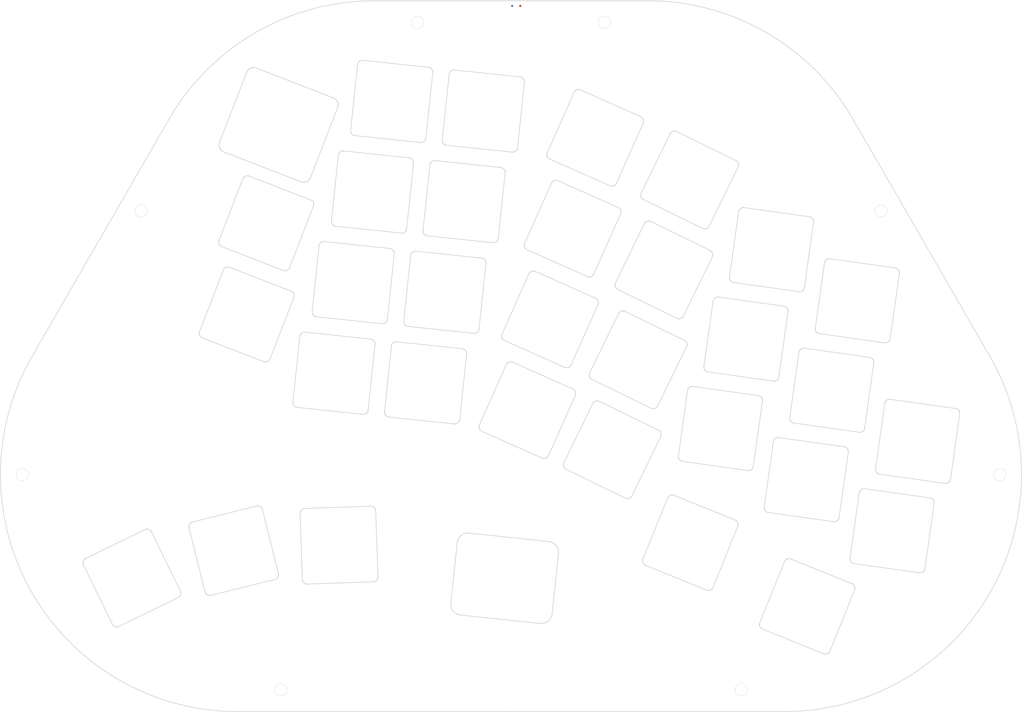
<source format=kicad_pcb>
(kicad_pcb (version 20211014) (generator pcbnew)
  (layers (0 "F.Cu" signal) (31 "B.Cu" signal) (34 "B.Paste" user) (35 "F.Paste" user) (36 "B.SilkS" user "B.Silkscreen") (37 "F.SilkS" user "F.Silkscreen") (38 "B.Mask" user) (39 "F.Mask" user) (44 "Edge.Cuts" user))
  (net 0 "")
  (net 1 "GND")
  (footprint "MountingHole:MountingHole_2.2mm_M2" (layer "F.Cu") (at 176.79 146.316)
    (fp_text reference "H1" hide)
    (fp_text value "MountingHole" hide)
    (pad "" np_thru_hole circle (at 0 0) (size 2.2 2.2) (drill 2.2) (layers *.Cu *.Mask))
  )
  (footprint "MountingHole:MountingHole_2.2mm_M2" (layer "F.Cu") (at 66.029 57.936 -120)
    (fp_text reference "H6" hide)
    (fp_text value "MountingHole" hide)
    (pad "" np_thru_hole circle (at 0 0 240) (size 2.2 2.2) (drill 2.2) (layers *.Cu *.Mask))
  )
  (footprint "MountingHole:MountingHole_2.2mm_M2" (layer "F.Cu") (at 91.81 146.316)
    (fp_text reference "H2" hide)
    (fp_text value "MountingHole" hide)
    (pad "" np_thru_hole circle (at 0 0) (size 2.2 2.2) (drill 2.2) (layers *.Cu *.Mask))
  )
  (footprint "MountingHole:MountingHole_2.2mm_M2" (layer "F.Cu") (at 117.055 23.139)
    (fp_text reference "H8" hide)
    (fp_text value "MountingHole" hide)
    (pad "" np_thru_hole circle (at 0 0) (size 2.2 2.2) (drill 2.2) (layers *.Cu *.Mask))
  )
  (footprint "00_KeyParts:DummyPad" (layer "F.Cu") (at 136.017 20.0914)
    (fp_text reference "P1" hide)
    (fp_text value "DummyPad" hide)
    (pad "1" smd circle locked (at 0 0) (size 0.4 0.4) (layers "F.Cu") (net 1 "GND"))
  )
  (footprint "MountingHole:MountingHole_2.2mm_M2" (layer "F.Cu") (at 202.571 57.936 120)
    (fp_text reference "H5" hide)
    (fp_text value "MountingHole" hide)
    (pad "" np_thru_hole circle (at 0 0 120) (size 2.2 2.2) (drill 2.2) (layers *.Cu *.Mask))
  )
  (footprint "MountingHole:MountingHole_2.2mm_M2" (layer "F.Cu") (at 224.516 106.59 90)
    (fp_text reference "H3" hide)
    (fp_text value "MountingHole" hide)
    (pad "" np_thru_hole circle (at 0 0 90) (size 2.2 2.2) (drill 2.2) (layers *.Cu *.Mask))
  )
  (footprint "MountingHole:MountingHole_2.2mm_M2" (layer "F.Cu") (at 151.545 23.139)
    (fp_text reference "H7" hide)
    (fp_text value "MountingHole" hide)
    (pad "" np_thru_hole circle (at 0 0) (size 2.2 2.2) (drill 2.2) (layers *.Cu *.Mask))
  )
  (footprint "MountingHole:MountingHole_2.2mm_M2" (layer "F.Cu") (at 44.084 106.59 -90)
    (fp_text reference "H4" hide)
    (fp_text value "MountingHole" hide)
    (pad "" np_thru_hole circle (at 0 0 270) (size 2.2 2.2) (drill 2.2) (layers *.Cu *.Mask))
  )
  (footprint "00_KeyParts:DummyPad" (layer "B.Cu") (at 134.517 20.0914 180)
    (fp_text reference "P2" hide)
    (fp_text value "DummyPad" hide)
    (pad "1" smd circle locked (at 0 0 180) (size 0.4 0.4) (layers "B.Cu") (net 1 "GND"))
  )
  (gr_line (start 96.097 80.306) (end 96.168 80.299) (layer "Edge.Cuts") (width 0.12))
  (gr_line (start 176.17 115.509) (end 176.189 115.576) (layer "Edge.Cuts") (width 0.12))
  (gr_line (start 188.096 72.658) (end 188.04 72.697) (layer "Edge.Cuts") (width 0.12))
  (gr_line (start 128.458 98.095) (end 128.436 98.03) (layer "Edge.Cuts") (width 0.12))
  (gr_line (start 176.23 49.062) (end 176.255 49.127) (layer "Edge.Cuts") (width 0.12))
  (gr_line (start 181.799 113.583) (end 181.726 113.57) (layer "Edge.Cuts") (width 0.12))
  (gr_line (start 142.274 52.324) (end 142.339 52.302) (layer "Edge.Cuts") (width 0.12))
  (gr_line (start 94.856 94.186) (end 94.783 94.176) (layer "Edge.Cuts") (width 0.12))
  (gr_line (start 133.859 85.851) (end 133.922 85.823) (layer "Edge.Cuts") (width 0.12))
  (gr_line (start 118.457 44.897) (end 118.417 44.954) (layer "Edge.Cuts") (width 0.12))
  (gr_line (start 118.07 61.534) (end 118.705 55.487) (layer "Edge.Cuts") (width 0.12))
  (gr_line (start 80.423 63.349) (end 82.621 57.681) (layer "Edge.Cuts") (width 0.12))
  (gr_line (start 95.863 126.205) (end 95.841 126.137) (layer "Edge.Cuts") (width 0.12))
  (gr_line (start 171.979 104.993) (end 165.958 104.147) (layer "Edge.Cuts") (width 0.12))
  (gr_line (start 185.881 96.673) (end 185.846 96.613) (layer "Edge.Cuts") (width 0.12))
  (gr_line (start 154.592 58.268) (end 154.576 58.339) (layer "Edge.Cuts") (width 0.12))
  (gr_line (start 176.304 49.398) (end 176.303 49.468) (layer "Edge.Cuts") (width 0.12))
  (gr_line (start 175.952 115.159) (end 176 115.21) (layer "Edge.Cuts") (width 0.12))
  (gr_line (start 143.971 104.751) (end 143.978 104.681) (layer "Edge.Cuts") (width 0.12))
  (gr_line (start 178.931 105.349) (end 178.897 105.41) (layer "Edge.Cuts") (width 0.12))
  (gr_line (start 121.865 45.527) (end 121.819 45.475) (layer "Edge.Cuts") (width 0.12))
  (gr_line (start 171.684 74.308) (end 171.718 74.247) (layer "Edge.Cuts") (width 0.12))
  (gr_line (start 133.987 85.801) (end 134.054 85.784) (layer "Edge.Cuts") (width 0.12))
  (gr_line (start 150.37 74.538) (end 150.392 74.603) (layer "Edge.Cuts") (width 0.12))
  (gr_line (start 95.768 80.42) (end 95.829 80.387) (layer "Edge.Cuts") (width 0.12))
  (gr_line (start 128.942 66.641) (end 129.013 66.658) (layer "Edge.Cuts") (width 0.12))
  (gr_line (start 176.694 88.488) (end 170.673 87.642) (layer "Edge.Cuts") (width 0.12))
  (gr_line (start 165.621 104.028) (end 165.562 103.99) (layer "Edge.Cuts") (width 0.12))
  (gr_line (start 196.865 122.15) (end 196.866 122.077) (layer "Edge.Cuts") (width 0.12))
  (gr_line (start 146.022 35.921) (end 146.063 35.863) (layer "Edge.Cuts") (width 0.12))
  (gr_line (start 106.316 30.338) (end 106.372 30.297) (layer "Edge.Cuts") (width 0.12))
  (gr_line (start 181.348 113.383) (end 181.297 113.337) (layer "Edge.Cuts") (width 0.12))
  (gr_line (start 184.933 75.595) (end 184.994 75.629) (layer "Edge.Cuts") (width 0.12))
  (gr_line (start 154.601 58.198) (end 154.592 58.268) (layer "Edge.Cuts") (width 0.12))
  (gr_line (start 145.848 90.858) (end 145.906 90.899) (layer "Edge.Cuts") (width 0.12))
  (gr_line (start 114.971 61.494) (end 114.939 61.557) (layer "Edge.Cuts") (width 0.12))
  (gr_line (start 97.715 56.193) (end 97.754 56.25) (layer "Edge.Cuts") (width 0.12))
  (gr_line (start 119.236 38.45) (end 118.6 44.496) (layer "Edge.Cuts") (width 0.12))
  (gr_line (start 67.407 131.941) (end 61.942 134.606) (layer "Edge.Cuts") (width 0.12))
  (gr_line (start 55.331 122.708) (end 55.346 122.641) (layer "Edge.Cuts") (width 0.12))
  (gr_line (start 181.249 113.287) (end 181.205 113.233) (layer "Edge.Cuts") (width 0.12))
  (gr_line (start 203.626 82.245) (end 203.557 82.26) (layer "Edge.Cuts") (width 0.12))
  (gr_line (start 99.383 63.667) (end 99.447 63.639) (layer "Edge.Cuts") (width 0.12))
  (gr_line (start 107.61 95.262) (end 107.554 95.303) (layer "Edge.Cuts") (width 0.12))
  (gr_line (start 118.705 55.487) (end 119.341 49.441) (layer "Edge.Cuts") (width 0.12))
  (gr_line (start 196.179 101.608) (end 196.234 101.651) (layer "Edge.Cuts") (width 0.12))
  (gr_line (start 143.033 120.495) (end 143.06 120.65) (layer "Edge.Cuts") (width 0.12))
  (gr_line (start 106.131 30.543) (end 106.171 30.486) (layer "Edge.Cuts") (width 0.12))
  (gr_line (start 176.296 49.538) (end 176.284 49.608) (layer "Edge.Cuts") (width 0.12))
  (gr_line (start 158.273 55.245) (end 158.258 55.178) (layer "Edge.Cuts") (width 0.12))
  (gr_line (start 129.429 66.907) (end 129.475 66.959) (layer "Edge.Cuts") (width 0.12))
  (gr_line (start 127.832 80.458) (end 127.766 80.481) (layer "Edge.Cuts") (width 0.12))
  (gr_line (start 122.212 45.755) (end 122.147 45.728) (layer "Edge.Cuts") (width 0.12))
  (gr_line (start 136.948 64.836) (end 136.906 64.78) (layer "Edge.Cuts") (width 0.12))
  (gr_line (start 132.423 49.911) (end 132.496 49.921) (layer "Edge.Cuts") (width 0.12))
  (gr_line (start 216.412 94.396) (end 216.482 94.415) (layer "Edge.Cuts") (width 0.12))
  (gr_line (start 178.77 105.575) (end 178.72 105.623) (layer "Edge.Cuts") (width 0.12))
  (gr_line (start 110.962 94.974) (end 111.597 88.927) (layer "Edge.Cuts") (width 0.12))
  (gr_line (start 196.895 122.36) (end 196.88 122.291) (layer "Edge.Cuts") (width 0.12))
  (gr_line (start 76.986 81.11) (end 76.942 81.056) (layer "Edge.Cuts") (width 0.12))
  (gr_line (start 116.317 49.123) (end 115.682 55.17) (layer "Edge.Cuts") (width 0.12))
  (gr_line (start 95.538 113.232) (end 95.579 113.176) (layer "Edge.Cuts") (width 0.12))
  (gr_line (start 115.244 79.233) (end 115.173 79.216) (layer "Edge.Cuts") (width 0.12))
  (gr_line (start 153.601 53.078) (end 153.551 53.128) (layer "Edge.Cuts") (width 0.12))
  (gr_line (start 147.879 80.781) (end 145.406 86.335) (layer "Edge.Cuts") (width 0.12))
  (gr_line (start 101.82 60.719) (end 101.751 60.698) (layer "Edge.Cuts") (width 0.12))
  (gr_line (start 153.322 53.283) (end 153.259 53.311) (layer "Edge.Cuts") (width 0.12))
  (gr_line (start 58.565 62.864) (end 71.188 41.002) (layer "Edge.Cuts") (width 0.12))
  (gr_line (start 115.857 48.241) (end 115.917 48.277) (layer "Edge.Cuts") (width 0.12))
  (gr_line (start 209.828 124.721) (end 209.755 124.72) (layer "Edge.Cuts") (width 0.12))
  (gr_line (start 197.414 126.818) (end 197.47 126.862) (layer "Edge.Cuts") (width 0.12))
  (gr_line (start 203.88 82.133) (end 203.82 82.168) (layer "Edge.Cuts") (width 0.12))
  (gr_line (start 149.511 69.714) (end 149.47 69.772) (layer "Edge.Cuts") (width 0.12))
  (gr_line (start 149.374 69.877) (end 149.322 69.922) (layer "Edge.Cuts") (width 0.12))
  (gr_line (start 91.282 125.518) (end 91.244 125.576) (layer "Edge.Cuts") (width 0.12))
  (gr_line (start 169.974 87.114) (end 169.949 87.049) (layer "Edge.Cuts") (width 0.12))
  (gr_line (start 97.322 55.896) (end 97.389 55.926) (layer "Edge.Cuts") (width 0.12))
  (gr_line (start 96.592 126.783) (end 96.521 126.771) (layer "Edge.Cuts") (width 0.12))
  (gr_line (start 95.718 52.603) (end 95.609 52.575) (layer "Edge.Cuts") (width 0.12))
  (gr_line (start 70.621 122.607) (end 73.286 128.072) (layer "Edge.Cuts") (width 0.12))
  (gr_line (start 210.685 124.019) (end 210.666 124.089) (layer "Edge.Cuts") (width 0.12))
  (gr_line (start 153.726 52.903) (end 153.688 52.965) (layer "Edge.Cuts") (width 0.12))
  (gr_line (start 98.337 77.456) (end 98.266 77.439) (layer "Edge.Cuts") (width 0.12))
  (gr_line (start 99.795 63.578) (end 99.869 63.583) (layer "Edge.Cuts") (width 0.12))
  (gr_line (start 203.687 92.824) (end 203.747 92.789) (layer "Edge.Cuts") (width 0.12))
  (gr_line (start 111.079 95.521) (end 111.046 95.46) (layer "Edge.Cuts") (width 0.12))
  (gr_line (start 183.675 88.779) (end 183.646 88.844) (layer "Edge.Cuts") (width 0.12))
  (gr_line (start 172.065 73.916) (end 172.127 73.885) (layer "Edge.Cuts") (width 0.12))
  (gr_line (start 153.194 53.333) (end 153.127 53.35) (layer "Edge.Cuts") (width 0.12))
  (gr_line (start 210.642 124.157) (end 210.613 124.222) (layer "Edge.Cuts") (width 0.12))
  (gr_line (start 184.868 75.566) (end 184.933 75.595) (layer "Edge.Cuts") (width 0.12))
  (gr_line (start 88.09 112.522) (end 88.145 112.564) (layer "Edge.Cuts") (width 0.12))
  (gr_line (start 141.044 133.71) (end 140.914 133.793) (layer "Edge.Cuts") (width 0.12))
  (gr_line (start 205.423 68.498) (end 205.488 68.527) (layer "Edge.Cuts") (width 0.12))
  (gr_line (start 146.252 91.557) (end 146.253 91.627) (layer "Edge.Cuts") (width 0.12))
  (gr_line (start 143.703 97.53) (end 141.23 103.084) (layer "Edge.Cuts") (width 0.12))
  (gr_line (start 197.567 123.007) (end 197.497 122.988) (layer "Edge.Cuts") (width 0.12))
  (gr_line (start 114.976 79.136) (end 114.916 79.1) (layer "Edge.Cuts") (width 0.12))
  (gr_line (start 118.324 45.056) (end 118.272 45.102) (layer "Edge.Cuts") (width 0.12))
  (gr_line (start 138.098 69.074) (end 138.163 69.052) (layer "Edge.Cuts") (width 0.12))
  (gr_line (start 116.163 48.518) (end 116.2 48.576) (layer "Edge.Cuts") (width 0.12))
  (gr_line (start 125.528 83.399) (end 125.593 83.426) (layer "Edge.Cuts") (width 0.12))
  (gr_line (start 142.304 119.344) (end 142.422 119.443) (layer "Edge.Cuts") (width 0.12))
  (gr_line (start 108.941 112.569) (end 108.997 112.61) (layer "Edge.Cuts") (width 0.12))
  (gr_arc (start 71.188 41.002) (mid 87.192216 24.997453) (end 109.054547 19.139216) (layer "Edge.Cuts") (width 0.12))
  (gr_line (start 80.785 46.663) (end 80.717 46.579) (layer "Edge.Cuts") (width 0.12))
  (gr_line (start 204.086 81.951) (end 204.04 82.002) (layer "Edge.Cuts") (width 0.12))
  (gr_line (start 141.837 132.592999) (end 141.789 132.745) (layer "Edge.Cuts") (width 0.12))
  (gr_line (start 183.574 88.964) (end 183.531 89.019) (layer "Edge.Cuts") (width 0.12))
  (gr_line (start 77.859 128.285) (end 77.838 128.214) (layer "Edge.Cuts") (width 0.12))
  (gr_line (start 154.224 76.755) (end 154.268 76.699) (layer "Edge.Cuts") (width 0.12))
  (gr_line (start 184.926 122.408) (end 184.974 122.357) (layer "Edge.Cuts") (width 0.12))
  (gr_line (start 75.125 115.57) (end 75.175 115.522) (layer "Edge.Cuts") (width 0.12))
  (gr_line (start 182.861 89.343) (end 182.788 89.342) (layer "Edge.Cuts") (width 0.12))
  (gr_line (start 186.118 96.922) (end 186.063 96.879) (layer "Edge.Cuts") (width 0.12))
  (gr_line (start 115.894 65.819999) (end 115.93 65.76) (layer "Edge.Cuts") (width 0.12))
  (gr_line (start 187.597 83.625) (end 187.64 83.57) (layer "Edge.Cuts") (width 0.12))
  (gr_line (start 149.427 93.41) (end 149.466 93.349) (layer "Edge.Cuts") (width 0.12))
  (gr_line (start 122.895 32.720999) (end 122.905 32.648) (layer "Edge.Cuts") (width 0.12))
  (gr_line (start 136.759 64.394999) (end 136.752 64.325999) (layer "Edge.Cuts") (width 0.12))
  (gr_line (start 182.738 100.452) (end 182.757 100.382) (layer "Edge.Cuts") (width 0.12))
  (gr_line (start 55.421 122.448) (end 55.456 122.388) (layer "Edge.Cuts") (width 0.12))
  (gr_line (start 158.6 122.669) (end 158.591 122.6) (layer "Edge.Cuts") (width 0.12))
  (gr_line (start 133.042 81.813) (end 132.979999 81.775) (layer "Edge.Cuts") (width 0.12))
  (gr_line (start 119.389 49.228) (end 119.416 49.163) (layer "Edge.Cuts") (width 0.12))
  (gr_line (start 73.155 129.058) (end 73.107 129.109) (layer "Edge.Cuts") (width 0.12))
  (gr_line (start 176.56 57.578) (end 176.61 57.53) (layer "Edge.Cuts") (width 0.12))
  (gr_line (start 142.684 52.269) (end 142.754 52.278) (layer "Edge.Cuts") (width 0.12))
  (gr_line (start 146.516 35.553) (end 146.583 35.536) (layer "Edge.Cuts") (width 0.12))
  (gr_line (start 126.085 117.397) (end 126.244 117.381) (layer "Edge.Cuts") (width 0.12))
  (gr_line (start 163.208 110.904) (end 163.238 110.837) (layer "Edge.Cuts") (width 0.12))
  (gr_line (start 106.43 30.26) (end 106.491 30.227) (layer "Edge.Cuts") (width 0.12))
  (gr_line (start 166.348 81.833) (end 166.409 81.872) (layer "Edge.Cuts") (width 0.12))
  (gr_line (start 109.329 113.208) (end 109.335 113.282) (layer "Edge.Cuts") (width 0.12))
  (gr_line (start 55.378 123.195) (end 55.355 123.126) (layer "Edge.Cuts") (width 0.12))
  (gr_line (start 188.31 83.246) (end 188.383 83.247) (layer "Edge.Cuts") (width 0.12))
  (gr_line (start 155.217 76.414) (end 155.286 76.437) (layer "Edge.Cuts") (width 0.12))
  (gr_line (start 145.906 90.899) (end 145.961 90.945) (layer "Edge.Cuts") (width 0.12))
  (gr_line (start 185.417 76.239) (end 185.427 76.309) (layer "Edge.Cuts") (width 0.12))
  (gr_line (start 127.957 80.397) (end 127.896 80.43) (layer "Edge.Cuts") (width 0.12))
  (gr_line (start 112.934 82.096) (end 113.004 82.083) (layer "Edge.Cuts") (width 0.12))
  (gr_line (start 166.897 91.016) (end 166.916 90.946) (layer "Edge.Cuts") (width 0.12))
  (gr_line (start 167.084 90.638) (end 167.13 90.587) (layer "Edge.Cuts") (width 0.12))
  (gr_line (start 199.191 67.596) (end 205.212 68.442) (layer "Edge.Cuts") (width 0.12))
  (gr_line (start 137.598 69.549) (end 137.631 69.482) (layer "Edge.Cuts") (width 0.12))
  (gr_line (start 88.145 112.564) (end 88.196 112.611) (layer "Edge.Cuts") (width 0.12))
  (gr_line (start 180.184 134.487) (end 180.169 134.42) (layer "Edge.Cuts") (width 0.12))
  (gr_line (start 142.339 52.302) (end 142.406 52.285) (layer "Edge.Cuts") (width 0.12))
  (gr_line (start 156.534 110.651) (end 156.49 110.707) (layer "Edge.Cuts") (width 0.12))
  (gr_line (start 91.315 125.458) (end 91.282 125.518) (layer "Edge.Cuts") (width 0.12))
  (gr_line (start 119.676 31.742) (end 119.717 31.798) (layer "Edge.Cuts") (width 0.12))
  (gr_line (start 95.829 80.387) (end 95.893 80.359) (layer "Edge.Cuts") (width 0.12))
  (gr_line (start 190.952 80.489) (end 190.891 80.455) (layer "Edge.Cuts") (width 0.12))
  (gr_line (start 80.459 45.993) (end 80.443 45.886) (layer "Edge.Cuts") (width 0.12))
  (gr_line (start 161.524 98.392) (end 161.59 98.427) (layer "Edge.Cuts") (width 0.12))
  (gr_line (start 183.075 99.931) (end 183.131 99.892) (layer "Edge.Cuts") (width 0.12))
  (gr_line (start 74.896 116.415) (end 74.881 116.343) (layer "Edge.Cuts") (width 0.12))
  (gr_line (start 101.608 37.108) (end 101.708 37.161) (layer "Edge.Cuts") (width 0.12))
  (gr_line (start 124.278 97.178) (end 124.212 97.201) (layer "Edge.Cuts") (width 0.12))
  (gr_line (start 74.913 115.923) (end 74.936 115.857) (layer "Edge.Cuts") (width 0.12))
  (gr_line (start 158.908 60.289) (end 158.943 60.223) (layer "Edge.Cuts") (width 0.12))
  (gr_line (start 185.432 76.38) (end 185.431 76.453) (layer "Edge.Cuts") (width 0.12))
  (gr_line (start 196.87 122.221) (end 196.865 122.15) (layer "Edge.Cuts") (width 0.12))
  (gr_line (start 154.576 58.339) (end 154.555 58.408) (layer "Edge.Cuts") (width 0.12))
  (gr_line (start 118.413 62.34) (end 118.36 62.295) (layer "Edge.Cuts") (width 0.12))
  (gr_line (start 197.223 126.713) (end 197.29 126.743) (layer "Edge.Cuts") (width 0.12))
  (gr_line (start 101.503 37.062) (end 101.608 37.108) (layer "Edge.Cuts") (width 0.12))
  (gr_line (start 141.489 133.288999) (end 141.39 133.407) (layer "Edge.Cuts") (width 0.12))
  (gr_line (start 144.044 105.157) (end 144.019 105.092) (layer "Edge.Cuts") (width 0.12))
  (gr_line (start 55.321 122.777) (end 55.331 122.708) (layer "Edge.Cuts") (width 0.12))
  (gr_line (start 197.64 123.02) (end 197.567 123.007) (layer "Edge.Cuts") (width 0.12))
  (gr_line (start 107.435 95.373) (end 107.371 95.401) (layer "Edge.Cuts") (width 0.12))
  (gr_line (start 139.699 134.053) (end 132.34 133.279) (layer "Edge.Cuts") (width 0.12))
  (gr_line (start 174.664 70.545) (end 174.643 70.478) (layer "Edge.Cuts") (width 0.12))
  (gr_line (start 153.384 53.251) (end 153.322 53.283) (layer "Edge.Cuts") (width 0.12))
  (gr_line (start 114.939 61.557) (end 114.903 61.617) (layer "Edge.Cuts") (width 0.12))
  (gr_line (start 128.476 97.406) (end 130.949 91.852) (layer "Edge.Cuts") (width 0.12))
  (gr_line (start 99.322 63.7) (end 99.383 63.667) (layer "Edge.Cuts") (width 0.12))
  (gr_line (start 180.257 134.681) (end 180.228 134.618) (layer "Edge.Cuts") (width 0.12))
  (gr_line (start 171.799 74.133) (end 171.845 74.082) (layer "Edge.Cuts") (width 0.12))
  (gr_line (start 205.488 68.527) (end 205.549 68.561) (layer "Edge.Cuts") (width 0.12))
  (gr_line (start 141.608 118.996) (end 141.76 119.044) (layer "Edge.Cuts") (width 0.12))
  (gr_line (start 182.788 89.342) (end 182.714 89.334) (layer "Edge.Cuts") (width 0.12))
  (gr_line (start 197.739 127.26) (end 197.758 127.327) (layer "Edge.Cuts") (width 0.12))
  (gr_line (start 143.478 41.604) (end 145.951 36.05) (layer "Edge.Cuts") (width 0.12))
  (gr_line (start 80.587 64.271) (end 80.543 64.217) (layer "Edge.Cuts") (width 0.12))
  (gr_line (start 115.151 72.207) (end 115.787 66.161) (layer "Edge.Cuts") (width 0.12))
  (gr_line (start 153.551 53.128) (end 153.499 53.173) (layer "Edge.Cuts") (width 0.12))
  (gr_line (start 124.212 97.201) (end 124.144 97.218) (layer "Edge.Cuts") (width 0.12))
  (gr_line (start 74.873 116.271) (end 74.87 116.199) (layer "Edge.Cuts") (width 0.12))
  (gr_line (start 170.462 87.586) (end 170.397 87.557) (layer "Edge.Cuts") (width 0.12))
  (gr_line (start 97.665 76.899) (end 97.642 76.833) (layer "Edge.Cuts") (width 0.12))
  (gr_line (start 188.2 72.566) (end 188.15 72.614) (layer "Edge.Cuts") (width 0.12))
  (gr_line (start 114.711 78.915) (end 114.67 78.859) (layer "Edge.Cuts") (width 0.12))
  (gr_line (start 73.363 128.626) (end 73.348 128.693) (layer "Edge.Cuts") (width 0.12))
  (gr_line (start 137.858 69.212) (end 137.914 69.17) (layer "Edge.Cuts") (width 0.12))
  (gr_line (start 124.508 132.398) (end 124.362 132.338) (layer "Edge.Cuts") (width 0.12))
  (gr_line (start 123.736 131.890999) (end 123.635 131.775) (layer "Edge.Cuts") (width 0.12))
  (gr_line (start 94.244 73.275) (end 94.265 73.341) (layer "Edge.Cuts") (width 0.12))
  (gr_line (start 122.823 65.995) (end 128.869 66.631) (layer "Edge.Cuts") (width 0.12))
  (gr_line (start 204.298 92.691) (end 210.318 93.537) (layer "Edge.Cuts") (width 0.12))
  (gr_line (start 93.141 68.791) (end 93.084 68.83) (layer "Edge.Cuts") (width 0.12))
  (gr_line (start 137.218 65.063) (end 137.156 65.025) (layer "Edge.Cuts") (width 0.12))
  (gr_line (start 177.043 57.32) (end 177.113 57.31) (layer "Edge.Cuts") (width 0.12))
  (gr_line (start 192.682 139.65) (end 192.618 139.675) (layer "Edge.Cuts") (width 0.12))
  (gr_line (start 145.786 90.82) (end 145.848 90.858) (layer "Edge.Cuts") (width 0.12))
  (gr_line (start 187.525 83.745) (end 187.559 83.684) (layer "Edge.Cuts") (width 0.12))
  (gr_line (start 200.418 91.984) (end 199.572 98.005) (layer "Edge.Cuts") (width 0.12))
  (gr_line (start 163.74 43.568) (end 163.784 43.512) (layer "Edge.Cuts") (width 0.12))
  (gr_line (start 129.146999 66.706) (end 129.21 66.738) (layer "Edge.Cuts") (width 0.12))
  (gr_line (start 148.812 70.118) (end 148.742 70.119) (layer "Edge.Cuts") (width 0.12))
  (gr_line (start 165.198 103.418) (end 165.188 103.348) (layer "Edge.Cuts") (width 0.12))
  (gr_line (start 96.241 80.298) (end 96.315 80.303) (layer "Edge.Cuts") (width 0.12))
  (gr_line (start 199.295 109.202) (end 199.365 109.192) (layer "Edge.Cuts") (width 0.12))
  (gr_line (start 91.41 125.053) (end 91.408 125.124) (layer "Edge.Cuts") (width 0.12))
  (gr_line (start 67.504 116.711) (end 67.566 116.741) (layer "Edge.Cuts") (width 0.12))
  (gr_line (start 210.666 124.089) (end 210.642 124.157) (layer "Edge.Cuts") (width 0.12))
  (gr_line (start 153.647 53.023) (end 153.601 53.078) (layer "Edge.Cuts") (width 0.12))
  (gr_line (start 199.436 109.187) (end 199.509 109.188) (layer "Edge.Cuts") (width 0.12))
  (gr_line (start 150.31 74.413) (end 150.342 74.475) (layer "Edge.Cuts") (width 0.12))
  (gr_line (start 188.327 72.401) (end 188.289 72.46) (layer "Edge.Cuts") (width 0.12))
  (gr_line (start 109.054547 19.139216) (end 109.055 19.139) (layer "Edge.Cuts") (width 0.003048))
  (gr_line (start 93.408 68.465) (end 93.374 68.53) (layer "Edge.Cuts") (width 0.12))
  (gr_line (start 171.167 65.279) (end 171.223 65.322999) (layer "Edge.Cuts") (width 0.12))
  (gr_line (start 109.206 82.345) (end 109.213 82.416) (layer "Edge.Cuts") (width 0.12))
  (gr_line (start 97.671 56.139) (end 97.715 56.193) (layer "Edge.Cuts") (width 0.12))
  (gr_line (start 73.373 128.556999) (end 73.363 128.626) (layer "Edge.Cuts") (width 0.12))
  (gr_line (start 192.805 139.587) (end 192.745 139.621) (layer "Edge.Cuts") (width 0.12))
  (gr_line (start 143.984 104.959) (end 143.974 104.89) (layer "Edge.Cuts") (width 0.12))
  (gr_line (start 170.079 87.292) (end 170.04 87.236) (layer "Edge.Cuts") (width 0.12))
  (gr_line (start 141.462 48.347) (end 141.395 48.314) (layer "Edge.Cuts") (width 0.12))
  (gr_line (start 81.03 46.882) (end 80.942 46.815) (layer "Edge.Cuts") (width 0.12))
  (gr_line (start 131.568999 63.64) (end 131.511 63.677) (layer "Edge.Cuts") (width 0.12))
  (gr_line (start 192.167 67.443) (end 192.186 67.373) (layer "Edge.Cuts") (width 0.12))
  (gr_line (start 136.78 64.045) (end 136.801 63.976) (layer "Edge.Cuts") (width 0.12))
  (gr_line (start 135.324 46.731) (end 135.279 46.784) (layer "Edge.Cuts") (width 0.12))
  (gr_line (start 197.244 122.863) (end 197.189 122.82) (layer "Edge.Cuts") (width 0.12))
  (gr_line (start 145.961 90.945) (end 146.011 90.995) (layer "Edge.Cuts") (width 0.12))
  (gr_line (start 154.363 57.496) (end 154.408 57.548) (layer "Edge.Cuts") (width 0.12))
  (gr_line (start 158.762 41.171) (end 158.774 41.24) (layer "Edge.Cuts") (width 0.12))
  (gr_line (start 150.187 74.246) (end 150.232 74.298) (layer "Edge.Cuts") (width 0.12))
  (gr_line (start 129.21 66.738) (end 129.27 66.774) (layer "Edge.Cuts") (width 0.12))
  (gr_line (start 95.579 113.176) (end 95.624 113.124) (layer "Edge.Cuts") (width 0.12))
  (gr_line (start 178.146 105.848) (end 178.073 105.847) (layer "Edge.Cuts") (width 0.12))
  (gr_line (start 81.365 68.603) (end 81.412 68.55) (layer "Edge.Cuts") (width 0.12))
  (gr_line (start 128.014999 80.36) (end 127.957 80.397) (layer "Edge.Cuts") (width 0.12))
  (gr_line (start 144.41 105.573) (end 144.349 105.534) (layer "Edge.Cuts") (width 0.12))
  (gr_line (start 177.999 105.839) (end 171.979 104.993) (layer "Edge.Cuts") (width 0.12))
  (gr_line (start 204.273 81.573) (end 204.254 81.643) (layer "Edge.Cuts") (width 0.12))
  (gr_line (start 128.071 80.319) (end 128.014999 80.36) (layer "Edge.Cuts") (width 0.12))
  (gr_line (start 78.248 128.768) (end 78.19 128.729999) (layer "Edge.Cuts") (width 0.12))
  (gr_line (start 180.16 134.351) (end 180.156 134.281) (layer "Edge.Cuts") (width 0.12))
  (gr_line (start 153.515 71.839) (end 153.5 71.772) (layer "Edge.Cuts") (width 0.12))
  (gr_line (start 192.204 139.713) (end 192.133 139.7) (layer "Edge.Cuts") (width 0.12))
  (gr_line (start 132.824 50.054) (end 132.881 50.094) (layer "Edge.Cuts") (width 0.12))
  (gr_line (start 146.931 35.529) (end 147.002 35.545) (layer "Edge.Cuts") (width 0.12))
  (gr_line (start 176.275 49.193) (end 176.29 49.26) (layer "Edge.Cuts") (width 0.12))
  (gr_line (start 104.958 43.75) (end 104.912 43.698) (layer "Edge.Cuts") (width 0.12))
  (gr_line (start 166.787 82.655) (end 166.78 82.725) (layer "Edge.Cuts") (width 0.12))
  (gr_line (start 105.374 43.999) (end 105.305 43.978) (layer "Edge.Cuts") (width 0.12))
  (gr_line (start 76.367 122.315) (end 74.896 116.415) (layer "Edge.Cuts") (width 0.12))
  (gr_line (start 164.787 125.628) (end 159.15 123.35) (layer "Edge.Cuts") (width 0.12))
  (gr_line (start 108.997 112.61) (end 109.049 112.655) (layer "Edge.Cuts") (width 0.12))
  (gr_line (start 164.028 110.341) (end 164.099 110.343) (layer "Edge.Cuts") (width 0.12))
  (gr_line (start 190.726 80.328) (end 190.678 80.278) (layer "Edge.Cuts") (width 0.12))
  (gr_line (start 80.438 64.038) (end 80.413 63.974) (layer "Edge.Cuts") (width 0.12))
  (gr_line (start 187.453 83.948) (end 187.472 83.878) (layer "Edge.Cuts") (width 0.12))
  (gr_line (start 204.167 81.837) (end 204.129 81.896) (layer "Edge.Cuts") (width 0.12))
  (gr_line (start 80.381 63.49) (end 80.399 63.419) (layer "Edge.Cuts") (width 0.12))
  (gr_line (start 91.244 125.576) (end 91.202 125.631) (layer "Edge.Cuts") (width 0.12))
  (gr_line (start 93.853 72.799) (end 93.913 72.838) (layer "Edge.Cuts") (width 0.12))
  (gr_line (start 85.426 51.468) (end 85.494 51.453) (layer "Edge.Cuts") (width 0.12))
  (gr_line (start 116.229 65.477) (end 116.29 65.444) (layer "Edge.Cuts") (width 0.12))
  (gr_line (start 183.138 89.292) (end 183.071 89.313) (layer "Edge.Cuts") (width 0.12))
  (gr_line (start 183.131 99.892) (end 183.191 99.857) (layer "Edge.Cuts") (width 0.12))
  (gr_line (start 126.083 83.984) (end 126.1 84.052) (layer "Edge.Cuts") (width 0.12))
  (gr_line (start 180.472 134.952) (end 180.421 134.904) (layer "Edge.Cuts") (width 0.12))
  (gr_line (start 212.369 111.548) (end 212.384 111.617) (layer "Edge.Cuts") (width 0.12))
  (gr_line (start 116.115 65.555) (end 116.171 65.513999) (layer "Edge.Cuts") (width 0.12))
  (gr_line (start 78.713 128.895999) (end 78.642 128.894) (layer "Edge.Cuts") (width 0.12))
  (gr_line (start 147.002 35.545) (end 147.071 35.566) (layer "Edge.Cuts") (width 0.12))
  (gr_line (start 196.12 101.57) (end 196.179 101.608) (layer "Edge.Cuts") (width 0.12))
  (gr_line (start 55.391 122.51) (end 55.421 122.448) (layer "Edge.Cuts") (width 0.12))
  (gr_line (start 85.296 51.514) (end 85.36 51.489) (layer "Edge.Cuts") (width 0.12))
  (gr_line (start 73.199 129.003999) (end 73.155 129.058) (layer "Edge.Cuts") (width 0.12))
  (gr_line (start 144.906 86.81) (end 144.841 86.832) (layer "Edge.Cuts") (width 0.12))
  (gr_line (start 192.62 66.848) (end 192.682 66.816999) (layer "Edge.Cuts") (width 0.12))
  (gr_line (start 188.414 72.207) (end 188.39 72.275) (layer "Edge.Cuts") (width 0.12))
  (gr_line (start 94.051 93.344) (end 94.05 93.271) (layer "Edge.Cuts") (width 0.12))
  (gr_line (start 107.831 94.997) (end 107.795 95.057) (layer "Edge.Cuts") (width 0.12))
  (gr_line (start 170.04 87.236) (end 170.005 87.176) (layer "Edge.Cuts") (width 0.12))
  (gr_line (start 75.287 115.438) (end 75.348 115.402) (layer "Edge.Cuts") (width 0.12))
  (gr_line (start 106.015 30.8) (end 106.036 30.731) (layer "Edge.Cuts") (width 0.12))
  (gr_line (start 108.866 81.757) (end 108.919 81.802) (layer "Edge.Cuts") (width 0.12))
  (gr_line (start 216.482 94.415) (end 216.55 94.439) (layer "Edge.Cuts") (width 0.12))
  (gr_line (start 188.383 83.247) (end 188.457 83.255) (layer "Edge.Cuts") (width 0.12))
  (gr_line (start 112.767 65.696) (end 112.768 65.769) (layer "Edge.Cuts") (width 0.12))
  (gr_line (start 97.877 56.92) (end 97.859 56.991) (layer "Edge.Cuts") (width 0.12))
  (gr_line (start 210.292 124.579) (end 210.232 124.614) (layer "Edge.Cuts") (width 0.12))
  (gr_line (start 95.71 80.457) (end 95.768 80.42) (layer "Edge.Cuts") (width 0.12))
  (gr_line (start 183.318 99.801) (end 183.385 99.78) (layer "Edge.Cuts") (width 0.12))
  (gr_line (start 85.566 32.259) (end 85.619 32.159) (layer "Edge.Cuts") (width 0.12))
  (gr_line (start 185.159 75.756) (end 185.207 75.806) (layer "Edge.Cuts") (width 0.12))
  (gr_line (start 111.349 78.337) (end 111.309 78.394) (layer "Edge.Cuts") (width 0.12))
  (gr_line (start 163.568 110.476) (end 163.628 110.442) (layer "Edge.Cuts") (width 0.12))
  (gr_line (start 184.73 75.523) (end 184.8 75.542) (layer "Edge.Cuts") (width 0.12))
  (gr_line (start 115.835 65.947999) (end 115.862 65.882999) (layer "Edge.Cuts") (width 0.12))
  (gr_line (start 160.818 79.132) (end 166.282 81.798) (layer "Edge.Cuts") (width 0.12))
  (gr_line (start 55.64 122.177) (end 55.696 122.133) (layer "Edge.Cuts") (width 0.12))
  (gr_line (start 189.922 59.302) (end 189.966 59.356) (layer "Edge.Cuts") (width 0.12))
  (gr_line (start 165.576 62.539) (end 171.04 65.205) (layer "Edge.Cuts") (width 0.12))
  (gr_line (start 111.046 95.46) (end 111.018 95.396) (layer "Edge.Cuts") (width 0.12))
  (gr_line (start 94.172 93.744) (end 94.139 93.683) (layer "Edge.Cuts") (width 0.12))
  (gr_line (start 98.928 64.171) (end 98.955 64.105999) (layer "Edge.Cuts") (width 0.12))
  (gr_arc (start 45.184 106.59) (mid 42.984 106.59) (end 45.184 106.59) (layer "Edge.Cuts") (width 0.12))
  (gr_line (start 215.063 108.035) (end 215.007 108.074) (layer "Edge.Cuts") (width 0.12))
  (gr_line (start 123.2 130.308) (end 123.785 124.738) (layer "Edge.Cuts") (width 0.12))
  (gr_line (start 149.145 70.032) (end 149.082 70.06) (layer "Edge.Cuts") (width 0.12))
  (gr_line (start 94.071 93.485) (end 94.058 93.415) (layer "Edge.Cuts") (width 0.12))
  (gr_line (start 119.868 32.185) (end 119.875 32.256) (layer "Edge.Cuts") (width 0.12))
  (gr_line (start 171.538 66.132) (end 171.526 66.202) (layer "Edge.Cuts") (width 0.12))
  (gr_line (start 73.238 128.946) (end 73.199 129.003999) (layer "Edge.Cuts") (width 0.12))
  (gr_line (start 88.244 112.661) (end 88.288 112.715) (layer "Edge.Cuts") (width 0.12))
  (gr_line (start 158.782 41.379) (end 158.778 41.449) (layer "Edge.Cuts") (width 0.12))
  (gr_line (start 152.708 53.341) (end 152.639 53.32) (layer "Edge.Cuts") (width 0.12))
  (gr_line (start 61.457 134.693) (end 61.388 134.683) (layer "Edge.Cuts") (width 0.12))
  (gr_line (start 142.825 52.294) (end 142.894 52.315) (layer "Edge.Cuts") (width 0.12))
  (gr_line (start 89.231 85.781) (end 89.163 85.796) (layer "Edge.Cuts") (width 0.12))
  (gr_line (start 98.197 77.418) (end 98.132 77.391) (layer "Edge.Cuts") (width 0.12))
  (gr_line (start 102.046 37.44) (end 102.115 37.524) (layer "Edge.Cuts") (width 0.12))
  (gr_line (start 197.786 127.533) (end 197.784 127.604) (layer "Edge.Cuts") (width 0.12))
  (gr_line (start 210.232 124.614) (end 210.17 124.645) (layer "Edge.Cuts") (width 0.12))
  (gr_line (start 160.717 94.422) (end 160.648 94.432) (layer "Edge.Cuts") (width 0.12))
  (gr_line (start 142.633 119.667) (end 142.725 119.789) (layer "Edge.Cuts") (width 0.12))
  (gr_line (start 158.514 55.661) (end 158.466 55.61) (layer "Edge.Cuts") (width 0.12))
  (gr_line (start 192.415 139.718) (end 192.345 139.722) (layer "Edge.Cuts") (width 0.12))
  (gr_line (start 192.45 66.965999) (end 192.504 66.922) (layer "Edge.Cuts") (width 0.12))
  (gr_line (start 134.192 85.765) (end 134.262 85.764) (layer "Edge.Cuts") (width 0.12))
  (gr_line (start 118.265 62.195) (end 118.224 62.139) (layer "Edge.Cuts") (width 0.12))
  (gr_line (start 110.791 78.721) (end 110.721 78.734) (layer "Edge.Cuts") (width 0.12))
  (gr_line (start 214.947 108.109) (end 214.885 108.14) (layer "Edge.Cuts") (width 0.12))
  (gr_line (start 215.167 107.943) (end 215.117 107.991) (layer "Edge.Cuts") (width 0.12))
  (gr_line (start 176.37 57.869) (end 176.399 57.804) (layer "Edge.Cuts") (width 0.12))
  (gr_line (start 124.986 117.925) (end 125.101 117.824) (layer "Edge.Cuts") (width 0.12))
  (gr_line (start 97.82 56.372) (end 97.845 56.436) (layer "Edge.Cuts") (width 0.12))
  (gr_line (start 80.436 45.668) (end 80.446 45.558) (layer "Edge.Cuts") (width 0.12))
  (gr_line (start 203.99 82.05) (end 203.936 82.094) (layer "Edge.Cuts") (width 0.12))
  (gr_line (start 132.588 80.866) (end 132.604 80.795) (layer "Edge.Cuts") (width 0.12))
  (gr_line (start 82.621 57.681) (end 84.82 52.012) (layer "Edge.Cuts") (width 0.12))
  (gr_line (start 90.993 125.814) (end 90.932 125.85) (layer "Edge.Cuts") (width 0.12))
  (gr_line (start 107.496 95.34) (end 107.435 95.373) (layer "Edge.Cuts") (width 0.12))
  (gr_line (start 176.145 115.445) (end 176.17 115.509) (layer "Edge.Cuts") (width 0.12))
  (gr_line (start 197.354 126.778) (end 197.414 126.818) (layer "Edge.Cuts") (width 0.12))
  (gr_line (start 93.195 68.747) (end 93.141 68.791) (layer "Edge.Cuts") (width 0.12))
  (gr_line (start 188.169 83.261) (end 188.239 83.251) (layer "Edge.Cuts") (width 0.12))
  (gr_line (start 119.871 32.403) (end 119.236 38.45) (layer "Edge.Cuts") (width 0.12))
  (gr_line (start 174.628 70.409) (end 174.618 70.339) (layer "Edge.Cuts") (width 0.12))
  (gr_line (start 194.451 115.142) (end 194.391 115.177) (layer "Edge.Cuts") (width 0.12))
  (gr_line (start 146.253 91.627) (end 146.249 91.697) (layer "Edge.Cuts") (width 0.12))
  (gr_line (start 161.292 94.057) (end 161.248 94.113) (layer "Edge.Cuts") (width 0.12))
  (gr_line (start 119.416 49.163) (end 119.448 49.1) (layer "Edge.Cuts") (width 0.12))
  (gr_line (start 86.675 31.478) (end 86.784 31.471) (layer "Edge.Cuts") (width 0.12))
  (gr_line (start 122.259 38.767) (end 122.895 32.720999) (layer "Edge.Cuts") (width 0.12))
  (gr_line (start 155.007 76.377) (end 155.077 76.384) (layer "Edge.Cuts") (width 0.12))
  (gr_line (start 109.604 125.972) (end 109.563 126.028) (layer "Edge.Cuts") (width 0.12))
  (gr_line (start 183.731 88.568) (end 183.718 88.641) (layer "Edge.Cuts") (width 0.12))
  (gr_line (start 180.528 134.996) (end 180.472 134.952) (layer "Edge.Cuts") (width 0.12))
  (gr_line (start 136.583 33.519) (end 136.624 33.575) (layer "Edge.Cuts") (width 0.12))
  (gr_line (start 95.469 113.352) (end 95.501 113.291) (layer "Edge.Cuts") (width 0.12))
  (gr_line (start 129.614 67.198) (end 129.637 67.264) (layer "Edge.Cuts") (width 0.12))
  (gr_line (start 171.368 65.476) (end 171.407 65.534) (layer "Edge.Cuts") (width 0.12))
  (gr_line (start 129.667 67.402) (end 129.674 67.473) (layer "Edge.Cuts") (width 0.12))
  (gr_line (start 109.153 82.141) (end 109.176 82.207) (layer "Edge.Cuts") (width 0.12))
  (gr_line (start 102.327 112.626) (end 108.404 112.414) (layer "Edge.Cuts") (width 0.12))
  (gr_line (start 161.59 98.427) (end 161.651 98.466) (layer "Edge.Cuts") (width 0.12))
  (gr_line (start 106.977 30.143) (end 113.024 30.778) (layer "Edge.Cuts") (width 0.12))
  (gr_line (start 183.191 99.857) (end 183.253 99.826) (layer "Edge.Cuts") (width 0.12))
  (gr_line (start 188.361 72.34) (end 188.327 72.401) (layer "Edge.Cuts") (width 0.12))
  (gr_line (start 170.425 127.905) (end 164.787 125.628) (layer "Edge.Cuts") (width 0.12))
  (gr_line (start 97.389 55.926) (end 97.454 55.96) (layer "Edge.Cuts") (width 0.12))
  (gr_line (start 158.244 55.04) (end 158.245 54.97) (layer "Edge.Cuts") (width 0.12))
  (gr_line (start 112.609 65.238) (end 112.646 65.296) (layer "Edge.Cuts") (width 0.12))
  (gr_line (start 55.587 122.225) (end 55.64 122.177) (layer "Edge.Cuts") (width 0.12))
  (gr_line (start 73.348 128.693) (end 73.328 128.758999) (layer "Edge.Cuts") (width 0.12))
  (gr_line (start 180.158 134.21) (end 180.165 134.139999) (layer "Edge.Cuts") (width 0.12))
  (gr_line (start 80.655 46.491) (end 80.601 46.398) (layer "Edge.Cuts") (width 0.12))
  (gr_line (start 102.937 46.947) (end 103.001 46.919) (layer "Edge.Cuts") (width 0.12))
  (gr_line (start 180.165 134.139999) (end 180.178 134.068999) (layer "Edge.Cuts") (width 0.12))
  (gr_line (start 135.459 46.486) (end 135.432 46.551) (layer "Edge.Cuts") (width 0.12))
  (gr_line (start 192.917 139.505) (end 192.863 139.548) (layer "Edge.Cuts") (width 0.12))
  (gr_line (start 170.808 60.87) (end 170.764 60.926) (layer "Edge.Cuts") (width 0.12))
  (gr_line (start 185.324 122.139) (end 185.391 122.12) (layer "Edge.Cuts") (width 0.12))
  (gr_line (start 140.636 133.926999) (end 140.49 133.978) (layer "Edge.Cuts") (width 0.12))
  (gr_line (start 180.575 92.421) (end 180.61 92.481) (layer "Edge.Cuts") (width 0.12))
  (gr_line (start 86.164 31.636) (end 86.26 31.589) (layer "Edge.Cuts") (width 0.12))
  (gr_line (start 153.486 71.634) (end 153.487 71.564) (layer "Edge.Cuts") (width 0.12))
  (gr_line (start 95.374 80.891) (end 95.401 80.826) (layer "Edge.Cuts") (width 0.12))
  (gr_line (start 148.672 70.115) (end 148.602 70.106) (layer "Edge.Cuts") (width 0.12))
  (gr_line (start 195.443 133.521999) (end 193.165 139.159) (layer "Edge.Cuts") (width 0.12))
  (gr_line (start 193.1 139.29) (end 193.06 139.35) (layer "Edge.Cuts") (width 0.12))
  (gr_line (start 118.187 62.081) (end 118.154 62.02) (layer "Edge.Cuts") (width 0.12))
  (gr_line (start 167.544 90.344) (end 167.613 90.329) (layer "Edge.Cuts") (width 0.12))
  (gr_line (start 132.983 50.187) (end 133.029 50.239) (layer "Edge.Cuts") (width 0.12))
  (gr_line (start 115.787 66.161) (end 115.797 66.087999) (layer "Edge.Cuts") (width 0.12))
  (gr_line (start 106.216 30.433) (end 106.264 30.384) (layer "Edge.Cuts") (width 0.12))
  (gr_line (start 158.315 40.572) (end 158.377 40.61) (layer "Edge.Cuts") (width 0.12))
  (gr_line (start 160.648 94.432) (end 160.579 94.436) (layer "Edge.Cuts") (width 0.12))
  (gr_line (start 84.829 127.399) (end 78.929 128.87) (layer "Edge.Cuts") (width 0.12))
  (gr_line (start 117.967 45.264) (end 117.899 45.281) (layer "Edge.Cuts") (width 0.12))
  (gr_arc (start 83.81 150.316) (mid 45.942173 128.453) (end 45.942173 84.727) (layer "Edge.Cuts") (width 0.12))
  (gr_line (start 146.326 35.635) (end 146.388 35.603) (layer "Edge.Cuts") (width 0.12))
  (gr_line (start 109.752 125.581) (end 109.74 125.652) (layer "Edge.Cuts") (width 0.12))
  (gr_line (start 132.881 50.094) (end 132.934 50.139) (layer "Edge.Cuts") (width 0.12))
  (gr_line (start 170.431 61.175) (end 170.366 61.2) (layer "Edge.Cuts") (width 0.12))
  (gr_line (start 107.305 95.424) (end 107.237 95.441) (layer "Edge.Cuts") (width 0.12))
  (gr_line (start 132.693999 81.471) (end 132.662 81.409) (layer "Edge.Cuts") (width 0.12))
  (gr_line (start 154.367 76.598) (end 154.421 76.554) (layer "Edge.Cuts") (width 0.12))
  (gr_line (start 102.434 47.664) (end 102.444 47.591) (layer "Edge.Cuts") (width 0.12))
  (gr_line (start 158.903 123.201) (end 158.852 123.153) (layer "Edge.Cuts") (width 0.12))
  (gr_line (start 181.039 112.854) (end 181.029 112.784) (layer "Edge.Cuts") (width 0.12))
  (gr_line (start 94.345 93.958) (end 94.296 93.91) (layer "Edge.Cuts") (width 0.12))
  (gr_line (start 136.745 33.824) (end 136.762 33.892) (layer "Edge.Cuts") (width 0.12))
  (gr_line (start 118.871 62.523) (end 118.798 62.513) (layer "Edge.Cuts") (width 0.12))
  (gr_line (start 136.755 64.186) (end 136.764 64.116) (layer "Edge.Cuts") (width 0.12))
  (gr_line (start 145.146 86.672) (end 145.09 86.714) (layer "Edge.Cuts") (width 0.12))
  (gr_line (start 205.972 69.171) (end 205.982 69.241) (layer "Edge.Cuts") (width 0.12))
  (gr_line (start 202.144 106.459) (end 202.079 106.43) (layer "Edge.Cuts") (width 0.12))
  (gr_line (start 142.993 120.344) (end 143.033 120.495) (layer "Edge.Cuts") (width 0.12))
  (gr_line (start 114.512 78.401) (end 114.511 78.328) (layer "Edge.Cuts") (width 0.12))
  (gr_line (start 204.23 81.711) (end 204.201 81.776) (layer "Edge.Cuts") (width 0.12))
  (gr_line (start 194.197 115.254) (end 194.128 115.269) (layer "Edge.Cuts") (width 0.12))
  (gr_line (start 146.166 91.224) (end 146.194 91.287) (layer "Edge.Cuts") (width 0.12))
  (gr_line (start 109.106 126.332) (end 109.036 126.349) (layer "Edge.Cuts") (width 0.12))
  (gr_line (start 210.348 124.54) (end 210.292 124.579) (layer "Edge.Cuts") (width 0.12))
  (gr_line (start 176.664 57.486) (end 176.72 57.447) (layer "Edge.Cuts") (width 0.12))
  (gr_line (start 194.7 114.905) (end 194.657 114.96) (layer "Edge.Cuts") (width 0.12))
  (gr_line (start 95.353 80.96) (end 95.374 80.891) (layer "Edge.Cuts") (width 0.12))
  (gr_line (start 133.168 50.478) (end 133.191 50.544) (layer "Edge.Cuts") (width 0.12))
  (gr_line (start 165.815 104.115) (end 165.747 104.091) (layer "Edge.Cuts") (width 0.12))
  (gr_line (start 86.071 31.691) (end 86.164 31.636) (layer "Edge.Cuts") (width 0.12))
  (gr_line (start 197.782 127.463) (end 197.786 127.533) (layer "Edge.Cuts") (width 0.12))
  (gr_line (start 114.604 61.9) (end 114.543 61.933) (layer "Edge.Cuts") (width 0.12))
  (gr_line (start 172.127 73.885) (end 172.192 73.86) (layer "Edge.Cuts") (width 0.12))
  (gr_line (start 196.059 101.536) (end 196.12 101.57) (layer "Edge.Cuts") (width 0.12))
  (gr_line (start 194.507 115.103) (end 194.451 115.142) (layer "Edge.Cuts") (width 0.12))
  (gr_line (start 185.381 76.103) (end 185.402 76.17) (layer "Edge.Cuts") (width 0.12))
  (gr_line (start 140.32 103.614) (end 140.25 103.605) (layer "Edge.Cuts") (width 0.12))
  (gr_line (start 185.74 96.136) (end 185.748 96.062) (layer "Edge.Cuts") (width 0.12))
  (gr_line (start 146.249 91.697) (end 146.24 91.767) (layer "Edge.Cuts") (width 0.12))
  (gr_line (start 185.744 96.28) (end 185.739 96.209) (layer "Edge.Cuts") (width 0.12))
  (gr_line (start 200.894 85.104) (end 200.949 85.147) (layer "Edge.Cuts") (width 0.12))
  (gr_line (start 198.773 98.775) (end 198.702 98.78) (layer "Edge.Cuts") (width 0.12))
  (gr_line (start 180.178 134.068999) (end 180.197 133.999) (layer "Edge.Cuts") (width 0.12))
  (gr_line (start 141.45 118.96) (end 141.608 118.996) (layer "Edge.Cuts") (width 0.12))
  (gr_line (start 134.3 19.139) (end 159.545 19.139) (layer "Edge.Cuts") (width 0.12))
  (gr_line (start 67.373 116.666) (end 67.439 116.686) (layer "Edge.Cuts") (width 0.12))
  (gr_line (start 154.313 57.446) (end 154.363 57.496) (layer "Edge.Cuts") (width 0.12))
  (gr_line (start 80.744 64.411) (end 80.688 64.367999) (layer "Edge.Cuts") (width 0.12))
  (gr_line (start 77.952 128.479) (end 77.916 128.418) (layer "Edge.Cuts") (width 0.12))
  (gr_line (start 55.318 122.916) (end 55.317 122.846) (layer "Edge.Cuts") (width 0.12))
  (gr_line (start 176.842 57.381) (end 176.907 57.356) (layer "Edge.Cuts") (width 0.12))
  (gr_line (start 158.634 122.803) (end 158.615 122.736) (layer "Edge.Cuts") (width 0.12))
  (gr_line (start 164.988 77.782) (end 164.921 77.752) (layer "Edge.Cuts") (width 0.12))
  (gr_line (start 108.821 112.5) (end 108.882 112.532) (layer "Edge.Cuts") (width 0.12))
  (gr_line (start 171.106 65.239999) (end 171.167 65.279) (layer "Edge.Cuts") (width 0.12))
  (gr_line (start 193.06 139.35) (end 193.016 139.406) (layer "Edge.Cuts") (width 0.12))
  (gr_line (start 94.265 73.341) (end 94.28 73.409) (layer "Edge.Cuts") (width 0.12))
  (gr_line (start 166.05 77.464) (end 166.006 77.52) (layer "Edge.Cuts") (width 0.12))
  (gr_line (start 187.559 83.684) (end 187.597 83.625) (layer "Edge.Cuts") (width 0.12))
  (gr_line (start 176.215 115.853) (end 176.208 115.923) (layer "Edge.Cuts") (width 0.12))
  (gr_line (start 144.349 105.534) (end 144.293 105.49) (layer "Edge.Cuts") (width 0.12))
  (gr_line (start 216.615 94.468) (end 216.676 94.502) (layer "Edge.Cuts") (width 0.12))
  (gr_line (start 167.234 90.495) (end 167.29 90.456) (layer "Edge.Cuts") (width 0.12))
  (gr_line (start 170.494 127.93) (end 170.425 127.905) (layer "Edge.Cuts") (width 0.12))
  (gr_line (start 81.633 68.384) (end 81.695 68.353) (layer "Edge.Cuts") (width 0.12))
  (gr_line (start 102.373 38.11) (end 102.389 38.217) (layer "Edge.Cuts") (width 0.12))
  (gr_line (start 137.973 69.134) (end 138.035 69.102) (layer "Edge.Cuts") (width 0.12))
  (gr_line (start 126.121 84.266) (end 126.116 84.34) (layer "Edge.Cuts") (width 0.12))
  (gr_line (start 95.39 113.623) (end 95.402 113.552) (layer "Edge.Cuts") (width 0.12))
  (gr_line (start 217.084 95.043) (end 217.099 95.112) (layer "Edge.Cuts") (width 0.12))
  (gr_line (start 109.049 112.655) (end 109.098 112.704) (layer "Edge.Cuts") (width 0.12))
  (gr_line (start 132.589 56.947) (end 131.953 62.993) (layer "Edge.Cuts") (width 0.12))
  (gr_line (start 136.661 33.633) (end 136.694 33.694) (layer "Edge.Cuts") (width 0.12))
  (gr_line (start 114.345 62.001) (end 114.275 62.014) (layer "Edge.Cuts") (width 0.12))
  (gr_line (start 133.223999 50.9) (end 132.589 56.947) (layer "Edge.Cuts") (width 0.12))
  (gr_line (start 92.626 68.972) (end 92.555 68.971) (layer "Edge.Cuts") (width 0.12))
  (gr_line (start 175.721 114.992) (end 175.785 115.027) (layer "Edge.Cuts") (width 0.12))
  (gr_line (start 94.455 94.043) (end 94.398 94.003) (layer "Edge.Cuts") (width 0.12))
  (gr_line (start 211.767 110.92) (end 211.835 110.944) (layer "Edge.Cuts") (width 0.12))
  (gr_line (start 85.82 31.896) (end 85.898 31.821) (layer "Edge.Cuts") (width 0.12))
  (gr_line (start 119.617 48.881) (end 119.669 48.835) (layer "Edge.Cuts") (width 0.12))
  (gr_line (start 141.873 132.435) (end 141.837 132.592999) (layer "Edge.Cuts") (width 0.12))
  (gr_line (start 186.594 90.042) (end 187.44 84.021) (layer "Edge.Cuts") (width 0.12))
  (gr_line (start 181.029 112.784) (end 181.024 112.713) (layer "Edge.Cuts") (width 0.12))
  (gr_line (start 112.42 65.037) (end 112.473 65.081999) (layer "Edge.Cuts") (width 0.12))
  (gr_line (start 171.566 127.475) (end 171.531 127.539) (layer "Edge.Cuts") (width 0.12))
  (gr_line (start 119.855 32.115) (end 119.868 32.185) (layer "Edge.Cuts") (width 0.12))
  (gr_line (start 135.4 46.614) (end 135.364 46.674) (layer "Edge.Cuts") (width 0.12))
  (gr_line (start 112.34 82.54) (end 112.376 82.48) (layer "Edge.Cuts") (width 0.12))
  (gr_line (start 96.368 52.585) (end 96.263 52.609) (layer "Edge.Cuts") (width 0.12))
  (gr_line (start 178.666 105.667) (end 178.61 105.706) (layer "Edge.Cuts") (width 0.12))
  (gr_line (start 118.573 44.64) (end 118.552 44.709) (layer "Edge.Cuts") (width 0.12))
  (gr_line (start 144.774 86.849) (end 144.705 86.861) (layer "Edge.Cuts") (width 0.12))
  (gr_line (start 119.908 48.696) (end 119.974 48.673) (layer "Edge.Cuts") (width 0.12))
  (gr_line (start 135.004 46.99) (end 134.94 47.018) (layer "Edge.Cuts") (width 0.12))
  (gr_line (start 96.145 126.594) (end 96.093 126.549) (layer "Edge.Cuts") (width 0.12))
  (gr_line (start 81.825 68.307) (end 81.893 68.292) (layer "Edge.Cuts") (width 0.12))
  (gr_line (start 171.447 127.655) (end 171.399 127.706) (layer "Edge.Cuts") (width 0.12))
  (gr_line (start 93.335 68.59) (end 93.292 68.646) (layer "Edge.Cuts") (width 0.12))
  (gr_line (start 125.632 117.515) (end 125.778 117.464) (layer "Edge.Cuts") (width 0.12))
  (gr_line (start 146.011 90.995) (end 146.056 91.047) (layer "Edge.Cuts") (width 0.12))
  (gr_line (start 82.314 68.314) (end 82.384 68.338) (layer "Edge.Cuts") (width 0.12))
  (gr_line (start 75.348 115.402) (end 75.413 115.371) (layer "Edge.Cuts") (width 0.12))
  (gr_line (start 60.956 134.475) (end 60.905 134.427) (layer "Edge.Cuts") (width 0.12))
  (gr_line (start 182.499 128.292) (end 184.777 122.655) (layer "Edge.Cuts") (width 0.12))
  (gr_line (start 96.738 126.79) (end 96.664 126.79) (layer "Edge.Cuts") (width 0.12))
  (gr_line (start 192.154 67.516) (end 192.167 67.443) (layer "Edge.Cuts") (width 0.12))
  (gr_line (start 192.747 66.792) (end 192.814 66.771) (layer "Edge.Cuts") (width 0.12))
  (gr_line (start 150.352 75.227) (end 147.879 80.781) (layer "Edge.Cuts") (width 0.12))
  (gr_line (start 141.118 103.271) (end 141.072 103.326) (layer "Edge.Cuts") (width 0.12))
  (gr_line (start 95.501 113.291) (end 95.538 113.232) (layer "Edge.Cuts") (width 0.12))
  (gr_line (start 176.314 58.08) (end 176.327 58.007) (layer "Edge.Cuts") (width 0.12))
  (gr_line (start 215.117 107.991) (end 215.063 108.035) (layer "Edge.Cuts") (width 0.12))
  (gr_line (start 123.002 32.38) (end 123.038 32.32) (layer "Edge.Cuts") (width 0.12))
  (gr_line (start 125.656 83.458) (end 125.716 83.494) (layer "Edge.Cuts") (width 0.12))
  (gr_line (start 192.745 139.621) (end 192.682 139.65) (layer "Edge.Cuts") (width 0.12))
  (gr_line (start 139.863 134.062999) (end 139.699 134.053) (layer "Edge.Cuts") (width 0.12))
  (gr_line (start 174.937 70.938) (end 174.886 70.892) (layer "Edge.Cuts") (width 0.12))
  (gr_line (start 141.17 48.139) (end 141.125 48.087) (layer "Edge.Cuts") (width 0.12))
  (gr_line (start 184.8 75.542) (end 184.868 75.566) (layer "Edge.Cuts") (width 0.12))
  (gr_line (start 74.88 116.058) (end 74.894 115.99) (layer "Edge.Cuts") (width 0.12))
  (gr_line (start 190.142 59.805) (end 190.147 59.876) (layer "Edge.Cuts") (width 0.12))
  (gr_line (start 74.936 115.857) (end 74.965 115.794) (layer "Edge.Cuts") (width 0.12))
  (gr_line (start 119.815 31.981) (end 119.838 32.046999) (layer "Edge.Cuts") (width 0.12))
  (gr_line (start 162.03 99.179) (end 162.029 99.249) (layer "Edge.Cuts") (width 0.12))
  (gr_line (start 167.901 90.323) (end 173.921 91.169) (layer "Edge.Cuts") (width 0.12))
  (gr_line (start 101.453 60.518) (end 101.404 60.47) (layer "Edge.Cuts") (width 0.12))
  (gr_line (start 80.635 64.321) (end 80.587 64.271) (layer "Edge.Cuts") (width 0.12))
  (gr_line (start 180.218 92.1) (end 180.279 92.134) (layer "Edge.Cuts") (width 0.12))
  (gr_line (start 111.597 88.927) (end 112.233 82.881) (layer "Edge.Cuts") (width 0.12))
  (gr_line (start 166.566 82.015) (end 166.61 82.069) (layer "Edge.Cuts") (width 0.12))
  (gr_line (start 114.549 78.61) (end 114.532 78.542) (layer "Edge.Cuts") (width 0.12))
  (gr_line (start 148.881 70.111) (end 148.812 70.118) (layer "Edge.Cuts") (width 0.12))
  (gr_line (start 133.208 50.612) (end 133.221 50.682) (layer "Edge.Cuts") (width 0.12))
  (gr_line (start 108.408 81.574) (end 108.481 81.584) (layer "Edge.Cuts") (width 0.12))
  (gr_line (start 171.223 65.322999) (end 171.276 65.370999) (layer "Edge.Cuts") (width 0.12))
  (gr_line (start 209.755 124.72) (end 209.681 124.712) (layer "Edge.Cuts") (width 0.12))
  (gr_line (start 107.911 94.8) (end 107.89 94.869) (layer "Edge.Cuts") (width 0.12))
  (gr_line (start 150.041 92.984) (end 150.11 92.974) (layer "Edge.Cuts") (width 0.12))
  (gr_line (start 101.247 60.243) (end 101.219 60.179) (layer "Edge.Cuts") (width 0.12))
  (gr_line (start 98.89 64.311) (end 98.907 64.239999) (layer "Edge.Cuts") (width 0.12))
  (gr_line (start 109.318 113.137) (end 109.329 113.208) (layer "Edge.Cuts") (width 0.12))
  (gr_line (start 96.201 126.635) (end 96.145 126.594) (layer "Edge.Cuts") (width 0.12))
  (gr_line (start 153.926 72.386) (end 153.865 72.347) (layer "Edge.Cuts") (width 0.12))
  (gr_line (start 176.974 57.335) (end 177.043 57.32) (layer "Edge.Cuts") (width 0.12))
  (gr_line (start 104.912 43.698) (end 104.871 43.642) (layer "Edge.Cuts") (width 0.12))
  (gr_line (start 85.703 51.439) (end 85.774 51.445) (layer "Edge.Cuts") (width 0.12))
  (gr_line (start 55.456 122.388) (end 55.495 122.33) (layer "Edge.Cuts") (width 0.12))
  (gr_line (start 81.322 68.659) (end 81.365 68.603) (layer "Edge.Cuts") (width 0.12))
  (gr_line (start 128.449 97.475) (end 128.476 97.406) (layer "Edge.Cuts") (width 0.12))
  (gr_line (start 187.472 83.878) (end 187.496 83.81) (layer "Edge.Cuts") (width 0.12))
  (gr_line (start 171.599 74.584) (end 171.612 74.511) (layer "Edge.Cuts") (width 0.12))
  (gr_line (start 127.484 80.519) (end 127.41 80.514) (layer "Edge.Cuts") (width 0.12))
  (gr_line (start 150.379 75.158) (end 150.352 75.227) (layer "Edge.Cuts") (width 0.12))
  (gr_line (start 132.579 80.936) (end 132.588 80.866) (layer "Edge.Cuts") (width 0.12))
  (gr_line (start 184.882 122.464) (end 184.926 122.408) (layer "Edge.Cuts") (width 0.12))
  (gr_line (start 66.819 116.698) (end 66.888 116.675) (layer "Edge.Cuts") (width 0.12))
  (gr_line (start 123.93 97.239) (end 123.856 97.234) (layer "Edge.Cuts") (width 0.12))
  (gr_line (start 132.934 50.139) (end 132.983 50.187) (layer "Edge.Cuts") (width 0.12))
  (gr_line (start 180.716 92.958) (end 180.708 93.032) (layer "Edge.Cuts") (width 0.12))
  (gr_line (start 165.127 77.823) (end 165.057 77.805) (layer "Edge.Cuts") (width 0.12))
  (gr_line (start 153.5 71.772) (end 153.49 71.703) (layer "Edge.Cuts") (width 0.12))
  (gr_line (start 215.256 107.837) (end 215.213 107.892) (layer "Edge.Cuts") (width 0.12))
  (gr_line (start 161.891 98.721) (end 161.926 98.781) (layer "Edge.Cuts") (width 0.12))
  (gr_line (start 146.203 91.907) (end 146.176 91.976) (layer "Edge.Cuts") (width 0.12))
  (gr_line (start 101.163 59.757) (end 101.798 53.71) (layer "Edge.Cuts") (width 0.12))
  (gr_line (start 140.73 103.559) (end 140.665 103.581) (layer "Edge.Cuts") (width 0.12))
  (gr_line (start 95.383 113.769) (end 95.383 113.695) (layer "Edge.Cuts") (width 0.12))
  (gr_line (start 186.303 97.023) (end 186.238 96.994) (layer "Edge.Cuts") (width 0.12))
  (gr_line (start 87.351 112.382) (end 87.423 112.367) (layer "Edge.Cuts") (width 0.12))
  (gr_line (start 153.56 71.97) (end 153.535 71.905) (layer "Edge.Cuts") (width 0.12))
  (gr_line (start 171.526 66.202) (end 171.508 66.272) (layer "Edge.Cuts") (width 0.12))
  (gr_line (start 158.615 122.736) (end 158.6 122.669) (layer "Edge.Cuts") (width 0.12))
  (gr_line (start 183.612 88.905) (end 183.574 88.964) (layer "Edge.Cuts") (width 0.12))
  (gr_line (start 116.29 65.444) (end 116.354 65.416) (layer "Edge.Cuts") (width 0.12))
  (gr_line (start 85.619 32.159) (end 85.68 32.064999) (layer "Edge.Cuts") (width 0.12))
  (gr_line (start 166.518 81.964) (end 166.566 82.015) (layer "Edge.Cuts") (width 0.12))
  (gr_line (start 81.329 47.042) (end 81.223 46.996) (layer "Edge.Cuts") (width 0.12))
  (gr_line (start 80.504 64.16) (end 80.469 64.099999) (layer "Edge.Cuts") (width 0.12))
  (gr_line (start 205.957 69.102) (end 205.972 69.171) (layer "Edge.Cuts") (width 0.12))
  (gr_line (start 116.558 65.363) (end 116.629 65.355999) (layer "Edge.Cuts") (width 0.12))
  (gr_line (start 135.123 46.92) (end 135.065 46.957) (layer "Edge.Cuts") (width 0.12))
  (gr_line (start 132.576 81.076) (end 132.574999 81.006) (layer "Edge.Cuts") (width 0.12))
  (gr_line (start 178.72 105.623) (end 178.666 105.667) (layer "Edge.Cuts") (width 0.12))
  (gr_line (start 136.318 33.298) (end 136.378 33.334) (layer "Edge.Cuts") (width 0.12))
  (gr_line (start 194.477 84.101) (end 200.498 84.947) (layer "Edge.Cuts") (width 0.12))
  (gr_line (start 89.773 85.369) (end 89.734 85.429) (layer "Edge.Cuts") (width 0.12))
  (gr_line (start 176 115.21) (end 176.043 115.264) (layer "Edge.Cuts") (width 0.12))
  (gr_line (start 176.243 49.747) (end 176.213 49.814) (layer "Edge.Cuts") (width 0.12))
  (gr_line (start 96.263 52.609) (end 96.156 52.625) (layer "Edge.Cuts") (width 0.12))
  (gr_line (start 174.886 70.892) (end 174.838 70.842) (layer "Edge.Cuts") (width 0.12))
  (gr_line (start 128.554 98.279) (end 128.518 98.22) (layer "Edge.Cuts") (width 0.12))
  (gr_line (start 95.893 80.359) (end 95.959 80.336) (layer "Edge.Cuts") (width 0.12))
  (gr_line (start 143.974 104.89) (end 143.97 104.821) (layer "Edge.Cuts") (width 0.12))
  (gr_line (start 75.229 115.478) (end 75.287 115.438) (layer "Edge.Cuts") (width 0.12))
  (gr_line (start 190.468 79.845) (end 190.458 79.775) (layer "Edge.Cuts") (width 0.12))
  (gr_line (start 80.942 46.815) (end 80.86 46.742) (layer "Edge.Cuts") (width 0.12))
  (gr_line (start 131.905 63.206) (end 131.877999 63.271) (layer "Edge.Cuts") (width 0.12))
  (gr_line (start 80.53 45.23) (end 85.303 32.923) (layer "Edge.Cuts") (width 0.12))
  (gr_line (start 176.3 49.329) (end 176.304 49.398) (layer "Edge.Cuts") (width 0.12))
  (gr_line (start 82.102 68.278) (end 82.173 68.284) (layer "Edge.Cuts") (width 0.12))
  (gr_line (start 144.286 86.819) (end 144.217 86.792) (layer "Edge.Cuts") (width 0.12))
  (gr_line (start 132.633999 81.346) (end 132.612 81.281) (layer "Edge.Cuts") (width 0.12))
  (gr_line (start 80.377 63.84) (end 80.367 63.771) (layer "Edge.Cuts") (width 0.12))
  (gr_line (start 171.176 127.87) (end 171.113 127.899) (layer "Edge.Cuts") (width 0.12))
  (gr_line (start 141.167 133.618) (end 141.044 133.71) (layer "Edge.Cuts") (width 0.12))
  (gr_arc (start 159.545 19.139) (mid 181.4075 24.997039) (end 197.411961 41.0015) (layer "Edge.Cuts") (width 0.12))
  (gr_line (start 166.006 77.52) (end 165.958 77.573) (layer "Edge.Cuts") (width 0.12))
  (gr_line (start 158.653 122.179) (end 160.93 116.541) (layer "Edge.Cuts") (width 0.12))
  (gr_line (start 146.652 35.524) (end 146.721 35.517) (layer "Edge.Cuts") (width 0.12))
  (gr_line (start 94.294 73.618) (end 94.288 73.689) (layer "Edge.Cuts") (width 0.12))
  (gr_line (start 94.712 94.159) (end 94.643 94.138) (layer "Edge.Cuts") (width 0.12))
  (gr_line (start 80.469 64.099999) (end 80.438 64.038) (layer "Edge.Cuts") (width 0.12))
  (gr_line (start 108.749 81.681) (end 108.809 81.717) (layer "Edge.Cuts") (width 0.12))
  (gr_line (start 154.568 57.853) (end 154.585 57.92) (layer "Edge.Cuts") (width 0.12))
  (gr_line (start 184.789913 150.31615) (end 184.79 150.316) (layer "Edge.Cuts") (width 0.003048))
  (gr_line (start 180.666 92.608) (end 180.687 92.675) (layer "Edge.Cuts") (width 0.12))
  (gr_line (start 171.542 65.923) (end 171.546 65.992) (layer "Edge.Cuts") (width 0.12))
  (gr_line (start 144.192 105.391) (end 144.148 105.337) (layer "Edge.Cuts") (width 0.12))
  (gr_line (start 185.738 122.101) (end 185.809 122.114) (layer "Edge.Cuts") (width 0.12))
  (gr_line (start 137.631 69.482) (end 137.669 69.42) (layer "Edge.Cuts") (width 0.12))
  (gr_line (start 111.305 95.78) (end 111.252 95.735) (layer "Edge.Cuts") (width 0.12))
  (gr_line (start 198.685 109.625) (end 198.723 109.566) (layer "Edge.Cuts") (width 0.12))
  (gr_line (start 192.4 67.013999) (end 192.45 66.965999) (layer "Edge.Cuts") (width 0.12))
  (gr_line (start 128.596 98.335) (end 128.554 98.279) (layer "Edge.Cuts") (width 0.12))
  (gr_line (start 201.61 105.855) (end 201.595 105.786) (layer "Edge.Cuts") (width 0.12))
  (gr_line (start 125.101 117.824) (end 125.224 117.732) (layer "Edge.Cuts") (width 0.12))
  (gr_line (start 89.644 85.538) (end 89.594 85.586) (layer "Edge.Cuts") (width 0.12))
  (gr_line (start 183.524 99.755) (end 183.595 99.75) (layer "Edge.Cuts") (width 0.12))
  (gr_arc (start 118.155 23.139) (mid 115.955 23.139) (end 118.155 23.139) (layer "Edge.Cuts") (width 0.12))
  (gr_line (start 162.01 99.389) (end 161.992 99.459) (layer "Edge.Cuts") (width 0.12))
  (gr_line (start 92.962 68.896) (end 92.898 68.921) (layer "Edge.Cuts") (width 0.12))
  (gr_line (start 170.025 61.248) (end 169.955 61.241) (layer "Edge.Cuts") (width 0.12))
  (gr_line (start 144.031 104.472) (end 144.061 104.405) (layer "Edge.Cuts") (width 0.12))
  (gr_line (start 66.888 116.675) (end 66.958 116.657) (layer "Edge.Cuts") (width 0.12))
  (gr_line (start 180.33 134.799) (end 180.291 134.741) (layer "Edge.Cuts") (width 0.12))
  (gr_line (start 101.708 37.161) (end 101.802 37.221) (layer "Edge.Cuts") (width 0.12))
  (gr_line (start 165.29 103.681) (end 165.259 103.619) (layer "Edge.Cuts") (width 0.12))
  (gr_line (start 163.691 110.413) (end 163.755 110.388) (layer "Edge.Cuts") (width 0.12))
  (gr_line (start 138.163 69.052) (end 138.23 69.035) (layer "Edge.Cuts") (width 0.12))
  (gr_line (start 123.884 31.92) (end 129.931 32.555) (layer "Edge.Cuts") (width 0.12))
  (gr_line (start 99.023 63.983) (end 99.063 63.926) (layer "Edge.Cuts") (width 0.12))
  (gr_line (start 76.798 80.258) (end 76.822 80.188) (layer "Edge.Cuts") (width 0.12))
  (gr_line (start 212.399 111.758) (end 212.398 111.831) (layer "Edge.Cuts") (width 0.12))
  (gr_line (start 76.761 80.541) (end 76.762 80.47) (layer "Edge.Cuts") (width 0.12))
  (gr_line (start 95.433 80.763) (end 95.469 80.703) (layer "Edge.Cuts") (width 0.12))
  (gr_line (start 150.389 92.99) (end 150.459 93.008) (layer "Edge.Cuts") (width 0.12))
  (gr_line (start 181.297 113.337) (end 181.249 113.287) (layer "Edge.Cuts") (width 0.12))
  (gr_line (start 123.462 31.976) (end 123.528 31.953) (layer "Edge.Cuts") (width 0.12))
  (gr_line (start 146.861 35.52) (end 146.931 35.529) (layer "Edge.Cuts") (width 0.12))
  (gr_line (start 154.868 76.38) (end 154.937 76.376) (layer "Edge.Cuts") (width 0.12))
  (gr_line (start 195.783 101.451) (end 195.856 101.464) (layer "Edge.Cuts") (width 0.12))
  (gr_line (start 80.362 63.702) (end 80.363 63.631) (layer "Edge.Cuts") (width 0.12))
  (gr_line (start 198.916 109.368) (end 198.972 109.329) (layer "Edge.Cuts") (width 0.12))
  (gr_line (start 196.88 122.291) (end 196.87 122.221) (layer "Edge.Cuts") (width 0.12))
  (gr_line (start 214.885 108.14) (end 214.82 108.165) (layer "Edge.Cuts") (width 0.12))
  (gr_line (start 203.557 82.26) (end 203.487 82.27) (layer "Edge.Cuts") (width 0.12))
  (gr_line (start 175.925 48.685) (end 175.981 48.729) (layer "Edge.Cuts") (width 0.12))
  (gr_line (start 138.035 69.102) (end 138.098 69.074) (layer "Edge.Cuts") (width 0.12))
  (gr_line (start 191.994 139.656) (end 186.356 137.379) (layer "Edge.Cuts") (width 0.12))
  (gr_line (start 141.159 103.213) (end 141.118 103.271) (layer "Edge.Cuts") (width 0.12))
  (gr_line (start 94.578 94.111) (end 94.515 94.079) (layer "Edge.Cuts") (width 0.12))
  (gr_line (start 196.553 102.25) (end 196.558 102.321) (layer "Edge.Cuts") (width 0.12))
  (gr_line (start 171.756 74.188) (end 171.799 74.133) (layer "Edge.Cuts") (width 0.12))
  (gr_line (start 154.605 58.128) (end 154.601 58.198) (layer "Edge.Cuts") (width 0.12))
  (gr_line (start 128.256 80.114) (end 128.216 80.171) (layer "Edge.Cuts") (width 0.12))
  (gr_line (start 148.757 88.432) (end 148.742 88.365) (layer "Edge.Cuts") (width 0.12))
  (gr_line (start 140.25 103.605) (end 140.179 103.589) (layer "Edge.Cuts") (width 0.12))
  (gr_line (start 104.801 43.523) (end 104.773 43.459) (layer "Edge.Cuts") (width 0.12))
  (gr_line (start 149.51 93.293) (end 149.558 93.24) (layer "Edge.Cuts") (width 0.12))
  (gr_line (start 167.477 90.365) (end 167.544 90.344) (layer "Edge.Cuts") (width 0.12))
  (gr_line (start 201.243 85.607) (end 201.258 85.676) (layer "Edge.Cuts") (width 0.12))
  (gr_line (start 163.937 43.367) (end 163.995 43.328) (layer "Edge.Cuts") (width 0.12))
  (gr_line (start 92.484 68.965) (end 92.414 68.953) (layer "Edge.Cuts") (width 0.12))
  (gr_line (start 163.784 43.512) (end 163.832 43.459) (layer "Edge.Cuts") (width 0.12))
  (gr_line (start 126.405 117.379) (end 126.569 117.389) (layer "Edge.Cuts") (width 0.12))
  (gr_line (start 153.756 72.255) (end 153.708 72.204) (layer "Edge.Cuts") (width 0.12))
  (gr_line (start 161.037 94.297) (end 160.977 94.332) (layer "Edge.Cuts") (width 0.12))
  (gr_line (start 197.138 122.774) (end 197.09 122.724) (layer "Edge.Cuts") (width 0.12))
  (gr_line (start 159.125 60.005) (end 159.179 59.961) (layer "Edge.Cuts") (width 0.12))
  (gr_line (start 137.71 69.362) (end 137.756 69.307) (layer "Edge.Cuts") (width 0.12))
  (gr_line (start 161.956 98.843) (end 161.981 98.908) (layer "Edge.Cuts") (width 0.12))
  (gr_line (start 165.562 103.99) (end 165.507 103.947) (layer "Edge.Cuts") (width 0.12))
  (gr_line (start 189.583 59.062) (end 189.648 59.091) (layer "Edge.Cuts") (width 0.12))
  (gr_line (start 197.758 127.327) (end 197.773 127.394) (layer "Edge.Cuts") (width 0.12))
  (gr_line (start 114.998 61.429) (end 114.971 61.494) (layer "Edge.Cuts") (width 0.12))
  (gr_line (start 55.355 123.126) (end 55.337 123.056) (layer "Edge.Cuts") (width 0.12))
  (gr_line (start 215.4 107.514) (end 215.381 107.584) (layer "Edge.Cuts") (width 0.12))
  (gr_line (start 192.883 66.756) (end 192.953 66.745999) (layer "Edge.Cuts") (width 0.12))
  (gr_line (start 89.297 85.76) (end 89.231 85.781) (layer "Edge.Cuts") (width 0.12))
  (gr_line (start 134.487 101.068) (end 128.933 98.595) (layer "Edge.Cuts") (width 0.12))
  (gr_arc (start 152.645 23.139) (mid 150.445 23.139) (end 152.645 23.139) (layer "Edge.Cuts") (width 0.12))
  (gr_line (start 96.571 52.514) (end 96.471 52.554) (layer "Edge.Cuts") (width 0.12))
  (gr_line (start 142.942 120.197) (end 142.993 120.344) (layer "Edge.Cuts") (width 0.12))
  (gr_line (start 124.845 96.433) (end 124.835 96.506) (layer "Edge.Cuts") (width 0.12))
  (gr_line (start 203.941 92.712) (end 204.01 92.697) (layer "Edge.Cuts") (width 0.12))
  (gr_line (start 211.697 110.901) (end 211.767 110.92) (layer "Edge.Cuts") (width 0.12))
  (gr_line (start 194.264 115.233) (end 194.197 115.254) (layer "Edge.Cuts") (width 0.12))
  (gr_line (start 154.555 58.408) (end 154.528 58.477) (layer "Edge.Cuts") (width 0.12))
  (gr_line (start 95.903 112.921) (end 95.968 112.894) (layer "Edge.Cuts") (width 0.12))
  (gr_line (start 205.132 75.479) (end 204.286 81.5) (layer "Edge.Cuts") (width 0.12))
  (gr_line (start 128.933 98.595) (end 128.866 98.562) (layer "Edge.Cuts") (width 0.12))
  (gr_line (start 195.703 108.488) (end 194.857 114.509) (layer "Edge.Cuts") (width 0.12))
  (gr_line (start 210.613 124.222) (end 210.579 124.283) (layer "Edge.Cuts") (width 0.12))
  (gr_line (start 193.84 115.275) (end 187.82 114.429) (layer "Edge.Cuts") (width 0.12))
  (gr_line (start 185.948 122.158) (end 191.586 124.435) (layer "Edge.Cuts") (width 0.12))
  (gr_line (start 96.168 80.299) (end 96.241 80.298) (layer "Edge.Cuts") (width 0.12))
  (gr_line (start 76.868 80.939) (end 76.837 80.877) (layer "Edge.Cuts") (width 0.12))
  (gr_line (start 187.647 72.834) (end 187.576 72.839) (layer "Edge.Cuts") (width 0.12))
  (gr_line (start 158.804 123.102) (end 158.761 123.048) (layer "Edge.Cuts") (width 0.12))
  (gr_line (start 118.272 45.102) (end 118.216 45.143) (layer "Edge.Cuts") (width 0.12))
  (gr_line (start 197.09 122.724) (end 197.046 122.67) (layer "Edge.Cuts") (width 0.12))
  (gr_line (start 111.164 78.542) (end 111.108 78.583) (layer "Edge.Cuts") (width 0.12))
  (gr_line (start 108.756 112.473) (end 108.821 112.5) (layer "Edge.Cuts") (width 0.12))
  (gr_line (start 189.292 66.043) (end 188.446 72.064) (layer "Edge.Cuts") (width 0.12))
  (gr_line (start 162.001 98.974) (end 162.016 99.041) (layer "Edge.Cuts") (width 0.12))
  (gr_line (start 121.62 44.961) (end 121.619 44.888) (layer "Edge.Cuts") (width 0.12))
  (gr_line (start 154.698 91.68) (end 149.234 89.014) (layer "Edge.Cuts") (width 0.12))
  (gr_line (start 108.891 126.366) (end 102.815 126.578) (layer "Edge.Cuts") (width 0.12))
  (gr_line (start 134.473 85.793) (end 134.542 85.814) (layer "Edge.Cuts") (width 0.12))
  (gr_line (start 91.384 124.837) (end 91.399 124.909) (layer "Edge.Cuts") (width 0.12))
  (gr_line (start 123.123 32.21) (end 123.171 32.161) (layer "Edge.Cuts") (width 0.12))
  (gr_line (start 187.853 72.788) (end 187.786 72.809) (layer "Edge.Cuts") (width 0.12))
  (gr_line (start 141.845 52.67) (end 141.886 52.612) (layer "Edge.Cuts") (width 0.12))
  (gr_line (start 119.07 31.414) (end 119.143 31.424) (layer "Edge.Cuts") (width 0.12))
  (gr_line (start 205.663 68.642) (end 205.714 68.688) (layer "Edge.Cuts") (width 0.12))
  (gr_line (start 87.972 112.451) (end 88.032 112.484) (layer "Edge.Cuts") (width 0.12))
  (gr_line (start 217.038 94.911) (end 217.063 94.976) (layer "Edge.Cuts") (width 0.12))
  (gr_line (start 115.516 48.134) (end 115.589 48.144) (layer "Edge.Cuts") (width 0.12))
  (gr_line (start 200.709 85.003) (end 200.774 85.032) (layer "Edge.Cuts") (width 0.12))
  (gr_line (start 174.72 70.672) (end 174.689 70.61) (layer "Edge.Cuts") (width 0.12))
  (gr_line (start 82.031 68.277) (end 82.102 68.278) (layer "Edge.Cuts") (width 0.12))
  (gr_line (start 166.78 82.725) (end 166.768 82.795) (layer "Edge.Cuts") (width 0.12))
  (gr_line (start 202.282 106.502) (end 202.212 106.483) (layer "Edge.Cuts") (width 0.12))
  (gr_line (start 115.814 66.016999) (end 115.835 65.947999) (layer "Edge.Cuts") (width 0.12))
  (gr_line (start 185.427 76.309) (end 185.432 76.38) (layer "Edge.Cuts") (width 0.12))
  (gr_line (start 125.962 83.735) (end 125.999 83.793) (layer "Edge.Cuts") (width 0.12))
  (gr_line (start 203.874 92.733) (end 203.941 92.712) (layer "Edge.Cuts") (width 0.12))
  (gr_line (start 122.024 45.66) (end 121.967 45.62) (layer "Edge.Cuts") (width 0.12))
  (gr_line (start 142.046 119.174) (end 142.179 119.254) (layer "Edge.Cuts") (width 0.12))
  (gr_line (start 176.165 48.94) (end 176.2 49) (layer "Edge.Cuts") (width 0.12))
  (gr_line (start 179.003 105.146) (end 178.984 105.216) (layer "Edge.Cuts") (width 0.12))
  (gr_line (start 131.877999 63.271) (end 131.846 63.334) (layer "Edge.Cuts") (width 0.12))
  (gr_line (start 182.844 100.188) (end 182.882 100.129) (layer "Edge.Cuts") (width 0.12))
  (gr_line (start 124.144 97.218) (end 124.074 97.231) (layer "Edge.Cuts") (width 0.12))
  (gr_line (start 180.708 93.032) (end 179.862 99.052) (layer "Edge.Cuts") (width 0.12))
  (gr_line (start 185.748 96.062) (end 186.594 90.042) (layer "Edge.Cuts") (width 0.12))
  (gr_line (start 163.822 110.369) (end 163.889 110.354) (layer "Edge.Cuts") (width 0.12))
  (gr_line (start 80.363 63.631) (end 80.369 63.56) (layer "Edge.Cuts") (width 0.12))
  (gr_line (start 136.488 33.418999) (end 136.537 33.467) (layer "Edge.Cuts") (width 0.12))
  (gr_line (start 205.212 68.442) (end 205.285 68.455) (layer "Edge.Cuts") (width 0.12))
  (gr_line (start 181.075 112.99) (end 181.054 112.923) (layer "Edge.Cuts") (width 0.12))
  (gr_line (start 175.177 71.082) (end 175.112 71.053) (layer "Edge.Cuts") (width 0.12))
  (gr_line (start 183.021 99.975) (end 183.075 99.931) (layer "Edge.Cuts") (width 0.12))
  (gr_line (start 155.681 111.022) (end 155.611 111.01) (layer "Edge.Cuts") (width 0.12))
  (gr_line (start 137.756 69.307) (end 137.806 69.257) (layer "Edge.Cuts") (width 0.12))
  (gr_line (start 97.896 56.708) (end 97.895 56.779) (layer "Edge.Cuts") (width 0.12))
  (gr_line (start 122.281 45.776) (end 122.212 45.755) (layer "Edge.Cuts") (width 0.12))
  (gr_line (start 149.392 93.476) (end 149.427 93.41) (layer "Edge.Cuts") (width 0.12))
  (gr_line (start 114.6 78.74) (end 114.572 78.676) (layer "Edge.Cuts") (width 0.12))
  (gr_line (start 58.073 128.727) (end 55.408 123.262) (layer "Edge.Cuts") (width 0.12))
  (gr_line (start 109.759 125.435) (end 109.759 125.509) (layer "Edge.Cuts") (width 0.12))
  (gr_line (start 118.417 44.954) (end 118.372 45.007) (layer "Edge.Cuts") (width 0.12))
  (gr_line (start 101.404 60.47) (end 101.358 60.418) (layer "Edge.Cuts") (width 0.12))
  (gr_line (start 199.453 98.342) (end 199.415 98.401) (layer "Edge.Cuts") (width 0.12))
  (gr_line (start 67.684 116.815) (end 67.738 116.859) (layer "Edge.Cuts") (width 0.12))
  (gr_line (start 136.993 64.888) (end 136.948 64.836) (layer "Edge.Cuts") (width 0.12))
  (gr_line (start 74.998 115.734) (end 75.036 115.676) (layer "Edge.Cuts") (width 0.12))
  (gr_line (start 88.883 85.804) (end 88.813 85.792) (layer "Edge.Cuts") (width 0.12))
  (gr_line (start 205.978 69.459) (end 205.132 75.479) (layer "Edge.Cuts") (width 0.12))
  (gr_line (start 122.943 32.508) (end 122.97 32.442999) (layer "Edge.Cuts") (width 0.12))
  (gr_line (start 178.816 105.524) (end 178.77 105.575) (layer "Edge.Cuts") (width 0.12))
  (gr_line (start 140.529 103.61) (end 140.46 103.617) (layer "Edge.Cuts") (width 0.12))
  (gr_line (start 116.301 48.835) (end 116.314 48.905) (layer "Edge.Cuts") (width 0.12))
  (gr_line (start 114.859 79.06) (end 114.806 79.015) (layer "Edge.Cuts") (width 0.12))
  (gr_line (start 217.113 95.326) (end 217.105 95.4) (layer "Edge.Cuts") (width 0.12))
  (gr_line (start 152.919 53.37) (end 152.849 53.366) (layer "Edge.Cuts") (width 0.12))
  (gr_line (start 99.264 63.737) (end 99.322 63.7) (layer "Edge.Cuts") (width 0.12))
  (gr_line (start 166.784 82.516) (end 166.788 82.585) (layer "Edge.Cuts") (width 0.12))
  (gr_line (start 199.559 98.078) (end 199.54 98.148) (layer "Edge.Cuts") (width 0.12))
  (gr_line (start 199.166 98.638) (end 199.106 98.673) (layer "Edge.Cuts") (width 0.12))
  (gr_line (start 95.938 52.632) (end 95.828 52.622) (layer "Edge.Cuts") (width 0.12))
  (gr_line (start 67.92 117.077) (end 67.955 117.143) (layer "Edge.Cuts") (width 0.12))
  (gr_line (start 113.148 82.075) (end 113.222 82.08) (layer "Edge.Cuts") (width 0.12))
  (gr_line (start 159.274 105.06) (end 156.608 110.524) (layer "Edge.Cuts") (width 0.12))
  (gr_line (start 132.662 81.409) (end 132.633999 81.346) (layer "Edge.Cuts") (width 0.12))
  (gr_line (start 109.239 126.283) (end 109.174 126.31) (layer "Edge.Cuts") (width 0.12))
  (gr_line (start 145.09 86.714) (end 145.031 86.75) (layer "Edge.Cuts") (width 0.12))
  (gr_line (start 199.583 109.196) (end 205.603 110.042) (layer "Edge.Cuts") (width 0.12))
  (gr_line (start 102.278 37.802) (end 102.317 37.902) (layer "Edge.Cuts") (width 0.12))
  (gr_line (start 180.421 134.904) (end 180.373 134.853) (layer "Edge.Cuts") (width 0.12))
  (gr_line (start 106.264 30.384) (end 106.316 30.338) (layer "Edge.Cuts") (width 0.12))
  (gr_line (start 112.281 82.668) (end 112.308 82.603) (layer "Edge.Cuts") (width 0.12))
  (gr_line (start 116.488 65.376) (end 116.558 65.363) (layer "Edge.Cuts") (width 0.12))
  (gr_line (start 197.429 122.964) (end 197.364 122.935) (layer "Edge.Cuts") (width 0.12))
  (gr_line (start 201.166 85.413) (end 201.197 85.475) (layer "Edge.Cuts") (width 0.12))
  (gr_line (start 67.098 116.638) (end 67.168 116.637) (layer "Edge.Cuts") (width 0.12))
  (gr_line (start 134.3 150.316) (end 184.79 150.316) (layer "Edge.Cuts") (width 0.12))
  (gr_line (start 101.196 60.113) (end 101.179 60.045) (layer "Edge.Cuts") (width 0.12))
  (gr_line (start 118.493 44.837) (end 118.457 44.897) (layer "Edge.Cuts") (width 0.12))
  (gr_line (start 140.041 103.541) (end 134.487 101.068) (layer "Edge.Cuts") (width 0.12))
  (gr_line (start 112.763 65.843) (end 112.128 71.89) (layer "Edge.Cuts") (width 0.12))
  (gr_line (start 128.804 98.524) (end 128.746 98.483) (layer "Edge.Cuts") (width 0.12))
  (gr_line (start 141.897 132.273) (end 141.873 132.435) (layer "Edge.Cuts") (width 0.12))
  (gr_line (start 128.399 79.713) (end 128.389 79.786) (layer "Edge.Cuts") (width 0.12))
  (gr_line (start 149.609 93.192) (end 149.663 93.148) (layer "Edge.Cuts") (width 0.12))
  (gr_line (start 202.018 106.396) (end 201.959 106.358) (layer "Edge.Cuts") (width 0.12))
  (gr_line (start 172.398 73.814) (end 172.469 73.809) (layer "Edge.Cuts") (width 0.12))
  (gr_line (start 159.695 59.783) (end 159.765 59.784) (layer "Edge.Cuts") (width 0.12))
  (gr_line (start 161.939 99.595) (end 159.274 105.06) (layer "Edge.Cuts") (width 0.12))
  (gr_line (start 132.764 50.018) (end 132.824 50.054) (layer "Edge.Cuts") (width 0.12))
  (gr_line (start 103.205 46.866) (end 103.276 46.859) (layer "Edge.Cuts") (width 0.12))
  (gr_line (start 87.223 31.528) (end 87.332 31.565) (layer "Edge.Cuts") (width 0.12))
  (gr_line (start 85.063 51.663) (end 85.117 51.619) (layer "Edge.Cuts") (width 0.12))
  (gr_line (start 167.683 90.319) (end 167.754 90.314) (layer "Edge.Cuts") (width 0.12))
  (gr_line (start 150.416 75.018) (end 150.4 75.089) (layer "Edge.Cuts") (width 0.12))
  (gr_line (start 184.777 122.655) (end 184.807 122.588) (layer "Edge.Cuts") (width 0.12))
  (gr_line (start 196.451 101.917) (end 196.482 101.979) (layer "Edge.Cuts") (width 0.12))
  (gr_line (start 164.248 43.218) (end 164.315 43.203) (layer "Edge.Cuts") (width 0.12))
  (gr_line (start 85.563 51.443) (end 85.632 51.438) (layer "Edge.Cuts") (width 0.12))
  (gr_line (start 112.24 64.929) (end 112.303 64.961) (layer "Edge.Cuts") (width 0.12))
  (gr_line (start 133.493 86.169) (end 133.533999 86.111) (layer "Edge.Cuts") (width 0.12))
  (gr_line (start 197.773 127.394) (end 197.782 127.463) (layer "Edge.Cuts") (width 0.12))
  (gr_line (start 134.736 47.071) (end 134.665 47.078) (layer "Edge.Cuts") (width 0.12))
  (gr_line (start 95.419 113.483) (end 95.442 113.417) (layer "Edge.Cuts") (width 0.12))
  (gr_line (start 115.589 48.144) (end 115.66 48.161) (layer "Edge.Cuts") (width 0.12))
  (gr_line (start 97.604 76.551) (end 97.609 76.477) (layer "Edge.Cuts") (width 0.12))
  (gr_line (start 88.421 112.967) (end 88.442 113.038) (layer "Edge.Cuts") (width 0.12))
  (gr_line (start 136.694 33.694) (end 136.722 33.758) (layer "Edge.Cuts") (width 0.12))
  (gr_line (start 119.269 82.715) (end 125.315 83.351) (layer "Edge.Cuts") (width 0.12))
  (gr_line (start 203.809 92.758) (end 203.874 92.733) (layer "Edge.Cuts") (width 0.12))
  (gr_line (start 177.331 57.314) (end 183.351 58.16) (layer "Edge.Cuts") (width 0.12))
  (gr_line (start 188.239 83.251) (end 188.31 83.246) (layer "Edge.Cuts") (width 0.12))
  (gr_line (start 154.408 57.548) (end 154.45 57.604) (layer "Edge.Cuts") (width 0.12))
  (gr_line (start 196.558 102.321) (end 196.557 102.394) (layer "Edge.Cuts") (width 0.12))
  (gr_line (start 181.1 113.055) (end 181.075 112.99) (layer "Edge.Cuts") (width 0.12))
  (gr_line (start 75.036 115.676) (end 75.078 115.621) (layer "Edge.Cuts") (width 0.12))
  (gr_line (start 197.651 127.073) (end 197.685 127.133) (layer "Edge.Cuts") (width 0.12))
  (gr_line (start 80.936 64.513999) (end 80.869 64.483999) (layer "Edge.Cuts") (width 0.12))
  (gr_line (start 119.783 48.757) (end 119.844 48.724) (layer "Edge.Cuts") (width 0.12))
  (gr_line (start 174.614 70.195) (end 174.622 70.121) (layer "Edge.Cuts") (width 0.12))
  (gr_line (start 127.766 80.481) (end 127.698 80.498) (layer "Edge.Cuts") (width 0.12))
  (gr_line (start 128.402999 97.685) (end 128.412 97.615) (layer "Edge.Cuts") (width 0.12))
  (gr_line (start 123.223 32.115) (end 123.279 32.073999) (layer "Edge.Cuts") (width 0.12))
  (gr_line (start 125.593 83.426) (end 125.656 83.458) (layer "Edge.Cuts") (width 0.12))
  (gr_line (start 96.251 112.838) (end 102.327 112.626) (layer "Edge.Cuts") (width 0.12))
  (gr_line (start 86.784 31.471) (end 86.893 31.472) (layer "Edge.Cuts") (width 0.12))
  (gr_line (start 67.626 116.776) (end 67.684 116.815) (layer "Edge.Cuts") (width 0.12))
  (gr_line (start 185.964 96.783) (end 185.92 96.729) (layer "Edge.Cuts") (width 0.12))
  (gr_line (start 148.766 87.947) (end 148.789 87.878) (layer "Edge.Cuts") (width 0.12))
  (gr_line (start 107.023 95.462) (end 106.949 95.457) (layer "Edge.Cuts") (width 0.12))
  (gr_line (start 93.788 72.765) (end 93.853 72.799) (layer "Edge.Cuts") (width 0.12))
  (gr_line (start 201.722 106.109) (end 201.687 106.049) (layer "Edge.Cuts") (width 0.12))
  (gr_line (start 94.288 73.689) (end 94.276 73.759) (layer "Edge.Cuts") (width 0.12))
  (gr_line (start 212.323 111.416) (end 212.348 111.481) (layer "Edge.Cuts") (width 0.12))
  (gr_line (start 102.395 38.435) (end 102.386 38.545) (layer "Edge.Cuts") (width 0.12))
  (gr_line (start 124.662 96.891) (end 124.617 96.944) (layer "Edge.Cuts") (width 0.12))
  (gr_line (start 145.373 86.402) (end 145.335 86.464) (layer "Edge.Cuts") (width 0.12))
  (gr_line (start 97.763 77.082) (end 97.726 77.024) (layer "Edge.Cuts") (width 0.12))
  (gr_line (start 126.032 83.854) (end 126.06 83.918) (layer "Edge.Cuts") (width 0.12))
  (gr_line (start 81.124 46.942) (end 81.03 46.882) (layer "Edge.Cuts") (width 0.12))
  (gr_line (start 181.033 112.566) (end 181.879 106.546) (layer "Edge.Cuts") (width 0.12))
  (gr_line (start 166.697 83.001) (end 164.032 88.466) (layer "Edge.Cuts") (width 0.12))
  (gr_line (start 76.903 80.999) (end 76.868 80.939) (layer "Edge.Cuts") (width 0.12))
  (gr_line (start 112.617 82.234) (end 112.675 82.197) (layer "Edge.Cuts") (width 0.12))
  (gr_line (start 80.435 45.778) (end 80.436 45.668) (layer "Edge.Cuts") (width 0.12))
  (gr_line (start 158.628 122.248) (end 158.653 122.179) (layer "Edge.Cuts") (width 0.12))
  (gr_line (start 122.084 45.696) (end 122.024 45.66) (layer "Edge.Cuts") (width 0.12))
  (gr_line (start 176.78 57.412) (end 176.842 57.381) (layer "Edge.Cuts") (width 0.12))
  (gr_line (start 136.143 40.227) (end 135.507 46.273) (layer "Edge.Cuts") (width 0.12))
  (gr_line (start 111.216 78.496) (end 111.164 78.542) (layer "Edge.Cuts") (width 0.12))
  (gr_line (start 149.051 88.896) (end 148.998 88.848) (layer "Edge.Cuts") (width 0.12))
  (gr_line (start 178.897 105.41) (end 178.859 105.469) (layer "Edge.Cuts") (width 0.12))
  (gr_line (start 158.627 40.855) (end 158.663 40.914) (layer "Edge.Cuts") (width 0.12))
  (gr_line (start 146.245 91.488) (end 146.252 91.557) (layer "Edge.Cuts") (width 0.12))
  (gr_line (start 76.791 80.747) (end 76.776 80.679) (layer "Edge.Cuts") (width 0.12))
  (gr_line (start 183.454 99.765) (end 183.524 99.755) (layer "Edge.Cuts") (width 0.12))
  (gr_line (start 80.399 63.419) (end 80.423 63.349) (layer "Edge.Cuts") (width 0.12))
  (gr_line (start 201.273 85.817) (end 201.272 85.89) (layer "Edge.Cuts") (width 0.12))
  (gr_line (start 148.729 88.157) (end 148.736 88.087) (layer "Edge.Cuts") (width 0.12))
  (gr_line (start 81.516 68.458) (end 81.573 68.419) (layer "Edge.Cuts") (width 0.12))
  (gr_line (start 155.751 111.029) (end 155.681 111.022) (layer "Edge.Cuts") (width 0.12))
  (gr_line (start 197.685 127.133) (end 197.714 127.196) (layer "Edge.Cuts") (width 0.12))
  (gr_line (start 198.629 98.779) (end 198.555 98.771) (layer "Edge.Cuts") (width 0.12))
  (gr_line (start 128.399 97.755) (end 128.402999 97.685) (layer "Edge.Cuts") (width 0.12))
  (gr_line (start 72.998 129.201) (end 72.937 129.24) (layer "Edge.Cuts") (width 0.12))
  (gr_line (start 125.921 83.679) (end 125.962 83.735) (layer "Edge.Cuts") (width 0.12))
  (gr_line (start 192.311 67.12) (end 192.354 67.065) (layer "Edge.Cuts") (width 0.12))
  (gr_line (start 198.979 98.729) (end 198.912 98.75) (layer "Edge.Cuts") (width 0.12))
  (gr_line (start 185.079 122.266) (end 185.137 122.227) (layer "Edge.Cuts") (width 0.12))
  (gr_arc (start 67.129 57.936) (mid 64.929 57.936) (end 67.129 57.936) (layer "Edge.Cuts") (width 0.12))
  (gr_line (start 186.514 97.079) (end 186.441 97.066) (layer "Edge.Cuts") (width 0.12))
  (gr_line (start 96.036 112.872) (end 96.106 112.855) (layer "Edge.Cuts") (width 0.12))
  (gr_line (start 119.348 31.489) (end 119.411 31.521) (layer "Edge.Cuts") (width 0.12))
  (gr_line (start 198.555 98.771) (end 192.535 97.925) (layer "Edge.Cuts") (width 0.12))
  (gr_line (start 185.754 96.35) (end 185.744 96.28) (layer "Edge.Cuts") (width 0.12))
  (gr_line (start 172.005 73.951) (end 172.065 73.916) (layer "Edge.Cuts") (width 0.12))
  (gr_line (start 125.875 83.627) (end 125.921 83.679) (layer "Edge.Cuts") (width 0.12))
  (gr_line (start 209.899 124.716) (end 209.828 124.721) (layer "Edge.Cuts") (width 0.12))
  (gr_line (start 91.653 53.697) (end 97.322 55.896) (layer "Edge.Cuts") (width 0.12))
  (gr_line (start 128.471 46.439) (end 122.425 45.803) (layer "Edge.Cuts") (width 0.12))
  (gr_line (start 103.276 46.859) (end 103.349 46.858) (layer "Edge.Cuts") (width 0.12))
  (gr_line (start 134.518 47.074) (end 128.471 46.439) (layer "Edge.Cuts") (width 0.12))
  (gr_line (start 98.069 77.359) (end 98.009 77.323) (layer "Edge.Cuts") (width 0.12))
  (gr_line (start 144.061 104.405) (end 146.726 98.94) (layer "Edge.Cuts") (width 0.12))
  (gr_line (start 88.032 112.484) (end 88.09 112.522) (layer "Edge.Cuts") (width 0.12))
  (gr_line (start 200.949 85.147) (end 201 85.193) (layer "Edge.Cuts") (width 0.12))
  (gr_line (start 132.34 133.279) (end 124.98 132.506) (layer "Edge.Cuts") (width 0.12))
  (gr_line (start 102.23 37.705) (end 102.278 37.802) (layer "Edge.Cuts") (width 0.12))
  (gr_line (start 114.633 78.801) (end 114.6 78.74) (layer "Edge.Cuts") (width 0.12))
  (gr_line (start 146.721 35.517) (end 146.791 35.516) (layer "Edge.Cuts") (width 0.12))
  (gr_line (start 173.548 55.279) (end 170.882 60.743) (layer "Edge.Cuts") (width 0.12))
  (gr_line (start 131.181999 63.791) (end 131.110999 63.798) (layer "Edge.Cuts") (width 0.12))
  (gr_line (start 101.166 59.975) (end 101.159 59.904) (layer "Edge.Cuts") (width 0.12))
  (gr_line (start 165.234 103.554) (end 165.213 103.487) (layer "Edge.Cuts") (width 0.12))
  (gr_line (start 115.794 48.209) (end 115.857 48.241) (layer "Edge.Cuts") (width 0.12))
  (gr_line (start 115.797 66.087999) (end 115.814 66.016999) (layer "Edge.Cuts") (width 0.12))
  (gr_line (start 212.174 111.184) (end 212.218 111.238) (layer "Edge.Cuts") (width 0.12))
  (gr_line (start 109.209 82.563) (end 108.574 88.61) (layer "Edge.Cuts") (width 0.12))
  (gr_line (start 78.504 128.872) (end 78.437 128.853) (layer "Edge.Cuts") (width 0.12))
  (gr_line (start 128.869 66.631) (end 128.942 66.641) (layer "Edge.Cuts") (width 0.12))
  (gr_line (start 118.158 45.18) (end 118.097 45.213) (layer "Edge.Cuts") (width 0.12))
  (gr_line (start 95.401 80.826) (end 95.433 80.763) (layer "Edge.Cuts") (width 0.12))
  (gr_line (start 201.589 105.498) (end 202.435 99.478) (layer "Edge.Cuts") (width 0.12))
  (gr_line (start 66.751999 116.728) (end 66.819 116.698) (layer "Edge.Cuts") (width 0.12))
  (gr_line (start 210.17 124.645) (end 210.105 124.67) (layer "Edge.Cuts") (width 0.12))
  (gr_line (start 115.93 65.76) (end 115.97 65.703) (layer "Edge.Cuts") (width 0.12))
  (gr_line (start 140.941 47.367) (end 140.957 47.296) (layer "Edge.Cuts") (width 0.12))
  (gr_line (start 55.317 122.846) (end 55.321 122.777) (layer "Edge.Cuts") (width 0.12))
  (gr_line (start 153.992 72.421) (end 153.926 72.386) (layer "Edge.Cuts") (width 0.12))
  (gr_line (start 150.421 74.739) (end 150.428 74.808) (layer "Edge.Cuts") (width 0.12))
  (gr_line (start 109.469 126.129) (end 109.416 126.173) (layer "Edge.Cuts") (width 0.12))
  (gr_line (start 190.146 59.949) (end 190.138 60.023) (layer "Edge.Cuts") (width 0.12))
  (gr_line (start 164.31 110.382) (end 164.379 110.407) (layer "Edge.Cuts") (width 0.12))
  (gr_line (start 130.949 91.852) (end 133.422 86.298) (layer "Edge.Cuts") (width 0.12))
  (gr_line (start 176.126 48.882) (end 176.165 48.94) (layer "Edge.Cuts") (width 0.12))
  (gr_line (start 211.9 110.973) (end 211.961 111.007) (layer "Edge.Cuts") (width 0.12))
  (gr_line (start 205.608 68.599) (end 205.663 68.642) (layer "Edge.Cuts") (width 0.12))
  (gr_line (start 181.054 112.923) (end 181.039 112.854) (layer "Edge.Cuts") (width 0.12))
  (gr_line (start 121.363 79.879) (end 115.317 79.243) (layer "Edge.Cuts") (width 0.12))
  (gr_line (start 102.317 37.902) (end 102.349 38.005) (layer "Edge.Cuts") (width 0.12))
  (gr_line (start 150.137 74.196) (end 150.187 74.246) (layer "Edge.Cuts") (width 0.12))
  (gr_line (start 102.818 47.017) (end 102.876 46.98) (layer "Edge.Cuts") (width 0.12))
  (gr_line (start 80.543 64.217) (end 80.504 64.16) (layer "Edge.Cuts") (width 0.12))
  (gr_line (start 117.611 45.297) (end 111.564 44.662) (layer "Edge.Cuts") (width 0.12))
  (gr_line (start 118.086 61.822) (end 118.073 61.752) (layer "Edge.Cuts") (width 0.12))
  (gr_line (start 212.218 111.238) (end 212.257 111.294) (layer "Edge.Cuts") (width 0.12))
  (gr_line (start 194.772 114.785) (end 194.738 114.846) (layer "Edge.Cuts") (width 0.12))
  (gr_line (start 102.482 47.451) (end 102.509 47.386) (layer "Edge.Cuts") (width 0.12))
  (gr_line (start 150.249 92.971) (end 150.319 92.978) (layer "Edge.Cuts") (width 0.12))
  (gr_line (start 87.332 31.565) (end 94.417 34.313) (layer "Edge.Cuts") (width 0.12))
  (gr_line (start 180.085 92.047) (end 180.153 92.071) (layer "Edge.Cuts") (width 0.12))
  (gr_line (start 216.259 101.42) (end 215.413 107.441) (layer "Edge.Cuts") (width 0.12))
  (gr_line (start 194.391 115.177) (end 194.329 115.208) (layer "Edge.Cuts") (width 0.12))
  (gr_line (start 166.61 82.069) (end 166.649 82.127) (layer "Edge.Cuts") (width 0.12))
  (gr_line (start 121.967 45.62) (end 121.914 45.575) (layer "Edge.Cuts") (width 0.12))
  (gr_line (start 133.228 50.753) (end 133.229 50.826) (layer "Edge.Cuts") (width 0.12))
  (gr_line (start 201.805 106.219) (end 201.761 106.165) (layer "Edge.Cuts") (width 0.12))
  (gr_line (start 201.959 106.358) (end 201.904 106.315) (layer "Edge.Cuts") (width 0.12))
  (gr_line (start 67.837 116.96) (end 67.881 117.016) (layer "Edge.Cuts") (width 0.12))
  (gr_line (start 107.89 94.869) (end 107.863 94.934) (layer "Edge.Cuts") (width 0.12))
  (gr_line (start 171.236 127.836) (end 171.176 127.87) (layer "Edge.Cuts") (width 0.12))
  (gr_line (start 174.838 70.842) (end 174.794 70.788) (layer "Edge.Cuts") (width 0.12))
  (gr_line (start 154.539 76.48) (end 154.601 76.45) (layer "Edge.Cuts") (width 0.12))
  (gr_line (start 129.082 66.679) (end 129.146999 66.706) (layer "Edge.Cuts") (width 0.12))
  (gr_line (start 118.126 61.956) (end 118.103 61.89) (layer "Edge.Cuts") (width 0.12))
  (gr_line (start 129.586 67.134) (end 129.614 67.198) (layer "Edge.Cuts") (width 0.12))
  (gr_line (start 119.725 48.794) (end 119.783 48.757) (layer "Edge.Cuts") (width 0.12))
  (gr_line (start 156.092 110.981) (end 156.026 111.001) (layer "Edge.Cuts") (width 0.12))
  (gr_line (start 94.05 93.271) (end 94.055 93.197) (layer "Edge.Cuts") (width 0.12))
  (gr_line (start 217.114 95.253) (end 217.113 95.326) (layer "Edge.Cuts") (width 0.12))
  (gr_line (start 119.876 32.329) (end 119.871 32.403) (layer "Edge.Cuts") (width 0.12))
  (gr_line (start 170.017 112.684) (end 175.654 114.962) (layer "Edge.Cuts") (width 0.12))
  (gr_line (start 185.809 122.114) (end 185.879 122.133) (layer "Edge.Cuts") (width 0.12))
  (gr_line (start 94.398 94.003) (end 94.345 93.958) (layer "Edge.Cuts") (width 0.12))
  (gr_line (start 106.903 30.138) (end 106.977 30.143) (layer "Edge.Cuts") (width 0.12))
  (gr_line (start 137.098 64.983999) (end 137.043 64.938) (layer "Edge.Cuts") (width 0.12))
  (gr_line (start 84.82 52.012) (end 84.85 51.945) (layer "Edge.Cuts") (width 0.12))
  (gr_line (start 92.764 68.957) (end 92.695 68.967) (layer "Edge.Cuts") (width 0.12))
  (gr_line (start 171.718 74.247) (end 171.756 74.188) (layer "Edge.Cuts") (width 0.12))
  (gr_line (start 155.472 110.969) (end 155.405 110.939) (layer "Edge.Cuts") (width 0.12))
  (gr_line (start 166.94 90.878) (end 166.969 90.813) (layer "Edge.Cuts") (width 0.12))
  (gr_line (start 171.407 65.534) (end 171.442 65.593999) (layer "Edge.Cuts") (width 0.12))
  (gr_line (start 180.536 92.365) (end 180.575 92.421) (layer "Edge.Cuts") (width 0.12))
  (gr_line (start 126.569 117.389) (end 133.928 118.163) (layer "Edge.Cuts") (width 0.12))
  (gr_line (start 80.367 63.771) (end 80.362 63.702) (layer "Edge.Cuts") (width 0.12))
  (gr_line (start 146.098 91.103) (end 146.134 91.162) (layer "Edge.Cuts") (width 0.12))
  (gr_line (start 91.202 125.631) (end 91.155 125.682) (layer "Edge.Cuts") (width 0.12))
  (gr_line (start 161.331 93.996) (end 161.292 94.057) (layer "Edge.Cuts") (width 0.12))
  (gr_line (start 158.305 54.691) (end 158.335 54.624) (layer "Edge.Cuts") (width 0.12))
  (gr_line (start 171.455 66.408) (end 168.79 71.873) (layer "Edge.Cuts") (width 0.12))
  (gr_line (start 174.755 70.732) (end 174.72 70.672) (layer "Edge.Cuts") (width 0.12))
  (gr_line (start 205.549 68.561) (end 205.608 68.599) (layer "Edge.Cuts") (width 0.12))
  (gr_line (start 109.673 125.852) (end 109.641 125.913) (layer "Edge.Cuts") (width 0.12))
  (gr_line (start 149.962 74.071) (end 150.024 74.109) (layer "Edge.Cuts") (width 0.12))
  (gr_line (start 105.24 43.951) (end 105.177 43.919) (layer "Edge.Cuts") (width 0.12))
  (gr_line (start 76.776 80.679) (end 76.766 80.61) (layer "Edge.Cuts") (width 0.12))
  (gr_line (start 123.635 131.775) (end 123.543 131.652999) (layer "Edge.Cuts") (width 0.12))
  (gr_line (start 166.774 82.447) (end 166.784 82.516) (layer "Edge.Cuts") (width 0.12))
  (gr_line (start 193.914 115.283) (end 193.84 115.275) (layer "Edge.Cuts") (width 0.12))
  (gr_line (start 102.386 38.545) (end 102.367 38.655) (layer "Edge.Cuts") (width 0.12))
  (gr_line (start 96.044 126.5) (end 96 126.447) (layer "Edge.Cuts") (width 0.12))
  (gr_line (start 194.844 114.582) (end 194.825 114.652) (layer "Edge.Cuts") (width 0.12))
  (gr_line (start 204.286 81.5) (end 204.273 81.573) (layer "Edge.Cuts") (width 0.12))
  (gr_line (start 149.558 93.24) (end 149.609 93.192) (layer "Edge.Cuts") (width 0.12))
  (gr_line (start 156.026 111.001) (end 155.959 111.016) (layer "Edge.Cuts") (width 0.12))
  (gr_line (start 149.466 93.349) (end 149.51 93.293) (layer "Edge.Cuts") (width 0.12))
  (gr_line (start 175.051 71.019) (end 174.992 70.981) (layer "Edge.Cuts") (width 0.12))
  (gr_line (start 149.974 92.999) (end 150.041 92.984) (layer "Edge.Cuts") (width 0.12))
  (gr_line (start 141.73 132.890999) (end 141.659 133.031) (layer "Edge.Cuts") (width 0.12))
  (gr_line (start 149.017 70.082) (end 148.95 70.099) (layer "Edge.Cuts") (width 0.12))
  (gr_line (start 178.96 105.284) (end 178.931 105.349) (layer "Edge.Cuts") (width 0.12))
  (gr_line (start 124.917 63.159) (end 118.871 62.523) (layer "Edge.Cuts") (width 0.12))
  (gr_line (start 78.036 128.591) (end 77.992 128.537) (layer "Edge.Cuts") (width 0.12))
  (gr_line (start 201.272 85.89) (end 201.264 85.964) (layer "Edge.Cuts") (width 0.12))
  (gr_line (start 154.258 57.4) (end 154.313 57.446) (layer "Edge.Cuts") (width 0.12))
  (gr_line (start 158.609 122.318) (end 158.628 122.248) (layer "Edge.Cuts") (width 0.12))
  (gr_line (start 149.908 93.019) (end 149.974 92.999) (layer "Edge.Cuts") (width 0.12))
  (gr_line (start 107.167 95.454) (end 107.096 95.461) (layer "Edge.Cuts") (width 0.12))
  (gr_line (start 174.992 70.981) (end 174.937 70.938) (layer "Edge.Cuts") (width 0.12))
  (gr_line (start 138.368 69.016) (end 138.438 69.015) (layer "Edge.Cuts") (width 0.12))
  (gr_line (start 109.183 112.813) (end 109.22 112.872) (layer "Edge.Cuts") (width 0.12))
  (gr_line (start 61.596 134.696) (end 61.526 134.697) (layer "Edge.Cuts") (width 0.12))
  (gr_line (start 153.809 72.303) (end 153.756 72.255) (layer "Edge.Cuts") (width 0.12))
  (gr_line (start 73.286 128.072) (end 73.316 128.139) (layer "Edge.Cuts") (width 0.12))
  (gr_line (start 159.765 59.784) (end 159.835 59.791) (layer "Edge.Cuts") (width 0.12))
  (gr_line (start 173.921 91.169) (end 179.942 92.015) (layer "Edge.Cuts") (width 0.12))
  (gr_line (start 158.54 40.747) (end 158.585 40.799) (layer "Edge.Cuts") (width 0.12))
  (gr_line (start 116.629 65.355999) (end 116.702 65.355) (layer "Edge.Cuts") (width 0.12))
  (gr_line (start 201.585 105.716) (end 201.58 105.645) (layer "Edge.Cuts") (width 0.12))
  (gr_line (start 198.972 109.329) (end 199.032 109.294) (layer "Edge.Cuts") (width 0.12))
  (gr_line (start 165.213 103.487) (end 165.198 103.418) (layer "Edge.Cuts") (width 0.12))
  (gr_line (start 125.778 117.464) (end 125.93 117.424) (layer "Edge.Cuts") (width 0.12))
  (gr_line (start 148.789 87.878) (end 148.819 87.811) (layer "Edge.Cuts") (width 0.12))
  (gr_line (start 141.333 48.276) (end 141.275 48.235) (layer "Edge.Cuts") (width 0.12))
  (gr_line (start 143.99 104.611) (end 144.008 104.541) (layer "Edge.Cuts") (width 0.12))
  (gr_line (start 178.287 105.833) (end 178.217 105.843) (layer "Edge.Cuts") (width 0.12))
  (gr_line (start 191.085 80.542) (end 191.017 80.518) (layer "Edge.Cuts") (width 0.12))
  (gr_line (start 77.034 81.16) (end 76.986 81.11) (layer "Edge.Cuts") (width 0.12))
  (gr_line (start 192.551 139.694) (end 192.484 139.709) (layer "Edge.Cuts") (width 0.12))
  (gr_line (start 158.695 40.976) (end 158.723 41.039) (layer "Edge.Cuts") (width 0.12))
  (gr_line (start 140.929 47.577) (end 140.928 47.507) (layer "Edge.Cuts") (width 0.12))
  (gr_line (start 104.456 78.102) (end 98.41 77.466) (layer "Edge.Cuts") (width 0.12))
  (gr_line (start 135.125 75.103) (end 137.598 69.549) (layer "Edge.Cuts") (width 0.12))
  (gr_line (start 123.398 32.003999) (end 123.462 31.976) (layer "Edge.Cuts") (width 0.12))
  (gr_line (start 88.442 113.038) (end 89.913 118.937) (layer "Edge.Cuts") (width 0.12))
  (gr_line (start 158.435 40.651) (end 158.49 40.697) (layer "Edge.Cuts") (width 0.12))
  (gr_line (start 111.385 78.277) (end 111.349 78.337) (layer "Edge.Cuts") (width 0.12))
  (gr_line (start 197.249 81.42) (end 191.228 80.574) (layer "Edge.Cuts") (width 0.12))
  (gr_line (start 141.774 52.799) (end 141.807 52.732) (layer "Edge.Cuts") (width 0.12))
  (gr_line (start 186.238 96.994) (end 186.177 96.96) (layer "Edge.Cuts") (width 0.12))
  (gr_line (start 158.943 60.223) (end 158.982 60.162) (layer "Edge.Cuts") (width 0.12))
  (gr_line (start 176.2 49) (end 176.23 49.062) (layer "Edge.Cuts") (width 0.12))
  (gr_line (start 156.391 110.808) (end 156.337 110.852) (layer "Edge.Cuts") (width 0.12))
  (gr_line (start 91.408 125.124) (end 91.4 125.194) (layer "Edge.Cuts") (width 0.12))
  (gr_line (start 118.073 61.752) (end 118.066 61.681) (layer "Edge.Cuts") (width 0.12))
  (gr_line (start 194.738 114.846) (end 194.7 114.905) (layer "Edge.Cuts") (width 0.12))
  (gr_line (start 199.372 98.456) (end 199.326 98.507) (layer "Edge.Cuts") (width 0.12))
  (gr_line (start 146.791 35.516) (end 146.861 35.52) (layer "Edge.Cuts") (width 0.12))
  (gr_line (start 177.184 57.305) (end 177.257 57.306) (layer "Edge.Cuts") (width 0.12))
  (gr_line (start 105.518 44.026) (end 105.445 44.016) (layer "Edge.Cuts") (width 0.12))
  (gr_line (start 166.124 77.337) (end 166.089 77.403) (layer "Edge.Cuts") (width 0.12))
  (gr_line (start 124.342 97.15) (end 124.278 97.178) (layer "Edge.Cuts") (width 0.12))
  (gr_line (start 123.038 32.32) (end 123.078 32.262999) (layer "Edge.Cuts") (width 0.12))
  (gr_line (start 136.778 34.18) (end 136.143 40.227) (layer "Edge.Cuts") (width 0.12))
  (gr_line (start 146.159 35.758) (end 146.211 35.713) (layer "Edge.Cuts") (width 0.12))
  (gr_line (start 140.179 103.589) (end 140.11 103.568) (layer "Edge.Cuts") (width 0.12))
  (gr_line (start 188.15 72.614) (end 188.096 72.658) (layer "Edge.Cuts") (width 0.12))
  (gr_line (start 175.388 71.138) (end 175.315 71.125) (layer "Edge.Cuts") (width 0.12))
  (gr_line (start 119.524 48.983) (end 119.569 48.93) (layer "Edge.Cuts") (width 0.12))
  (gr_line (start 198.622 109.751) (end 198.651 109.686) (layer "Edge.Cuts") (width 0.12))
  (gr_line (start 118.525 44.774) (end 118.493 44.837) (layer "Edge.Cuts") (width 0.12))
  (gr_line (start 141.886 52.612) (end 141.932 52.557) (layer "Edge.Cuts") (width 0.12))
  (gr_line (start 116.233 48.637) (end 116.261 48.701) (layer "Edge.Cuts") (width 0.12))
  (gr_line (start 85.915 51.475) (end 85.985 51.499) (layer "Edge.Cuts") (width 0.12))
  (gr_line (start 150.392 74.603) (end 150.409 74.67) (layer "Edge.Cuts") (width 0.12))
  (gr_line (start 176.204 115.643) (end 176.213 115.712) (layer "Edge.Cuts") (width 0.12))
  (gr_line (start 158.774 41.24) (end 158.781 41.309) (layer "Edge.Cuts") (width 0.12))
  (gr_line (start 182.757 100.382) (end 182.781 100.314) (layer "Edge.Cuts") (width 0.12))
  (gr_line (start 144.841 86.832) (end 144.774 86.849) (layer "Edge.Cuts") (width 0.12))
  (gr_line (start 197.364 122.935) (end 197.303 122.901) (layer "Edge.Cuts") (width 0.12))
  (gr_line (start 212.39 111.905) (end 211.544 117.925) (layer "Edge.Cuts") (width 0.12))
  (gr_line (start 132.595 81.214) (end 132.583 81.145) (layer "Edge.Cuts") (width 0.12))
  (gr_line (start 102.362 80.938) (end 108.408 81.574) (layer "Edge.Cuts") (width 0.12))
  (gr_line (start 108.552 81.601) (end 108.621 81.622) (layer "Edge.Cuts") (width 0.12))
  (gr_line (start 170.222 87.442) (end 170.171 87.396) (layer "Edge.Cuts") (width 0.12))
  (gr_line (start 203.487 82.27) (end 203.416 82.275) (layer "Edge.Cuts") (width 0.12))
  (gr_line (start 217.105 95.4) (end 216.259 101.42) (layer "Edge.Cuts") (width 0.12))
  (gr_line (start 204.201 81.776) (end 204.167 81.837) (layer "Edge.Cuts") (width 0.12))
  (gr_line (start 161.366 93.93) (end 161.331 93.996) (layer "Edge.Cuts") (width 0.12))
  (gr_line (start 111.264 78.447) (end 111.216 78.496) (layer "Edge.Cuts") (width 0.12))
  (gr_line (start 187.79 83.427) (end 187.846 83.388) (layer "Edge.Cuts") (width 0.12))
  (gr_line (start 176.043 115.264) (end 176.082 115.322) (layer "Edge.Cuts") (width 0.12))
  (gr_line (start 183.718 88.641) (end 183.699 88.711) (layer "Edge.Cuts") (width 0.12))
  (gr_line (start 164.802 43.25) (end 164.869 43.28) (layer "Edge.Cuts") (width 0.12))
  (gr_line (start 85.985 51.499) (end 91.653 53.697) (layer "Edge.Cuts") (width 0.12))
  (gr_line (start 142.544 52.266) (end 142.614 52.265) (layer "Edge.Cuts") (width 0.12))
  (gr_line (start 153.494 71.494) (end 153.506 71.424) (layer "Edge.Cuts") (width 0.12))
  (gr_line (start 204.254 81.643) (end 204.23 81.711) (layer "Edge.Cuts") (width 0.12))
  (gr_line (start 115.682 55.17) (end 115.046 61.216) (layer "Edge.Cuts") (width 0.12))
  (gr_line (start 102.876 46.98) (end 102.937 46.947) (layer "Edge.Cuts") (width 0.12))
  (gr_line (start 141.282 133.517) (end 141.167 133.618) (layer "Edge.Cuts") (width 0.12))
  (gr_line (start 94.209 93.802) (end 94.172 93.744) (layer "Edge.Cuts") (width 0.12))
  (gr_line (start 187.98 72.732) (end 187.918 72.763) (layer "Edge.Cuts") (width 0.12))
  (gr_line (start 112.73 65.486999) (end 112.747 65.555) (layer "Edge.Cuts") (width 0.12))
  (gr_line (start 136.87 64.721) (end 136.838 64.659) (layer "Edge.Cuts") (width 0.12))
  (gr_line (start 97.789 56.31) (end 97.82 56.372) (layer "Edge.Cuts") (width 0.12))
  (gr_line (start 216.972 94.789) (end 217.007 94.849) (layer "Edge.Cuts") (width 0.12))
  (gr_line (start 108.882 112.532) (end 108.941 112.569) (layer "Edge.Cuts") (width 0.12))
  (gr_line (start 61.388 134.683) (end 61.321 134.668) (layer "Edge.Cuts") (width 0.12))
  (gr_line (start 136.764 64.116) (end 136.78 64.045) (layer "Edge.Cuts") (width 0.12))
  (gr_line (start 187.846 83.388) (end 187.906 83.353) (layer "Edge.Cuts") (width 0.12))
  (gr_line (start 109.335 113.282) (end 109.547 119.358) (layer "Edge.Cuts") (width 0.12))
  (gr_line (start 189.823 59.206) (end 189.874 59.252) (layer "Edge.Cuts") (width 0.12))
  (gr_line (start 141.39 133.407) (end 141.282 133.517) (layer "Edge.Cuts") (width 0.12))
  (gr_line (start 116.076 48.41) (end 116.122 48.462) (layer "Edge.Cuts") (width 0.12))
  (gr_line (start 118.552 44.709) (end 118.525 44.774) (layer "Edge.Cuts") (width 0.12))
  (gr_line (start 166.282 81.798) (end 166.348 81.833) (layer "Edge.Cuts") (width 0.12))
  (gr_line (start 92.036 79.568) (end 89.837 85.237) (layer "Edge.Cuts") (width 0.12))
  (gr_line (start 148.462 70.069) (end 148.393 70.042) (layer "Edge.Cuts") (width 0.12))
  (gr_line (start 145.031 86.75) (end 144.969 86.782) (layer "Edge.Cuts") (width 0.12))
  (gr_line (start 166.038 97.11) (end 166.884 91.089) (layer "Edge.Cuts") (width 0.12))
  (gr_line (start 180.588 135.036) (end 180.528 134.996) (layer "Edge.Cuts") (width 0.12))
  (gr_line (start 131.386 63.738) (end 131.32 63.761) (layer "Edge.Cuts") (width 0.12))
  (gr_line (start 102.762 47.058) (end 102.818 47.017) (layer "Edge.Cuts") (width 0.12))
  (gr_line (start 178.423 105.797) (end 178.356 105.818) (layer "Edge.Cuts") (width 0.12))
  (gr_line (start 141.23 103.084) (end 141.197 103.151) (layer "Edge.Cuts") (width 0.12))
  (gr_line (start 105.445 44.016) (end 105.374 43.999) (layer "Edge.Cuts") (width 0.12))
  (gr_line (start 140.11 103.568) (end 140.041 103.541) (layer "Edge.Cuts") (width 0.12))
  (gr_line (start 124.66 132.446) (end 124.508 132.398) (layer "Edge.Cuts") (width 0.12))
  (gr_line (start 158.252 54.9) (end 158.264 54.83) (layer "Edge.Cuts") (width 0.12))
  (gr_line (start 121.624 44.814) (end 122.259 38.767) (layer "Edge.Cuts") (width 0.12))
  (gr_line (start 124.779 118.153) (end 124.878 118.035) (layer "Edge.Cuts") (width 0.12))
  (gr_line (start 97.642 76.833) (end 97.625 76.765) (layer "Edge.Cuts") (width 0.12))
  (gr_line (start 129.38 66.858999) (end 129.429 66.907) (layer "Edge.Cuts") (width 0.12))
  (gr_line (start 159.019 123.285) (end 158.959 123.245) (layer "Edge.Cuts") (width 0.12))
  (gr_line (start 158.596 122.389) (end 158.609 122.318) (layer "Edge.Cuts") (width 0.12))
  (gr_line (start 194.611 115.011) (end 194.561 115.059) (layer "Edge.Cuts") (width 0.12))
  (gr_line (start 104.871 43.642) (end 104.834 43.584) (layer "Edge.Cuts") (width 0.12))
  (gr_line (start 176.189 115.576) (end 176.204 115.643) (layer "Edge.Cuts") (width 0.12))
  (gr_line (start 85.494 51.453) (end 85.563 51.443) (layer "Edge.Cuts") (width 0.12))
  (gr_line (start 80.465 45.448) (end 80.492 45.339) (layer "Edge.Cuts") (width 0.12))
  (gr_line (start 131.625 63.599) (end 131.568999 63.64) (layer "Edge.Cuts") (width 0.12))
  (gr_line (start 131.925999 63.137) (end 131.905 63.206) (layer "Edge.Cuts") (width 0.12))
  (gr_line (start 164.921 77.752) (end 159.456 75.087) (layer "Edge.Cuts") (width 0.12))
  (gr_line (start 199.044 98.704) (end 198.979 98.729) (layer "Edge.Cuts") (width 0.12))
  (gr_line (start 136.783 34.106) (end 136.778 34.18) (layer "Edge.Cuts") (width 0.12))
  (gr_line (start 55.337 123.056) (end 55.325 122.986) (layer "Edge.Cuts") (width 0.12))
  (gr_line (start 154.45 57.604) (end 154.486 57.663) (layer "Edge.Cuts") (width 0.12))
  (gr_line (start 92.273 68.911) (end 86.605 66.712999) (layer "Edge.Cuts") (width 0.12))
  (gr_line (start 164.182 43.238) (end 164.248 43.218) (layer "Edge.Cuts") (width 0.12))
  (gr_line (start 112.233 82.881) (end 112.243 82.808) (layer "Edge.Cuts") (width 0.12))
  (gr_line (start 172.328 73.824) (end 172.398 73.814) (layer "Edge.Cuts") (width 0.12))
  (gr_line (start 97.454 55.96) (end 97.514 55.999) (layer "Edge.Cuts") (width 0.12))
  (gr_line (start 61.321 134.668) (end 61.255 134.648) (layer "Edge.Cuts") (width 0.12))
  (gr_line (start 114.479 61.961) (end 114.413 61.984) (layer "Edge.Cuts") (width 0.12))
  (gr_line (start 67.955 117.143) (end 70.621 122.607) (layer "Edge.Cuts") (width 0.12))
  (gr_line (start 178.488 105.772) (end 178.423 105.797) (layer "Edge.Cuts") (width 0.12))
  (gr_line (start 170.6 87.629) (end 170.53 87.61) (layer "Edge.Cuts") (width 0.12))
  (gr_line (start 81.249 68.784) (end 81.283 68.719) (layer "Edge.Cuts") (width 0.12))
  (gr_line (start 180.641 92.543) (end 180.666 92.608) (layer "Edge.Cuts") (width 0.12))
  (gr_line (start 96 126.447) (end 95.959 126.391) (layer "Edge.Cuts") (width 0.12))
  (gr_line (start 150.595 93.061) (end 156.06 95.726) (layer "Edge.Cuts") (width 0.12))
  (gr_line (start 165.885 104.134) (end 165.815 104.115) (layer "Edge.Cuts") (width 0.12))
  (gr_line (start 95.968 112.894) (end 96.036 112.872) (layer "Edge.Cuts") (width 0.12))
  (gr_line (start 94.28 73.409) (end 94.29 73.478) (layer "Edge.Cuts") (width 0.12))
  (gr_line (start 210.035 62.864) (end 197.413 41.002) (layer "Edge.Cuts") (width 0.12))
  (gr_line (start 60.774 134.257) (end 60.739 134.191) (layer "Edge.Cuts") (width 0.12))
  (gr_line (start 176.195 115.994) (end 176.176 116.064) (layer "Edge.Cuts") (width 0.12))
  (gr_line (start 148.998 88.848) (end 148.95 88.797) (layer "Edge.Cuts") (width 0.12))
  (gr_line (start 124.403 97.117) (end 124.342 97.15) (layer "Edge.Cuts") (width 0.12))
  (gr_line (start 112.707 65.421) (end 112.73 65.486999) (layer "Edge.Cuts") (width 0.12))
  (gr_line (start 99.156 63.824) (end 99.208 63.778) (layer "Edge.Cuts") (width 0.12))
  (gr_line (start 89.54 85.63) (end 89.483 85.669) (layer "Edge.Cuts") (width 0.12))
  (gr_line (start 165.267 77.842) (end 165.197 77.835) (layer "Edge.Cuts") (width 0.12))
  (gr_line (start 102.461 47.52) (end 102.482 47.451) (layer "Edge.Cuts") (width 0.12))
  (gr_line (start 124.517 97.039) (end 124.461 97.08) (layer "Edge.Cuts") (width 0.12))
  (gr_line (start 132.625 80.726) (end 132.651999 80.657) (layer "Edge.Cuts") (width 0.12))
  (gr_line (start 80.446 45.558) (end 80.465 45.448) (layer "Edge.Cuts") (width 0.12))
  (gr_line (start 79.02 74.52) (end 81.219 68.851) (layer "Edge.Cuts") (width 0.12))
  (gr_line (start 156.219 110.926) (end 156.157 110.956) (layer "Edge.Cuts") (width 0.12))
  (gr_line (start 146.216 91.352) (end 146.233 91.419) (layer "Edge.Cuts") (width 0.12))
  (gr_line (start 212.257 111.294) (end 212.292 111.354) (layer "Edge.Cuts") (width 0.12))
  (gr_line (start 132.817 81.638) (end 132.771999 81.586) (layer "Edge.Cuts") (width 0.12))
  (gr_line (start 183.699 88.711) (end 183.675 88.779) (layer "Edge.Cuts") (width 0.12))
  (gr_line (start 73.054 129.157) (end 72.998 129.201) (layer "Edge.Cuts") (width 0.12))
  (gr_line (start 84.923 51.82) (end 84.966 51.764) (layer "Edge.Cuts") (width 0.12))
  (gr_line (start 186.356 137.379) (end 180.719 135.101) (layer "Edge.Cuts") (width 0.12))
  (gr_line (start 140.793 103.531) (end 140.73 103.559) (layer "Edge.Cuts") (width 0.12))
  (gr_line (start 140.987 47.847) (end 140.965 47.782) (layer "Edge.Cuts") (width 0.12))
  (gr_line (start 193.016 139.406) (end 192.968 139.457) (layer "Edge.Cuts") (width 0.12))
  (gr_line (start 95.595 119.846) (end 95.383 113.769) (layer "Edge.Cuts") (width 0.12))
  (gr_line (start 122.425 45.803) (end 122.352 45.793) (layer "Edge.Cuts") (width 0.12))
  (gr_line (start 95.637 62.729) (end 93.438 68.398) (layer "Edge.Cuts") (width 0.12))
  (gr_line (start 169.898 86.772) (end 169.899 86.699) (layer "Edge.Cuts") (width 0.12))
  (gr_line (start 74.881 116.343) (end 74.873 116.271) (layer "Edge.Cuts") (width 0.12))
  (gr_line (start 102.71 47.104) (end 102.762 47.058) (layer "Edge.Cuts") (width 0.12))
  (gr_line (start 150.4 75.089) (end 150.379 75.158) (layer "Edge.Cuts") (width 0.12))
  (gr_line (start 80.413 63.974) (end 80.392 63.908) (layer "Edge.Cuts") (width 0.12))
  (gr_line (start 127.628 80.511) (end 127.557 80.518) (layer "Edge.Cuts") (width 0.12))
  (gr_line (start 187.736 83.471) (end 187.79 83.427) (layer "Edge.Cuts") (width 0.12))
  (gr_line (start 76.822 80.188) (end 79.02 74.52) (layer "Edge.Cuts") (width 0.12))
  (gr_line (start 152.57 53.293) (end 147.016 50.82) (layer "Edge.Cuts") (width 0.12))
  (gr_line (start 75.175 115.522) (end 75.229 115.478) (layer "Edge.Cuts") (width 0.12))
  (gr_line (start 136.121 33.218) (end 136.19 33.238999) (layer "Edge.Cuts") (width 0.12))
  (gr_line (start 187.82 114.429) (end 181.799 113.583) (layer "Edge.Cuts") (width 0.12))
  (gr_line (start 180.712 92.814) (end 180.717 92.885) (layer "Edge.Cuts") (width 0.12))
  (gr_line (start 158.778 41.449) (end 158.769 41.519) (layer "Edge.Cuts") (width 0.12))
  (gr_line (start 165.197 77.835) (end 165.127 77.823) (layer "Edge.Cuts") (width 0.12))
  (gr_line (start 119.143 31.424) (end 119.214 31.441) (layer "Edge.Cuts") (width 0.12))
  (gr_line (start 179.862 99.052) (end 179.016 105.073) (layer "Edge.Cuts") (width 0.12))
  (gr_line (start 176.034 48.777) (end 176.082 48.828) (layer "Edge.Cuts") (width 0.12))
  (gr_line (start 72.937 129.24) (end 72.871 129.275) (layer "Edge.Cuts") (width 0.12))
  (gr_line (start 153.664 72.15) (end 153.625 72.092) (layer "Edge.Cuts") (width 0.12))
  (gr_line (start 199.54 98.148) (end 199.516 98.216) (layer "Edge.Cuts") (width 0.12))
  (gr_line (start 170.764 60.926) (end 170.716 60.979) (layer "Edge.Cuts") (width 0.12))
  (gr_line (start 82.243 68.296) (end 82.314 68.314) (layer "Edge.Cuts") (width 0.12))
  (gr_line (start 74.872 116.128) (end 74.88 116.058) (layer "Edge.Cuts") (width 0.12))
  (gr_line (start 91.399 124.909) (end 91.407 124.981) (layer "Edge.Cuts") (width 0.12))
  (gr_line (start 170.005 87.176) (end 169.974 87.114) (layer "Edge.Cuts") (width 0.12))
  (gr_line (start 170.611 61.071) (end 170.553 61.11) (layer "Edge.Cuts") (width 0.12))
  (gr_line (start 144.969 86.782) (end 144.906 86.81) (layer "Edge.Cuts") (width 0.12))
  (gr_line (start 123.543 131.652999) (end 123.46 131.523) (layer "Edge.Cuts") (width 0.12))
  (gr_line (start 141.015 47.91) (end 140.987 47.847) (layer "Edge.Cuts") (width 0.12))
  (gr_line (start 75.078 115.621) (end 75.125 115.57) (layer "Edge.Cuts") (width 0.12))
  (gr_line (start 153.487 71.564) (end 153.494 71.494) (layer "Edge.Cuts") (width 0.12))
  (gr_line (start 153.524 71.354) (end 153.547 71.285) (layer "Edge.Cuts") (width 0.12))
  (gr_line (start 136.19 33.238999) (end 136.255 33.266) (layer "Edge.Cuts") (width 0.12))
  (gr_line (start 123.388 131.387) (end 123.326 131.245) (layer "Edge.Cuts") (width 0.12))
  (gr_line (start 154.666 76.425) (end 154.732 76.405) (layer "Edge.Cuts") (width 0.12))
  (gr_line (start 153.688 52.965) (end 153.647 53.023) (layer "Edge.Cuts") (width 0.12))
  (gr_line (start 90.867 125.881) (end 90.799 125.907) (layer "Edge.Cuts") (width 0.12))
  (gr_line (start 132.636 49.959) (end 132.701 49.986) (layer "Edge.Cuts") (width 0.12))
  (gr_line (start 142.88 120.055) (end 142.942 120.197) (layer "Edge.Cuts") (width 0.12))
  (gr_line (start 94.022 72.928) (end 94.07 72.978) (layer "Edge.Cuts") (width 0.12))
  (gr_line (start 197.612 127.015) (end 197.651 127.073) (layer "Edge.Cuts") (width 0.12))
  (gr_line (start 204.01 92.697) (end 204.08 92.687) (layer "Edge.Cuts") (width 0.12))
  (gr_line (start 158.663 40.914) (end 158.695 40.976) (layer "Edge.Cuts") (width 0.12))
  (gr_line (start 137.285 65.096) (end 137.218 65.063) (layer "Edge.Cuts") (width 0.12))
  (gr_line (start 67.881 117.016) (end 67.92 117.077) (layer "Edge.Cuts") (width 0.12))
  (gr_line (start 190.678 80.278) (end 190.634 80.224) (layer "Edge.Cuts") (width 0.12))
  (gr_line (start 189.648 59.091) (end 189.709 59.125) (layer "Edge.Cuts") (width 0.12))
  (gr_line (start 169.815 61.211) (end 169.746 61.188) (layer "Edge.Cuts") (width 0.12))
  (gr_line (start 95.383 113.695) (end 95.39 113.623) (layer "Edge.Cuts") (width 0.12))
  (gr_line (start 201.048 85.243) (end 201.092 85.297) (layer "Edge.Cuts") (width 0.12))
  (gr_line (start 175.245 71.106) (end 175.177 71.082) (layer "Edge.Cuts") (width 0.12))
  (gr_line (start 99.208 63.778) (end 99.264 63.737) (layer "Edge.Cuts") (width 0.12))
  (gr_line (start 158.383 55.498) (end 158.348 55.438) (layer "Edge.Cuts") (width 0.12))
  (gr_line (start 89.423 85.704) (end 89.361 85.735) (layer "Edge.Cuts") (width 0.12))
  (gr_line (start 158.377 40.61) (end 158.435 40.651) (layer "Edge.Cuts") (width 0.12))
  (gr_line (start 119.787 31.917) (end 119.815 31.981) (layer "Edge.Cuts") (width 0.12))
  (gr_line (start 144.148 105.337) (end 144.109 105.279) (layer "Edge.Cuts") (width 0.12))
  (gr_line (start 96.106 112.855) (end 96.177 112.844) (layer "Edge.Cuts") (width 0.12))
  (gr_line (start 81.462 68.502) (end 81.516 68.458) (layer "Edge.Cuts") (width 0.12))
  (gr_line (start 108.481 81.584) (end 108.552 81.601) (layer "Edge.Cuts") (width 0.12))
  (gr_line (start 144.074 105.219) (end 144.044 105.157) (layer "Edge.Cuts") (width 0.12))
  (gr_line (start 190.483 79.914) (end 190.468 79.845) (layer "Edge.Cuts") (width 0.12))
  (gr_line (start 185.815 96.551) (end 185.79 96.486) (layer "Edge.Cuts") (width 0.12))
  (gr_line (start 158.75 55.827) (end 158.684 55.792) (layer "Edge.Cuts") (width 0.12))
  (gr_line (start 165.456 103.901) (end 165.408 103.851) (layer "Edge.Cuts") (width 0.12))
  (gr_line (start 106.83 30.139) (end 106.903 30.138) (layer "Edge.Cuts") (width 0.12))
  (gr_line (start 197.72 115.983) (end 198.566 109.962) (layer "Edge.Cuts") (width 0.12))
  (gr_line (start 119.484 49.04) (end 119.524 48.983) (layer "Edge.Cuts") (width 0.12))
  (gr_line (start 165.192 103.13) (end 166.038 97.11) (layer "Edge.Cuts") (width 0.12))
  (gr_line (start 129.475 66.959) (end 129.515999 67.015) (layer "Edge.Cuts") (width 0.12))
  (gr_line (start 105.177 43.919) (end 105.117 43.883) (layer "Edge.Cuts") (width 0.12))
  (gr_line (start 106.759 30.146) (end 106.83 30.139) (layer "Edge.Cuts") (width 0.12))
  (gr_line (start 172.469 73.809) (end 172.542 73.81) (layer "Edge.Cuts") (width 0.12))
  (gr_line (start 109.092 82.016) (end 109.125 82.077) (layer "Edge.Cuts") (width 0.12))
  (gr_line (start 123.46 131.523) (end 123.388 131.387) (layer "Edge.Cuts") (width 0.12))
  (gr_line (start 126.1 84.052) (end 126.113 84.122) (layer "Edge.Cuts") (width 0.12))
  (gr_line (start 167.754 90.314) (end 167.827 90.315) (layer "Edge.Cuts") (width 0.12))
  (gr_line (start 145.406 86.335) (end 145.373 86.402) (layer "Edge.Cuts") (width 0.12))
  (gr_line (start 150.274 74.354) (end 150.31 74.413) (layer "Edge.Cuts") (width 0.12))
  (gr_line (start 176.213 49.814) (end 173.548 55.279) (layer "Edge.Cuts") (width 0.12))
  (gr_line (start 87.423 112.367) (end 87.495 112.359) (layer "Edge.Cuts") (width 0.12))
  (gr_line (start 95.624 113.124) (end 95.673 113.075) (layer "Edge.Cuts") (width 0.12))
  (gr_line (start 159.905 59.803) (end 159.975 59.821) (layer "Edge.Cuts") (width 0.12))
  (gr_line (start 116.171 65.513999) (end 116.229 65.477) (layer "Edge.Cuts") (width 0.12))
  (gr_line (start 180.228 134.618) (end 180.203 134.554) (layer "Edge.Cuts") (width 0.12))
  (gr_line (start 174.794 70.788) (end 174.755 70.732) (layer "Edge.Cuts") (width 0.12))
  (gr_line (start 135.364 46.674) (end 135.324 46.731) (layer "Edge.Cuts") (width 0.12))
  (gr_line (start 141.789 132.745) (end 141.73 132.890999) (layer "Edge.Cuts") (width 0.12))
  (gr_line (start 149.895 74.038) (end 149.962 74.071) (layer "Edge.Cuts") (width 0.12))
  (gr_line (start 176.208 115.923) (end 176.195 115.994) (layer "Edge.Cuts") (width 0.12))
  (gr_line (start 165.958 104.147) (end 165.885 104.134) (layer "Edge.Cuts") (width 0.12))
  (gr_line (start 166.788 82.585) (end 166.787 82.655) (layer "Edge.Cuts") (width 0.12))
  (gr_line (start 89.734 85.429) (end 89.691 85.485) (layer "Edge.Cuts") (width 0.12))
  (gr_line (start 199.572 98.005) (end 199.559 98.078) (layer "Edge.Cuts") (width 0.12))
  (gr_line (start 130.964 63.794) (end 124.917 63.159) (layer "Edge.Cuts") (width 0.12))
  (gr_line (start 200.641 84.979) (end 200.709 85.003) (layer "Edge.Cuts") (width 0.12))
  (gr_line (start 102.302 38.873) (end 102.085 39.433) (layer "Edge.Cuts") (width 0.12))
  (gr_line (start 180.393 92.215) (end 180.444 92.261) (layer "Edge.Cuts") (width 0.12))
  (gr_line (start 141.932 52.557) (end 141.982 52.507) (layer "Edge.Cuts") (width 0.12))
  (gr_line (start 163.313 110.713) (end 163.357 110.657) (layer "Edge.Cuts") (width 0.12))
  (gr_line (start 163.666 43.695) (end 163.701 43.629) (layer "Edge.Cuts") (width 0.12))
  (gr_line (start 155.541 110.992) (end 155.472 110.969) (layer "Edge.Cuts") (width 0.12))
  (gr_line (start 109.193 82.275) (end 109.206 82.345) (layer "Edge.Cuts") (width 0.12))
  (gr_line (start 191.586 124.435) (end 197.223 126.713) (layer "Edge.Cuts") (width 0.12))
  (gr_line (start 73.273 128.886) (end 73.238 128.946) (layer "Edge.Cuts") (width 0.12))
  (gr_line (start 195.994 101.507) (end 196.059 101.536) (layer "Edge.Cuts") (width 0.12))
  (gr_line (start 185.597 122.092) (end 185.668 122.094) (layer "Edge.Cuts") (width 0.12))
  (gr_line (start 194.825 114.652) (end 194.801 114.72) (layer "Edge.Cuts") (width 0.12))
  (gr_line (start 60.739 134.191) (end 58.073 128.727) (layer "Edge.Cuts") (width 0.12))
  (gr_line (start 94.296 93.91) (end 94.25 93.858) (layer "Edge.Cuts") (width 0.12))
  (gr_line (start 118.36 62.295) (end 118.311 62.247) (layer "Edge.Cuts") (width 0.12))
  (gr_line (start 192.133 139.7) (end 192.063 139.681) (layer "Edge.Cuts") (width 0.12))
  (gr_line (start 154.604 58.058) (end 154.605 58.128) (layer "Edge.Cuts") (width 0.12))
  (gr_line (start 159.237 59.922) (end 159.297 59.887) (layer "Edge.Cuts") (width 0.12))
  (gr_line (start 128.485999 98.158) (end 128.458 98.095) (layer "Edge.Cuts") (width 0.12))
  (gr_line (start 111.362 95.82) (end 111.305 95.78) (layer "Edge.Cuts") (width 0.12))
  (gr_line (start 192.274 139.72) (end 192.204 139.713) (layer "Edge.Cuts") (width 0.12))
  (gr_line (start 145.984 35.983) (end 146.022 35.921) (layer "Edge.Cuts") (width 0.12))
  (gr_line (start 181.879 106.546) (end 182.725 100.525) (layer "Edge.Cuts") (width 0.12))
  (gr_line (start 123.337 32.037) (end 123.398 32.003999) (layer "Edge.Cuts") (width 0.12))
  (gr_line (start 88.813 85.792) (end 88.742 85.774) (layer "Edge.Cuts") (width 0.12))
  (gr_line (start 165.057 77.805) (end 164.988 77.782) (layer "Edge.Cuts") (width 0.12))
  (gr_line (start 144.293 105.49) (end 144.24 105.442) (layer "Edge.Cuts") (width 0.12))
  (gr_line (start 124.609 118.411) (end 124.689 118.278) (layer "Edge.Cuts") (width 0.12))
  (gr_arc (start 177.89 146.316) (mid 175.69 146.316) (end 177.89 146.316) (layer "Edge.Cuts") (width 0.12))
  (gr_line (start 102.115 37.524) (end 102.176 37.613) (layer "Edge.Cuts") (width 0.12))
  (gr_line (start 111.108 78.583) (end 111.05 78.62) (layer "Edge.Cuts") (width 0.12))
  (gr_line (start 181.409 71.984) (end 175.388 71.138) (layer "Edge.Cuts") (width 0.12))
  (gr_line (start 97.835 57.061) (end 95.637 62.729) (layer "Edge.Cuts") (width 0.12))
  (gr_line (start 204.224 92.683) (end 204.298 92.691) (layer "Edge.Cuts") (width 0.12))
  (gr_line (start 97.889 56.85) (end 97.877 56.92) (layer "Edge.Cuts") (width 0.12))
  (gr_line (start 149.082 70.06) (end 149.017 70.082) (layer "Edge.Cuts") (width 0.12))
  (gr_line (start 148.95 70.099) (end 148.881 70.111) (layer "Edge.Cuts") (width 0.12))
  (gr_line (start 164.099 110.343) (end 164.169 110.35) (layer "Edge.Cuts") (width 0.12))
  (gr_line (start 215.213 107.892) (end 215.167 107.943) (layer "Edge.Cuts") (width 0.12))
  (gr_line (start 163.273 110.773) (end 163.313 110.713) (layer "Edge.Cuts") (width 0.12))
  (gr_line (start 108.968 81.85) (end 109.014 81.902) (layer "Edge.Cuts") (width 0.12))
  (gr_line (start 81.223 46.996) (end 81.124 46.942) (layer "Edge.Cuts") (width 0.12))
  (gr_line (start 179.016 105.073) (end 179.003 105.146) (layer "Edge.Cuts") (width 0.12))
  (gr_line (start 142.179 119.254) (end 142.304 119.344) (layer "Edge.Cuts") (width 0.12))
  (gr_line (start 196.972 122.554) (end 196.941 122.492) (layer "Edge.Cuts") (width 0.12))
  (gr_line (start 148.728 88.227) (end 148.729 88.157) (layer "Edge.Cuts") (width 0.12))
  (gr_line (start 158.282 54.76) (end 158.305 54.691) (layer "Edge.Cuts") (width 0.12))
  (gr_line (start 175.654 114.962) (end 175.721 114.992) (layer "Edge.Cuts") (width 0.12))
  (gr_line (start 149.322 69.922) (end 149.266 69.964) (layer "Edge.Cuts") (width 0.12))
  (gr_line (start 96.315 80.303) (end 102.362 80.938) (layer "Edge.Cuts") (width 0.12))
  (gr_line (start 184.807 122.588) (end 184.842 122.524) (layer "Edge.Cuts") (width 0.12))
  (gr_line (start 164.315 43.203) (end 164.384 43.193) (layer "Edge.Cuts") (width 0.12))
  (gr_line (start 161.926 98.781) (end 161.956 98.843) (layer "Edge.Cuts") (width 0.12))
  (gr_line (start 181.025 112.64) (end 181.033 112.566) (layer "Edge.Cuts") (width 0.12))
  (gr_line (start 113.004 82.083) (end 113.075 82.076) (layer "Edge.Cuts") (width 0.12))
  (gr_line (start 159.835 59.791) (end 159.905 59.803) (layer "Edge.Cuts") (width 0.12))
  (gr_line (start 135.977 33.191) (end 136.05 33.201) (layer "Edge.Cuts") (width 0.12))
  (gr_line (start 127.896 80.43) (end 127.832 80.458) (layer "Edge.Cuts") (width 0.12))
  (gr_line (start 197.29 126.743) (end 197.354 126.778) (layer "Edge.Cuts") (width 0.12))
  (gr_line (start 112.26 82.737) (end 112.281 82.668) (layer "Edge.Cuts") (width 0.12))
  (gr_line (start 133.738 85.919) (end 133.797 85.883) (layer "Edge.Cuts") (width 0.12))
  (gr_line (start 158.722 122.99) (end 158.688 122.93) (layer "Edge.Cuts") (width 0.12))
  (gr_line (start 170.493 61.145) (end 170.431 61.175) (layer "Edge.Cuts") (width 0.12))
  (gr_line (start 116.322 49.049) (end 116.317 49.123) (layer "Edge.Cuts") (width 0.12))
  (gr_line (start 120.183 48.636) (end 120.256 48.635) (layer "Edge.Cuts") (width 0.12))
  (gr_line (start 95.326 81.104) (end 95.336 81.031) (layer "Edge.Cuts") (width 0.12))
  (gr_line (start 129.931 32.555) (end 135.977 33.191) (layer "Edge.Cuts") (width 0.12))
  (gr_line (start 107.928 94.729) (end 107.911 94.8) (layer "Edge.Cuts") (width 0.12))
  (gr_line (start 144.019 105.092) (end 143.999 105.026) (layer "Edge.Cuts") (width 0.12))
  (gr_line (start 144.24 105.442) (end 144.192 105.391) (layer "Edge.Cuts") (width 0.12))
  (gr_line (start 128.389 79.786) (end 128.372 79.857) (layer "Edge.Cuts") (width 0.12))
  (gr_line (start 171.276 65.370999) (end 171.324 65.422) (layer "Edge.Cuts") (width 0.12))
  (gr_line (start 203.313 93.314) (end 203.337 93.246) (layer "Edge.Cuts") (width 0.12))
  (gr_line (start 163.51 110.515) (end 163.568 110.476) (layer "Edge.Cuts") (width 0.12))
  (gr_line (start 107.755 95.114) (end 107.71 95.167) (layer "Edge.Cuts") (width 0.12))
  (gr_line (start 182.81 100.249) (end 182.844 100.188) (layer "Edge.Cuts") (width 0.12))
  (gr_line (start 164.117 43.263) (end 164.182 43.238) (layer "Edge.Cuts") (width 0.12))
  (gr_line (start 178.073 105.847) (end 177.999 105.839) (layer "Edge.Cuts") (width 0.12))
  (gr_line (start 190.005 59.412) (end 190.04 59.472) (layer "Edge.Cuts") (width 0.12))
  (gr_line (start 112.363 64.997) (end 112.42 65.037) (layer "Edge.Cuts") (width 0.12))
  (gr_line (start 61.255 134.648) (end 61.19 134.623) (layer "Edge.Cuts") (width 0.12))
  (gr_line (start 165.507 103.947) (end 165.456 103.901) (layer "Edge.Cuts") (width 0.12))
  (gr_line (start 124.222 132.268) (end 124.089 132.187999) (layer "Edge.Cuts") (width 0.12))
  (gr_line (start 171.612 74.511) (end 171.631 74.441) (layer "Edge.Cuts") (width 0.12))
  (gr_line (start 190.132 59.735) (end 190.142 59.805) (layer "Edge.Cuts") (width 0.12))
  (gr_line (start 89.807 85.304) (end 89.773 85.369) (layer "Edge.Cuts") (width 0.12))
  (gr_line (start 89.594 85.586) (end 89.54 85.63) (layer "Edge.Cuts") (width 0.12))
  (gr_line (start 89.691 85.485) (end 89.644 85.538) (layer "Edge.Cuts") (width 0.12))
  (gr_line (start 95.841 126.137) (end 95.824 126.067) (layer "Edge.Cuts") (width 0.12))
  (gr_line (start 160.044 59.844) (end 160.111 59.874) (layer "Edge.Cuts") (width 0.12))
  (gr_line (start 122.352 45.793) (end 122.281 45.776) (layer "Edge.Cuts") (width 0.12))
  (gr_line (start 148.819 87.811) (end 151.484 82.346) (layer "Edge.Cuts") (width 0.12))
  (gr_line (start 142.725 119.789) (end 142.808 119.919) (layer "Edge.Cuts") (width 0.12))
  (gr_line (start 162.016 99.041) (end 162.026 99.11) (layer "Edge.Cuts") (width 0.12))
  (gr_line (start 144.476 105.608) (end 144.41 105.573) (layer "Edge.Cuts") (width 0.12))
  (gr_line (start 190.529 80.046) (end 190.504 79.981) (layer "Edge.Cuts") (width 0.12))
  (gr_line (start 165.408 103.851) (end 165.364 103.797) (layer "Edge.Cuts") (width 0.12))
  (gr_line (start 205.714 68.688) (end 205.762 68.738) (layer "Edge.Cuts") (width 0.12))
  (gr_line (start 122.147 45.728) (end 122.084 45.696) (layer "Edge.Cuts") (width 0.12))
  (gr_line (start 142.422 119.443) (end 142.532 119.551) (layer "Edge.Cuts") (width 0.12))
  (gr_line (start 185.325 75.976) (end 185.356 76.038) (layer "Edge.Cuts") (width 0.12))
  (gr_line (start 102.396 38.325) (end 102.395 38.435) (layer "Edge.Cuts") (width 0.12))
  (gr_line (start 200.835 85.066) (end 200.894 85.104) (layer "Edge.Cuts") (width 0.12))
  (gr_line (start 67.306 116.651) (end 67.373 116.666) (layer "Edge.Cuts") (width 0.12))
  (gr_line (start 152.779 53.357) (end 152.708 53.341) (layer "Edge.Cuts") (width 0.12))
  (gr_line (start 93.245 68.699) (end 93.195 68.747) (layer "Edge.Cuts") (width 0.12))
  (gr_line (start 93.292 68.646) (end 93.245 68.699) (layer "Edge.Cuts") (width 0.12))
  (gr_line (start 124.77 96.711) (end 124.738 96.774) (layer "Edge.Cuts") (width 0.12))
  (gr_line (start 167.13 90.587) (end 167.18 90.539) (layer "Edge.Cuts") (width 0.12))
  (gr_line (start 181.205 113.233) (end 181.166 113.177) (layer "Edge.Cuts") (width 0.12))
  (gr_line (start 140.165 88.314) (end 145.719 90.787) (layer "Edge.Cuts") (width 0.12))
  (gr_line (start 108.55 112.421) (end 108.621 112.433) (layer "Edge.Cuts") (width 0.12))
  (gr_line (start 183.595 99.75) (end 183.668 99.751) (layer "Edge.Cuts") (width 0.12))
  (gr_line (start 131.32 63.761) (end 131.252 63.778) (layer "Edge.Cuts") (width 0.12))
  (gr_line (start 90.932 125.85) (end 90.867 125.881) (layer "Edge.Cuts") (width 0.12))
  (gr_line (start 149.207 70) (end 149.145 70.032) (layer "Edge.Cuts") (width 0.12))
  (gr_line (start 149.663 93.148) (end 149.721 93.109) (layer "Edge.Cuts") (width 0.12))
  (gr_line (start 124.395 119.007) (end 124.431 118.849) (layer "Edge.Cuts") (width 0.12))
  (gr_line (start 128.122999 80.273) (end 128.071 80.319) (layer "Edge.Cuts") (width 0.12))
  (gr_line (start 170.673 87.642) (end 170.6 87.629) (layer "Edge.Cuts") (width 0.12))
  (gr_line (start 99.869 63.583) (end 105.916 64.218) (layer "Edge.Cuts") (width 0.12))
  (gr_line (start 80.369 63.56) (end 80.381 63.49) (layer "Edge.Cuts") (width 0.12))
  (gr_line (start 153.625 72.092) (end 153.59 72.032) (layer "Edge.Cuts") (width 0.12))
  (gr_line (start 142.839 67.569) (end 137.285 65.096) (layer "Edge.Cuts") (width 0.12))
  (gr_line (start 119.63 31.69) (end 119.676 31.742) (layer "Edge.Cuts") (width 0.12))
  (gr_line (start 142.894 52.315) (end 142.963 52.342) (layer "Edge.Cuts") (width 0.12))
  (gr_line (start 116.354 65.416) (end 116.42 65.393) (layer "Edge.Cuts") (width 0.12))
  (gr_line (start 176.433 57.743) (end 176.471 57.684) (layer "Edge.Cuts") (width 0.12))
  (gr_line (start 158.248 40.539) (end 158.315 40.572) (layer "Edge.Cuts") (width 0.12))
  (gr_line (start 127.557 80.518) (end 127.484 80.519) (layer "Edge.Cuts") (width 0.12))
  (gr_line (start 169.907 86.625) (end 170.753 80.605) (layer "Edge.Cuts") (width 0.12))
  (gr_line (start 91.4 125.194) (end 91.386 125.262) (layer "Edge.Cuts") (width 0.12))
  (gr_line (start 180.444 92.261) (end 180.492 92.311) (layer "Edge.Cuts") (width 0.12))
  (gr_line (start 86.36 31.55) (end 86.463 31.518) (layer "Edge.Cuts") (width 0.12))
  (gr_line (start 109.098 112.704) (end 109.142 112.757) (layer "Edge.Cuts") (width 0.12))
  (gr_line (start 124.797 96.646) (end 124.77 96.711) (layer "Edge.Cuts") (width 0.12))
  (gr_line (start 190.453 79.704) (end 190.454 79.631) (layer "Edge.Cuts") (width 0.12))
  (gr_line (start 193.024 66.741) (end 193.097 66.742) (layer "Edge.Cuts") (width 0.12))
  (gr_line (start 112.308 82.603) (end 112.34 82.54) (layer "Edge.Cuts") (width 0.12))
  (gr_line (start 196.543 102.18) (end 196.553 102.25) (layer "Edge.Cuts") (width 0.12))
  (gr_line (start 203.366 93.181) (end 203.4 93.12) (layer "Edge.Cuts") (width 0.12))
  (gr_line (start 169.949 87.049) (end 169.928 86.982) (layer "Edge.Cuts") (width 0.12))
  (gr_line (start 92.414 68.953) (end 92.343 68.935) (layer "Edge.Cuts") (width 0.12))
  (gr_line (start 80.869 64.483999) (end 80.804 64.45) (layer "Edge.Cuts") (width 0.12))
  (gr_line (start 193.165 139.159) (end 193.135 139.226) (layer "Edge.Cuts") (width 0.12))
  (gr_line (start 123.326 131.245) (end 123.275 131.098) (layer "Edge.Cuts") (width 0.12))
  (gr_line (start 205.982 69.241) (end 205.987 69.312) (layer "Edge.Cuts") (width 0.12))
  (gr_line (start 125.354 117.649) (end 125.49 117.577) (layer "Edge.Cuts") (width 0.12))
  (gr_line (start 74.965 115.794) (end 74.998 115.734) (layer "Edge.Cuts") (width 0.12))
  (gr_line (start 80.492 45.339) (end 80.53 45.23) (layer "Edge.Cuts") (width 0.12))
  (gr_line (start 129.013 66.658) (end 129.082 66.679) (layer "Edge.Cuts") (width 0.12))
  (gr_line (start 205.936 69.035) (end 205.957 69.102) (layer "Edge.Cuts") (width 0.12))
  (gr_line (start 55.539 122.276) (end 55.587 122.225) (layer "Edge.Cuts") (width 0.12))
  (gr_line (start 150.429 74.878) (end 150.425 74.948) (layer "Edge.Cuts") (width 0.12))
  (gr_line (start 161.707 98.51) (end 161.76 98.558) (layer "Edge.Cuts") (width 0.12))
  (gr_line (start 199.094 109.263) (end 199.159 109.238) (layer "Edge.Cuts") (width 0.12))
  (gr_line (start 156.337 110.852) (end 156.279 110.891) (layer "Edge.Cuts") (width 0.12))
  (gr_line (start 114.516 78.254) (end 115.151 72.207) (layer "Edge.Cuts") (width 0.12))
  (gr_line (start 163.995 43.328) (end 164.055 43.293) (layer "Edge.Cuts") (width 0.12))
  (gr_line (start 85.844 51.457) (end 85.915 51.475) (layer "Edge.Cuts") (width 0.12))
  (gr_line (start 184.842 122.524) (end 184.882 122.464) (layer "Edge.Cuts") (width 0.12))
  (gr_line (start 144.109 105.279) (end 144.074 105.219) (layer "Edge.Cuts") (width 0.12))
  (gr_line (start 174.613 70.268) (end 174.614 70.195) (layer "Edge.Cuts") (width 0.12))
  (gr_line (start 165.184 103.204) (end 165.192 103.13) (layer "Edge.Cuts") (width 0.12))
  (gr_line (start 106.036 30.731) (end 106.063 30.666) (layer "Edge.Cuts") (width 0.12))
  (gr_line (start 142.406 52.285) (end 142.475 52.273) (layer "Edge.Cuts") (width 0.12))
  (gr_line (start 121.627 45.032) (end 121.62 44.961) (layer "Edge.Cuts") (width 0.12))
  (gr_line (start 90.728 125.928) (end 84.829 127.399) (layer "Edge.Cuts") (width 0.12))
  (gr_line (start 128.4 97.825) (end 128.399 97.755) (layer "Edge.Cuts") (width 0.12))
  (gr_line (start 112.679 65.357) (end 112.707 65.421) (layer "Edge.Cuts") (width 0.12))
  (gr_line (start 215.357 107.652) (end 215.328 107.717) (layer "Edge.Cuts") (width 0.12))
  (gr_line (start 183.351 58.16) (end 189.372 59.006) (layer "Edge.Cuts") (width 0.12))
  (gr_line (start 176.151 116.133) (end 173.874 121.771) (layer "Edge.Cuts") (width 0.12))
  (gr_line (start 164.523 43.19) (end 164.593 43.197) (layer "Edge.Cuts") (width 0.12))
  (gr_line (start 55.823 122.059) (end 61.287 119.393) (layer "Edge.Cuts") (width 0.12))
  (gr_line (start 180.156 134.281) (end 180.158 134.21) (layer "Edge.Cuts") (width 0.12))
  (gr_line (start 160.23 94.375) (end 160.163 94.345) (layer "Edge.Cuts") (width 0.12))
  (gr_line (start 188.39 72.275) (end 188.361 72.34) (layer "Edge.Cuts") (width 0.12))
  (gr_line (start 67.237 116.641) (end 67.306 116.651) (layer "Edge.Cuts") (width 0.12))
  (gr_line (start 183.668 99.751) (end 183.742 99.759) (layer "Edge.Cuts") (width 0.12))
  (gr_line (start 148.867 88.685) (end 148.832 88.625) (layer "Edge.Cuts") (width 0.12))
  (gr_line (start 107.662 95.216) (end 107.61 95.262) (layer "Edge.Cuts") (width 0.12))
  (gr_line (start 97.952 77.283) (end 97.899 77.238) (layer "Edge.Cuts") (width 0.12))
  (gr_arc (start 222.658 84.727) (mid 222.657913 128.45315) (end 184.789913 150.31615) (layer "Edge.Cuts") (width 0.12))
  (gr_line (start 106.689 30.159) (end 106.759 30.146) (layer "Edge.Cuts") (width 0.12))
  (gr_line (start 124.818 132.482) (end 124.66 132.446) (layer "Edge.Cuts") (width 0.12))
  (gr_line (start 96.093 126.549) (end 96.044 126.5) (layer "Edge.Cuts") (width 0.12))
  (gr_line (start 178.61 105.706) (end 178.55 105.741) (layer "Edge.Cuts") (width 0.12))
  (gr_line (start 76.768 80.399) (end 76.78 80.329) (layer "Edge.Cuts") (width 0.12))
  (gr_line (start 176.346 57.937) (end 176.37 57.869) (layer "Edge.Cuts") (width 0.12))
  (gr_line (start 147.14 35.593) (end 152.694 38.066) (layer "Edge.Cuts") (width 0.12))
  (gr_line (start 131.676999 63.553) (end 131.625 63.599) (layer "Edge.Cuts") (width 0.12))
  (gr_line (start 180.61 92.481) (end 180.641 92.543) (layer "Edge.Cuts") (width 0.12))
  (gr_line (start 164.593 43.197) (end 164.663 43.209) (layer "Edge.Cuts") (width 0.12))
  (gr_line (start 97.012 52.208) (end 96.933 52.283) (layer "Edge.Cuts") (width 0.12))
  (gr_line (start 170.846 127.967) (end 170.776 127.971) (layer "Edge.Cuts") (width 0.12))
  (gr_line (start 109.301 113.067) (end 109.318 113.137) (layer "Edge.Cuts") (width 0.12))
  (gr_line (start 97.891 56.639) (end 97.896 56.708) (layer "Edge.Cuts") (width 0.12))
  (gr_line (start 143.999 105.026) (end 143.984 104.959) (layer "Edge.Cuts") (width 0.12))
  (gr_line (start 129.669999 67.62) (end 129.035 73.667) (layer "Edge.Cuts") (width 0.12))
  (gr_line (start 101.159 59.904) (end 101.158 59.831) (layer "Edge.Cuts") (width 0.12))
  (gr_line (start 183.531 89.019) (end 183.485 89.07) (layer "Edge.Cuts") (width 0.12))
  (gr_line (start 123.528 31.953) (end 123.596 31.936) (layer "Edge.Cuts") (width 0.12))
  (gr_line (start 108.69 112.45) (end 108.756 112.473) (layer "Edge.Cuts") (width 0.12))
  (gr_line (start 80.717 46.579) (end 80.655 46.491) (layer "Edge.Cuts") (width 0.12))
  (gr_line (start 101.506 60.563) (end 101.453 60.518) (layer "Edge.Cuts") (width 0.12))
  (gr_line (start 148.742 70.119) (end 148.672 70.115) (layer "Edge.Cuts") (width 0.12))
  (gr_line (start 154.15 76.882) (end 154.185 76.816) (layer "Edge.Cuts") (width 0.12))
  (gr_line (start 95.89 126.27) (end 95.863 126.205) (layer "Edge.Cuts") (width 0.12))
  (gr_line (start 86.568 31.494) (end 86.675 31.478) (layer "Edge.Cuts") (width 0.12))
  (gr_line (start 165.795 77.704) (end 165.735 77.739) (layer "Edge.Cuts") (width 0.12))
  (gr_line (start 162.029 99.249) (end 162.022 99.319) (layer "Edge.Cuts") (width 0.12))
  (gr_line (start 125.999 83.793) (end 126.032 83.854) (layer "Edge.Cuts") (width 0.12))
  (gr_line (start 81.759 68.328) (end 81.825 68.307) (layer "Edge.Cuts") (width 0.12))
  (gr_line (start 87.113 31.5) (end 87.223 31.528) (layer "Edge.Cuts") (width 0.12))
  (gr_line (start 170.665 61.027) (end 170.611 61.071) (layer "Edge.Cuts") (width 0.12))
  (gr_line (start 122.97 32.442999) (end 123.002 32.38) (layer "Edge.Cuts") (width 0.12))
  (gr_line (start 133.029 50.239) (end 133.07 50.295) (layer "Edge.Cuts") (width 0.12))
  (gr_line (start 134.3 150.316) (end 83.81 150.316) (layer "Edge.Cuts") (width 0.12))
  (gr_line (start 203.661 123.866) (end 197.64 123.02) (layer "Edge.Cuts") (width 0.12))
  (gr_line (start 161.969 99.528) (end 161.939 99.595) (layer "Edge.Cuts") (width 0.12))
  (gr_line (start 85.747 31.977) (end 85.82 31.896) (layer "Edge.Cuts") (width 0.12))
  (gr_line (start 136.81 64.596) (end 136.788 64.531) (layer "Edge.Cuts") (width 0.12))
  (gr_line (start 210.541 124.342) (end 210.498 124.397) (layer "Edge.Cuts") (width 0.12))
  (gr_line (start 199.487 98.281) (end 199.453 98.342) (layer "Edge.Cuts") (width 0.12))
  (gr_line (start 121.914 45.575) (end 121.865 45.527) (layer "Edge.Cuts") (width 0.12))
  (gr_line (start 105.06 43.843) (end 105.007 43.798) (layer "Edge.Cuts") (width 0.12))
  (gr_line (start 159.179 59.961) (end 159.237 59.922) (layer "Edge.Cuts") (width 0.12))
  (gr_line (start 128.419 97.963) (end 128.407 97.894) (layer "Edge.Cuts") (width 0.12))
  (gr_line (start 167.003 90.752) (end 167.041 90.693) (layer "Edge.Cuts") (width 0.12))
  (gr_line (start 106.555 30.199) (end 106.621 30.176) (layer "Edge.Cuts") (width 0.12))
  (gr_line (start 67.028 116.645) (end 67.098 116.638) (layer "Edge.Cuts") (width 0.12))
  (gr_line (start 190.462 79.557) (end 191.308 73.537) (layer "Edge.Cuts") (width 0.12))
  (gr_line (start 171.545 66.062) (end 171.538 66.132) (layer "Edge.Cuts") (width 0.12))
  (gr_line (start 61.875 134.636) (end 61.806 134.659) (layer "Edge.Cuts") (width 0.12))
  (gr_line (start 148.393 70.042) (end 142.839 67.569) (layer "Edge.Cuts") (width 0.12))
  (gr_line (start 89.163 85.796) (end 89.094 85.806) (layer "Edge.Cuts") (width 0.12))
  (gr_line (start 94.153 73.089) (end 94.188 73.149) (layer "Edge.Cuts") (width 0.12))
  (gr_line (start 154.597 57.989) (end 154.604 58.058) (layer "Edge.Cuts") (width 0.12))
  (gr_line (start 155.405 110.939) (end 149.94 108.274) (layer "Edge.Cuts") (width 0.12))
  (gr_line (start 94.07 72.978) (end 94.114 73.032) (layer "Edge.Cuts") (width 0.12))
  (gr_line (start 155.89 111.026) (end 155.821 111.03) (layer "Edge.Cuts") (width 0.12))
  (gr_line (start 197.411961 41.0015) (end 197.413 41.002) (layer "Edge.Cuts") (width 0.003048))
  (gr_line (start 153.49 71.703) (end 153.486 71.634) (layer "Edge.Cuts") (width 0.12))
  (gr_line (start 141.197 103.151) (end 141.159 103.213) (layer "Edge.Cuts") (width 0.12))
  (gr_line (start 201.268 85.746) (end 201.273 85.817) (layer "Edge.Cuts") (width 0.12))
  (gr_line (start 80.482 46.099) (end 80.459 45.993) (layer "Edge.Cuts") (width 0.12))
  (gr_line (start 188.1 83.276) (end 188.169 83.261) (layer "Edge.Cuts") (width 0.12))
  (gr_line (start 145.951 36.05) (end 145.984 35.983) (layer "Edge.Cuts") (width 0.12))
  (gr_line (start 158.732 41.659) (end 158.705 41.728) (layer "Edge.Cuts") (width 0.12))
  (gr_line (start 55.366 122.575) (end 55.391 122.51) (layer "Edge.Cuts") (width 0.12))
  (gr_line (start 140.665 103.581) (end 140.598 103.598) (layer "Edge.Cuts") (width 0.12))
  (gr_line (start 99.651 63.586) (end 99.722 63.579) (layer "Edge.Cuts") (width 0.12))
  (gr_line (start 118.658 62.475) (end 118.593 62.448) (layer "Edge.Cuts") (width 0.12))
  (gr_line (start 115.173 79.216) (end 115.104 79.195) (layer "Edge.Cuts") (width 0.12))
  (gr_line (start 210.579 124.283) (end 210.541 124.342) (layer "Edge.Cuts") (width 0.12))
  (gr_line (start 140.97 103.421) (end 140.914 103.463) (layer "Edge.Cuts") (width 0.12))
  (gr_line (start 212.394 111.687) (end 212.399 111.758) (layer "Edge.Cuts") (width 0.12))
  (gr_line (start 98.244 70.43) (end 98.88 64.384) (layer "Edge.Cuts") (width 0.12))
  (gr_line (start 74.894 115.99) (end 74.913 115.923) (layer "Edge.Cuts") (width 0.12))
  (gr_line (start 75.413 115.371) (end 75.481 115.345) (layer "Edge.Cuts") (width 0.12))
  (gr_line (start 153.577 71.218) (end 156.242 65.753) (layer "Edge.Cuts") (width 0.12))
  (gr_line (start 183.381 89.162) (end 183.325 89.201) (layer "Edge.Cuts") (width 0.12))
  (gr_line (start 158.959 123.245) (end 158.903 123.201) (layer "Edge.Cuts") (width 0.12))
  (gr_line (start 187.496 83.81) (end 187.525 83.745) (layer "Edge.Cuts") (width 0.12))
  (gr_line (start 110.995 95.33) (end 110.978 95.262) (layer "Edge.Cuts") (width 0.12))
  (gr_line (start 119.717 31.798) (end 119.754 31.856) (layer "Edge.Cuts") (width 0.12))
  (gr_line (start 158.587 122.53) (end 158.589 122.459) (layer "Edge.Cuts") (width 0.12))
  (gr_line (start 61.287 119.393) (end 66.751999 116.728) (layer "Edge.Cuts") (width 0.12))
  (gr_line (start 73.369 128.348) (end 73.376 128.418) (layer "Edge.Cuts") (width 0.12))
  (gr_line (start 170.553 61.11) (end 170.493 61.145) (layer "Edge.Cuts") (width 0.12))
  (gr_line (start 172.192 73.86) (end 172.259 73.839) (layer "Edge.Cuts") (width 0.12))
  (gr_line (start 210.498 124.397) (end 210.452 124.448) (layer "Edge.Cuts") (width 0.12))
  (gr_line (start 186.371 97.047) (end 186.303 97.023) (layer "Edge.Cuts") (width 0.12))
  (gr_line (start 146.109 35.808) (end 146.159 35.758) (layer "Edge.Cuts") (width 0.12))
  (gr_line (start 212.126 111.134) (end 212.174 111.184) (layer "Edge.Cuts") (width 0.12))
  (gr_line (start 144.636 86.868) (end 144.566 86.869) (layer "Edge.Cuts") (width 0.12))
  (gr_line (start 110.957 95.048) (end 110.962 94.974) (layer "Edge.Cuts") (width 0.12))
  (gr_line (start 202.355 106.515) (end 202.282 106.502) (layer "Edge.Cuts") (width 0.12))
  (gr_line (start 128.746 98.483) (end 128.691 98.437) (layer "Edge.Cuts") (width 0.12))
  (gr_line (start 120.256 48.635) (end 120.33 48.64) (layer "Edge.Cuts") (width 0.12))
  (gr_line (start 176.284 49.608) (end 176.266 49.678) (layer "Edge.Cuts") (width 0.12))
  (gr_line (start 73.376 128.418) (end 73.377 128.488) (layer "Edge.Cuts") (width 0.12))
  (gr_line (start 127.41 80.514) (end 121.363 79.879) (layer "Edge.Cuts") (width 0.12))
  (gr_line (start 197.046 122.67) (end 197.007 122.614) (layer "Edge.Cuts") (width 0.12))
  (gr_line (start 61.19 134.623) (end 61.128 134.593) (layer "Edge.Cuts") (width 0.12))
  (gr_line (start 109.547 119.358) (end 109.759 125.435) (layer "Edge.Cuts") (width 0.12))
  (gr_line (start 129.637 67.264) (end 129.654 67.332) (layer "Edge.Cuts") (width 0.12))
  (gr_line (start 88.364 112.834) (end 88.395 112.899) (layer "Edge.Cuts") (width 0.12))
  (gr_line (start 132.574999 81.006) (end 132.579 80.936) (layer "Edge.Cuts") (width 0.12))
  (gr_line (start 161.992 99.459) (end 161.969 99.528) (layer "Edge.Cuts") (width 0.12))
  (gr_line (start 159.297 59.887) (end 159.359 59.857) (layer "Edge.Cuts") (width 0.12))
  (gr_line (start 101.751 60.698) (end 101.686 60.671) (layer "Edge.Cuts") (width 0.12))
  (gr_line (start 131.81 63.394) (end 131.77 63.451) (layer "Edge.Cuts") (width 0.12))
  (gr_line (start 195.926 101.483) (end 195.994 101.507) (layer "Edge.Cuts") (width 0.12))
  (gr_line (start 152.989 53.369) (end 152.919 53.37) (layer "Edge.Cuts") (width 0.12))
  (gr_line (start 146.451 35.575) (end 146.516 35.553) (layer "Edge.Cuts") (width 0.12))
  (gr_line (start 89.094 85.806) (end 89.025 85.811) (layer "Edge.Cuts") (width 0.12))
  (gr_line (start 196.507 102.044) (end 196.528 102.111) (layer "Edge.Cuts") (width 0.12))
  (gr_line (start 118.47 62.38) (end 118.413 62.34) (layer "Edge.Cuts") (width 0.12))
  (gr_line (start 167.041 90.693) (end 167.084 90.638) (layer "Edge.Cuts") (width 0.12))
  (gr_line (start 192.239 67.24) (end 192.273 67.179) (layer "Edge.Cuts") (width 0.12))
  (gr_line (start 110.721 78.734) (end 110.65 78.741) (layer "Edge.Cuts") (width 0.12))
  (gr_line (start 81.962 68.282) (end 82.031 68.277) (layer "Edge.Cuts") (width 0.12))
  (gr_line (start 164.214 58.493) (end 158.75 55.827) (layer "Edge.Cuts") (width 0.12))
  (gr_line (start 132.583 81.145) (end 132.576 81.076) (layer "Edge.Cuts") (width 0.12))
  (gr_line (start 141.906 119.104) (end 142.046 119.174) (layer "Edge.Cuts") (width 0.12))
  (gr_line (start 73.303 128.824) (end 73.273 128.886) (layer "Edge.Cuts") (width 0.12))
  (gr_line (start 94.69 87.15) (end 95.326 81.104) (layer "Edge.Cuts") (width 0.12))
  (gr_line (start 94.25 93.858) (end 94.209 93.802) (layer "Edge.Cuts") (width 0.12))
  (gr_line (start 197.714 127.196) (end 197.739 127.26) (layer "Edge.Cuts") (width 0.12))
  (gr_line (start 96.048 52.633) (end 95.938 52.632) (layer "Edge.Cuts") (width 0.12))
  (gr_line (start 194.128 115.269) (end 194.058 115.279) (layer "Edge.Cuts") (width 0.12))
  (gr_line (start 131.943 63.066) (end 131.925999 63.137) (layer "Edge.Cuts") (width 0.12))
  (gr_line (start 102.662 47.153) (end 102.71 47.104) (layer "Edge.Cuts") (width 0.12))
  (gr_line (start 160.369 94.416) (end 160.299 94.398) (layer "Edge.Cuts") (width 0.12))
  (gr_line (start 211.835 110.944) (end 211.9 110.973) (layer "Edge.Cuts") (width 0.12))
  (gr_line (start 192.814 66.771) (end 192.883 66.756) (layer "Edge.Cuts") (width 0.12))
  (gr_line (start 194.857 114.509) (end 194.844 114.582) (layer "Edge.Cuts") (width 0.12))
  (gr_line (start 180.373 134.853) (end 180.33 134.799) (layer "Edge.Cuts") (width 0.12))
  (gr_line (start 203.416 82.275) (end 203.343 82.274) (layer "Edge.Cuts") (width 0.12))
  (gr_line (start 85.303 32.923) (end 85.52 32.363999) (layer "Edge.Cuts") (width 0.12))
  (gr_line (start 185.458 122.105) (end 185.527 122.096) (layer "Edge.Cuts") (width 0.12))
  (gr_line (start 85.174 51.58) (end 85.234 51.545) (layer "Edge.Cuts") (width 0.12))
  (gr_line (start 126.116 84.34) (end 125.481 90.387) (layer "Edge.Cuts") (width 0.12))
  (gr_line (start 124.431 118.849) (end 124.479 118.697) (layer "Edge.Cuts") (width 0.12))
  (gr_line (start 171.546 65.992) (end 171.545 66.062) (layer "Edge.Cuts") (width 0.12))
  (gr_line (start 109.301 126.251) (end 109.239 126.283) (layer "Edge.Cuts") (width 0.12))
  (gr_line (start 103.001 46.919) (end 103.067 46.896) (layer "Edge.Cuts") (width 0.12))
  (gr_line (start 106.372 30.297) (end 106.43 30.26) (layer "Edge.Cuts") (width 0.12))
  (gr_line (start 140.46 103.617) (end 140.39 103.618) (layer "Edge.Cuts") (width 0.12))
  (gr_line (start 214.753 108.186) (end 214.684 108.201) (layer "Edge.Cuts") (width 0.12))
  (gr_line (start 173.874 121.771) (end 171.596 127.408) (layer "Edge.Cuts") (width 0.12))
  (gr_line (start 97.609 76.477) (end 98.244 70.43) (layer "Edge.Cuts") (width 0.12))
  (gr_line (start 163.701 43.629) (end 163.74 43.568) (layer "Edge.Cuts") (width 0.12))
  (gr_line (start 150.11 92.974) (end 150.179 92.97) (layer "Edge.Cuts") (width 0.12))
  (gr_line (start 215.381 107.584) (end 215.357 107.652) (layer "Edge.Cuts") (width 0.12))
  (gr_line (start 96.386 126.731) (end 96.321 126.704) (layer "Edge.Cuts") (width 0.12))
  (gr_line (start 216.339 94.383) (end 216.412 94.396) (layer "Edge.Cuts") (width 0.12))
  (gr_line (start 88.052 70.536) (end 93.721 72.735) (layer "Edge.Cuts") (width 0.12))
  (gr_line (start 114.718 61.822) (end 114.662 61.863) (layer "Edge.Cuts") (width 0.12))
  (gr_line (start 210.452 124.448) (end 210.402 124.496) (layer "Edge.Cuts") (width 0.12))
  (gr_line (start 176.29 49.26) (end 176.3 49.329) (layer "Edge.Cuts") (width 0.12))
  (gr_line (start 128.407 97.894) (end 128.4 97.825) (layer "Edge.Cuts") (width 0.12))
  (gr_line (start 85.982 31.752) (end 86.071 31.691) (layer "Edge.Cuts") (width 0.12))
  (gr_line (start 73.328 128.758999) (end 73.303 128.824) (layer "Edge.Cuts") (width 0.12))
  (gr_line (start 91.344 125.395) (end 91.315 125.458) (layer "Edge.Cuts") (width 0.12))
  (gr_line (start 143.068 121.134) (end 142.483 126.704) (layer "Edge.Cuts") (width 0.12))
  (gr_line (start 162.026 99.11) (end 162.03 99.179) (layer "Edge.Cuts") (width 0.12))
  (gr_line (start 125.49 117.577) (end 125.632 117.515) (layer "Edge.Cuts") (width 0.12))
  (gr_line (start 105.998 30.871) (end 106.015 30.8) (layer "Edge.Cuts") (width 0.12))
  (gr_line (start 94.188 73.149) (end 94.219 73.211) (layer "Edge.Cuts") (width 0.12))
  (gr_line (start 97.804 77.138) (end 97.763 77.082) (layer "Edge.Cuts") (width 0.12))
  (gr_line (start 131.725 63.504) (end 131.676999 63.553) (layer "Edge.Cuts") (width 0.12))
  (gr_line (start 114.67 78.859) (end 114.633 78.801) (layer "Edge.Cuts") (width 0.12))
  (gr_line (start 198.843 98.765) (end 198.773 98.775) (layer "Edge.Cuts") (width 0.12))
  (gr_line (start 196.377 101.801) (end 196.416 101.857) (layer "Edge.Cuts") (width 0.12))
  (gr_line (start 126.06 83.918) (end 126.083 83.984) (layer "Edge.Cuts") (width 0.12))
  (gr_line (start 121.64 45.102) (end 121.627 45.032) (layer "Edge.Cuts") (width 0.12))
  (gr_line (start 199.365 109.192) (end 199.436 109.187) (layer "Edge.Cuts") (width 0.12))
  (gr_line (start 119.471 31.557) (end 119.528 31.597) (layer "Edge.Cuts") (width 0.12))
  (gr_line (start 169.899 86.699) (end 169.907 86.625) (layer "Edge.Cuts") (width 0.12))
  (gr_line (start 169.746 61.188) (end 169.679 61.158) (layer "Edge.Cuts") (width 0.12))
  (gr_line (start 98.266 77.439) (end 98.197 77.418) (layer "Edge.Cuts") (width 0.12))
  (gr_line (start 91.386 125.262) (end 91.367 125.329) (layer "Edge.Cuts") (width 0.12))
  (gr_line (start 217.099 95.112) (end 217.109 95.182) (layer "Edge.Cuts") (width 0.12))
  (gr_line (start 140.39 103.618) (end 140.32 103.614) (layer "Edge.Cuts") (width 0.12))
  (gr_line (start 45.942173 84.727) (end 45.943 84.727) (layer "Edge.Cuts") (width 0.003048))
  (gr_line (start 160.93 116.541) (end 163.208 110.904) (layer "Edge.Cuts") (width 0.12))
  (gr_line (start 94.295 73.547) (end 94.294 73.618) (layer "Edge.Cuts") (width 0.12))
  (gr_line (start 180.717 92.885) (end 180.716 92.958) (layer "Edge.Cuts") (width 0.12))
  (gr_line (start 158.982 60.162) (end 159.026 60.106) (layer "Edge.Cuts") (width 0.12))
  (gr_line (start 136.788 64.531) (end 136.771 64.464) (layer "Edge.Cuts") (width 0.12))
  (gr_line (start 171.631 74.441) (end 171.655 74.373) (layer "Edge.Cuts") (width 0.12))
  (gr_line (start 109.759 125.509) (end 109.752 125.581) (layer "Edge.Cuts") (width 0.12))
  (gr_line (start 184.657 75.51) (end 184.73 75.523) (layer "Edge.Cuts") (width 0.12))
  (gr_line (start 167.613 90.329) (end 167.683 90.319) (layer "Edge.Cuts") (width 0.12))
  (gr_line (start 159.359 59.857) (end 159.424 59.832) (layer "Edge.Cuts") (width 0.12))
  (gr_line (start 140.855 103.499) (end 140.793 103.531) (layer "Edge.Cuts") (width 0.12))
  (gr_line (start 154.799 76.39) (end 154.868 76.38) (layer "Edge.Cuts") (width 0.12))
  (gr_line (start 61.128 134.593) (end 61.068 134.558) (layer "Edge.Cuts") (width 0.12))
  (gr_line (start 205.987 69.312) (end 205.986 69.385) (layer "Edge.Cuts") (width 0.12))
  (gr_line (start 95.509 80.646) (end 95.554 80.593) (layer "Edge.Cuts") (width 0.12))
  (gr_line (start 183.253 99.826) (end 183.318 99.801) (layer "Edge.Cuts") (width 0.12))
  (gr_line (start 170.3 61.22) (end 170.233 61.235) (layer "Edge.Cuts") (width 0.12))
  (gr_line (start 158.258 55.178) (end 158.248 55.109) (layer "Edge.Cuts") (width 0.12))
  (gr_line (start 154.528 58.477) (end 152.055 64.031) (layer "Edge.Cuts") (width 0.12))
  (gr_line (start 105.007 43.798) (end 104.958 43.75) (layer "Edge.Cuts") (width 0.12))
  (gr_line (start 196.416 101.857) (end 196.451 101.917) (layer "Edge.Cuts") (width 0.12))
  (gr_line (start 171.895 74.034) (end 171.949 73.99) (layer "Edge.Cuts") (width 0.12))
  (gr_line (start 215.294 107.778) (end 215.256 107.837) (layer "Edge.Cuts") (width 0.12))
  (gr_line (start 196.874 122.003) (end 197.72 115.983) (layer "Edge.Cuts") (width 0.12))
  (gr_line (start 160.163 94.345) (end 154.698 91.68) (layer "Edge.Cuts") (width 0.12))
  (gr_line (start 170.705 127.969) (end 170.635 127.962) (layer "Edge.Cuts") (width 0.12))
  (gr_line (start 181.403 113.426) (end 181.348 113.383) (layer "Edge.Cuts") (width 0.12))
  (gr_line (start 114.131 62.022) (end 114.057 62.017) (layer "Edge.Cuts") (width 0.12))
  (gr_line (start 123.078 32.262999) (end 123.123 32.21) (layer "Edge.Cuts") (width 0.12))
  (gr_line (start 169.955 61.241) (end 169.885 61.229) (layer "Edge.Cuts") (width 0.12))
  (gr_line (start 80.804 64.45) (end 80.744 64.411) (layer "Edge.Cuts") (width 0.12))
  (gr_line (start 126.12 84.193) (end 126.121 84.266) (layer "Edge.Cuts") (width 0.12))
  (gr_line (start 132.729999 81.53) (end 132.693999 81.471) (layer "Edge.Cuts") (width 0.12))
  (gr_line (start 94.111 93.619) (end 94.088 93.553) (layer "Edge.Cuts") (width 0.12))
  (gr_line (start 119.875 32.256) (end 119.876 32.329) (layer "Edge.Cuts") (width 0.12))
  (gr_line (start 150.319 92.978) (end 150.389 92.99) (layer "Edge.Cuts") (width 0.12))
  (gr_line (start 203.4 93.12) (end 203.438 93.061) (layer "Edge.Cuts") (width 0.12))
  (gr_line (start 140.965 47.782) (end 140.948 47.715) (layer "Edge.Cuts") (width 0.12))
  (gr_line (start 205.986 69.385) (end 205.978 69.459) (layer "Edge.Cuts") (width 0.12))
  (gr_line (start 143.06 120.65) (end 143.076 120.809) (layer "Edge.Cuts") (width 0.12))
  (gr_line (start 216.841 94.629) (end 216.889 94.679) (layer "Edge.Cuts") (width 0.12))
  (gr_line (start 165.958 77.573) (end 165.907 77.621) (layer "Edge.Cuts") (width 0.12))
  (gr_line (start 150.179 92.97) (end 150.249 92.971) (layer "Edge.Cuts") (width 0.12))
  (gr_line (start 177.257 57.306) (end 177.331 57.314) (layer "Edge.Cuts") (width 0.12))
  (gr_line (start 104.717 43.037) (end 105.352 36.99) (layer "Edge.Cuts") (width 0.12))
  (gr_line (start 116.261 48.701) (end 116.284 48.767) (layer "Edge.Cuts") (width 0.12))
  (gr_line (start 104.712 43.111) (end 104.717 43.037) (layer "Edge.Cuts") (width 0.12))
  (gr_line (start 142.034 52.462) (end 142.09 52.42) (layer "Edge.Cuts") (width 0.12))
  (gr_line (start 105.305 43.978) (end 105.24 43.951) (layer "Edge.Cuts") (width 0.12))
  (gr_line (start 196.285 101.697) (end 196.333 101.747) (layer "Edge.Cuts") (width 0.12))
  (gr_line (start 211.624 110.888) (end 211.697 110.901) (layer "Edge.Cuts") (width 0.12))
  (gr_line (start 203.294 93.384) (end 203.313 93.314) (layer "Edge.Cuts") (width 0.12))
  (gr_line (start 111.444 78.149) (end 111.417 78.214) (layer "Edge.Cuts") (width 0.12))
  (gr_line (start 125.388 83.361) (end 125.459 83.378) (layer "Edge.Cuts") (width 0.12))
  (gr_line (start 106.063 30.666) (end 106.095 30.603) (layer "Edge.Cuts") (width 0.12))
  (gr_line (start 203.936 82.094) (end 203.88 82.133) (layer "Edge.Cuts") (width 0.12))
  (gr_line (start 201.853 106.269) (end 201.805 106.219) (layer "Edge.Cuts") (width 0.12))
  (gr_line (start 192.186 67.373) (end 192.21 67.305) (layer "Edge.Cuts") (width 0.12))
  (gr_line (start 158.466 55.61) (end 158.422 55.556) (layer "Edge.Cuts") (width 0.12))
  (gr_line (start 66.958 116.657) (end 67.028 116.645) (layer "Edge.Cuts") (width 0.12))
  (gr_line (start 178.356 105.818) (end 178.287 105.833) (layer "Edge.Cuts") (width 0.12))
  (gr_line (start 106.949 95.457) (end 100.902 94.822) (layer "Edge.Cuts") (width 0.12))
  (gr_line (start 146.063 35.863) (end 146.109 35.808) (layer "Edge.Cuts") (width 0.12))
  (gr_line (start 102.541 47.323) (end 102.577 47.263) (layer "Edge.Cuts") (width 0.12))
  (gr_line (start 174.643 70.478) (end 174.628 70.409) (layer "Edge.Cuts") (width 0.12))
  (gr_line (start 189.874 59.252) (end 189.922 59.302) (layer "Edge.Cuts") (width 0.12))
  (gr_line (start 108.574 88.61) (end 107.938 94.656) (layer "Edge.Cuts") (width 0.12))
  (gr_line (start 118.154 62.02) (end 118.126 61.956) (layer "Edge.Cuts") (width 0.12))
  (gr_line (start 192.21 67.305) (end 192.239 67.24) (layer "Edge.Cuts") (width 0.12))
  (gr_line (start 149.266 69.964) (end 149.207 70) (layer "Edge.Cuts") (width 0.12))
  (gr_line (start 111.482 78.009) (end 111.465 78.08) (layer "Edge.Cuts") (width 0.12))
  (gr_line (start 160.85 94.387) (end 160.784 94.407) (layer "Edge.Cuts") (width 0.12))
  (gr_line (start 132.979999 81.775) (end 132.922 81.734) (layer "Edge.Cuts") (width 0.12))
  (gr_line (start 97.895 56.779) (end 97.889 56.85) (layer "Edge.Cuts") (width 0.12))
  (gr_line (start 164.24 110.363) (end 164.31 110.382) (layer "Edge.Cuts") (width 0.12))
  (gr_line (start 122.922 32.577) (end 122.943 32.508) (layer "Edge.Cuts") (width 0.12))
  (gr_line (start 159.424 59.832) (end 159.49 59.812) (layer "Edge.Cuts") (width 0.12))
  (gr_line (start 140.914 103.463) (end 140.855 103.499) (layer "Edge.Cuts") (width 0.12))
  (gr_line (start 85.52 32.363999) (end 85.566 32.259) (layer "Edge.Cuts") (width 0.12))
  (gr_line (start 214.82 108.165) (end 214.753 108.186) (layer "Edge.Cuts") (width 0.12))
  (gr_line (start 165.188 103.348) (end 165.183 103.277) (layer "Edge.Cuts") (width 0.12))
  (gr_line (start 156.608 110.524) (end 156.573 110.59) (layer "Edge.Cuts") (width 0.12))
  (gr_line (start 131.038 63.799) (end 130.964 63.794) (layer "Edge.Cuts") (width 0.12))
  (gr_line (start 134.054 85.784) (end 134.122999 85.772) (layer "Edge.Cuts") (width 0.12))
  (gr_line (start 114.903 61.617) (end 114.863 61.674) (layer "Edge.Cuts") (width 0.12))
  (gr_line (start 194.657 114.96) (end 194.611 115.011) (layer "Edge.Cuts") (width 0.12))
  (gr_line (start 182.932 89.338) (end 182.861 89.343) (layer "Edge.Cuts") (width 0.12))
  (gr_line (start 115.729 48.182) (end 115.794 48.209) (layer "Edge.Cuts") (width 0.12))
  (gr_line (start 154.601 76.45) (end 154.666 76.425) (layer "Edge.Cuts") (width 0.12))
  (gr_line (start 131.252 63.778) (end 131.181999 63.791) (layer "Edge.Cuts") (width 0.12))
  (gr_line (start 92.555 68.971) (end 92.484 68.965) (layer "Edge.Cuts") (width 0.12))
  (gr_line (start 89.913 118.937) (end 91.384 124.837) (layer "Edge.Cuts") (width 0.12))
  (gr_line (start 205.911 68.97) (end 205.936 69.035) (layer "Edge.Cuts") (width 0.12))
  (gr_line (start 140.183 134.044999) (end 140.024 134.061) (layer "Edge.Cuts") (width 0.12))
  (gr_line (start 131.511 63.677) (end 131.449999 63.71) (layer "Edge.Cuts") (width 0.12))
  (gr_line (start 175.981 48.729) (end 176.034 48.777) (layer "Edge.Cuts") (width 0.12))
  (gr_line (start 216.933 94.733) (end 216.972 94.789) (layer "Edge.Cuts") (width 0.12))
  (gr_line (start 210.105 124.67) (end 210.038 124.691) (layer "Edge.Cuts") (width 0.12))
  (gr_line (start 178.636 74.664) (end 184.657 75.51) (layer "Edge.Cuts") (width 0.12))
  (gr_line (start 102.367 38.655) (end 102.339 38.764) (layer "Edge.Cuts") (width 0.12))
  (gr_line (start 107.371 95.401) (end 107.305 95.424) (layer "Edge.Cuts") (width 0.12))
  (gr_line (start 96.664 126.79) (end 96.592 126.783) (layer "Edge.Cuts") (width 0.12))
  (gr_line (start 215.328 107.717) (end 215.294 107.778) (layer "Edge.Cuts") (width 0.12))
  (gr_line (start 128.518 98.22) (end 128.485999 98.158) (layer "Edge.Cuts") (width 0.12))
  (gr_line (start 98.987 64.043) (end 99.023 63.983) (layer "Edge.Cuts") (width 0.12))
  (gr_line (start 102.617 47.206) (end 102.662 47.153) (layer "Edge.Cuts") (width 0.12))
  (gr_line (start 107.795 95.057) (end 107.755 95.114) (layer "Edge.Cuts") (width 0.12))
  (gr_line (start 112.128 71.89) (end 111.492 77.936) (layer "Edge.Cuts") (width 0.12))
  (gr_line (start 95.841 112.953) (end 95.903 112.921) (layer "Edge.Cuts") (width 0.12))
  (gr_line (start 78.572 128.886) (end 78.504 128.872) (layer "Edge.Cuts") (width 0.12))
  (gr_line (start 114.818 61.727) (end 114.77 61.776) (layer "Edge.Cuts") (width 0.12))
  (gr_line (start 146.224 91.838) (end 146.203 91.907) (layer "Edge.Cuts") (width 0.12))
  (gr_line (start 128.216 80.171) (end 128.170999 80.224) (layer "Edge.Cuts") (width 0.12))
  (gr_line (start 149.781 93.074) (end 149.843 93.044) (layer "Edge.Cuts") (width 0.12))
  (gr_line (start 142.754 52.278) (end 142.825 52.294) (layer "Edge.Cuts") (width 0.12))
  (gr_line (start 185.356 76.038) (end 185.381 76.103) (layer "Edge.Cuts") (width 0.12))
  (gr_line (start 196.941 122.492) (end 196.916 122.427) (layer "Edge.Cuts") (width 0.12))
  (gr_line (start 176.399 57.804) (end 176.433 57.743) (layer "Edge.Cuts") (width 0.12))
  (gr_line (start 181.024 112.713) (end 181.025 112.64) (layer "Edge.Cuts") (width 0.12))
  (gr_line (start 98.009 77.323) (end 97.952 77.283) (layer "Edge.Cuts") (width 0.12))
  (gr_line (start 190.147 59.876) (end 190.146 59.949) (layer "Edge.Cuts") (width 0.12))
  (gr_line (start 141.76 119.044) (end 141.906 119.104) (layer "Edge.Cuts") (width 0.12))
  (gr_line (start 205.845 68.848) (end 205.88 68.908) (layer "Edge.Cuts") (width 0.12))
  (gr_line (start 183.435 89.118) (end 183.381 89.162) (layer "Edge.Cuts") (width 0.12))
  (gr_line (start 176.471 57.684) (end 176.514 57.629) (layer "Edge.Cuts") (width 0.12))
  (gr_line (start 201.222 85.54) (end 201.243 85.607) (layer "Edge.Cuts") (width 0.12))
  (gr_line (start 110.978 95.262) (end 110.965 95.192) (layer "Edge.Cuts") (width 0.12))
  (gr_line (start 77.838 128.214) (end 76.367 122.315) (layer "Edge.Cuts") (width 0.12))
  (gr_line (start 88.395 112.899) (end 88.421 112.967) (layer "Edge.Cuts") (width 0.12))
  (gr_line (start 188.457 83.255) (end 194.477 84.101) (layer "Edge.Cuts") (width 0.12))
  (gr_line (start 145.294 86.522) (end 145.248 86.577) (layer "Edge.Cuts") (width 0.12))
  (gr_line (start 198.598 109.819) (end 198.622 109.751) (layer "Edge.Cuts") (width 0.12))
  (gr_line (start 111.763 95.963) (end 111.69 95.953) (layer "Edge.Cuts") (width 0.12))
  (gr_line (start 100.902 94.822) (end 94.856 94.186) (layer "Edge.Cuts") (width 0.12))
  (gr_line (start 168.79 71.873) (end 166.124 77.337) (layer "Edge.Cuts") (width 0.12))
  (gr_line (start 171.517 65.787) (end 171.532 65.854) (layer "Edge.Cuts") (width 0.12))
  (gr_line (start 97.693 76.963) (end 97.665 76.899) (layer "Edge.Cuts") (width 0.12))
  (gr_line (start 91.155 125.682) (end 91.105 125.73) (layer "Edge.Cuts") (width 0.12))
  (gr_line (start 117.758 45.301) (end 117.685 45.302) (layer "Edge.Cuts") (width 0.12))
  (gr_line (start 81.283 68.719) (end 81.322 68.659) (layer "Edge.Cuts") (width 0.12))
  (gr_line (start 125.826 83.579) (end 125.875 83.627) (layer "Edge.Cuts") (width 0.12))
  (gr_line (start 198.912 98.75) (end 198.843 98.765) (layer "Edge.Cuts") (width 0.12))
  (gr_line (start 108.686 81.649) (end 108.749 81.681) (layer "Edge.Cuts") (width 0.12))
  (gr_line (start 102.577 47.263) (end 102.617 47.206) (layer "Edge.Cuts") (width 0.12))
  (gr_line (start 116.702 65.355) (end 116.776 65.36) (layer "Edge.Cuts") (width 0.12))
  (gr_line (start 155.147 76.396) (end 155.217 76.414) (layer "Edge.Cuts") (width 0.12))
  (gr_line (start 152.639 53.32) (end 152.57 53.293) (layer "Edge.Cuts") (width 0.12))
  (gr_line (start 154.421 76.554) (end 154.479 76.515) (layer "Edge.Cuts") (width 0.12))
  (gr_line (start 104.75 43.393) (end 104.733 43.325) (layer "Edge.Cuts") (width 0.12))
  (gr_line (start 170.123 87.346) (end 170.079 87.292) (layer "Edge.Cuts") (width 0.12))
  (gr_line (start 119.838 32.046999) (end 119.855 32.115) (layer "Edge.Cuts") (width 0.12))
  (gr_line (start 194.561 115.059) (end 194.507 115.103) (layer "Edge.Cuts") (width 0.12))
  (gr_line (start 107.554 95.303) (end 107.496 95.34) (layer "Edge.Cuts") (width 0.12))
  (gr_line (start 154.518 57.725) (end 154.546 57.788) (layer "Edge.Cuts") (width 0.12))
  (gr_line (start 111.492 77.936) (end 111.482 78.009) (layer "Edge.Cuts") (width 0.12))
  (gr_line (start 95.726 113.031) (end 95.782 112.99) (layer "Edge.Cuts") (width 0.12))
  (gr_line (start 133.681999 85.961) (end 133.738 85.919) (layer "Edge.Cuts") (width 0.12))
  (gr_line (start 80.688 64.367999) (end 80.635 64.321) (layer "Edge.Cuts") (width 0.12))
  (gr_line (start 80.554 46.301) (end 80.514 46.201) (layer "Edge.Cuts") (width 0.12))
  (gr_line (start 123.785 124.738) (end 124.371 119.169) (layer "Edge.Cuts") (width 0.12))
  (gr_line (start 99.108 63.873) (end 99.156 63.824) (layer "Edge.Cuts") (width 0.12))
  (gr_line (start 108.404 112.414) (end 108.478 112.414) (layer "Edge.Cuts") (width 0.12))
  (gr_line (start 141.807 52.732) (end 141.845 52.67) (layer "Edge.Cuts") (width 0.12))
  (gr_line (start 161.095 94.258) (end 161.037 94.297) (layer "Edge.Cuts") (width 0.12))
  (gr_line (start 192.504 66.922) (end 192.56 66.882999) (layer "Edge.Cuts") (width 0.12))
  (gr_line (start 88.288 112.715) (end 88.328 112.773) (layer "Edge.Cuts") (width 0.12))
  (gr_line (start 199.276 98.555) (end 199.222 98.599) (layer "Edge.Cuts") (width 0.12))
  (gr_line (start 209.969 124.706) (end 209.899 124.716) (layer "Edge.Cuts") (width 0.12))
  (gr_line (start 101.158 59.831) (end 101.163 59.757) (layer "Edge.Cuts") (width 0.12))
  (gr_line (start 212.348 111.481) (end 212.369 111.548) (layer "Edge.Cuts") (width 0.12))
  (gr_line (start 88.672 85.75) (end 83.004 83.552) (layer "Edge.Cuts") (width 0.12))
  (gr_line (start 109.47 47.498) (end 115.516 48.134) (layer "Edge.Cuts") (width 0.12))
  (gr_line (start 121.708 45.3) (end 121.68 45.236) (layer "Edge.Cuts") (width 0.12))
  (gr_line (start 171.491 127.599) (end 171.447 127.655) (layer "Edge.Cuts") (width 0.12))
  (gr_line (start 136.624 33.575) (end 136.661 33.633) (layer "Edge.Cuts") (width 0.12))
  (gr_line (start 140.338 134.018) (end 140.183 134.044999) (layer "Edge.Cuts") (width 0.12))
  (gr_line (start 123.596 31.936) (end 123.666 31.923) (layer "Edge.Cuts") (width 0.12))
  (gr_line (start 192.273 67.179) (end 192.311 67.12) (layer "Edge.Cuts") (width 0.12))
  (gr_line (start 156.442 110.76) (end 156.391 110.808) (layer "Edge.Cuts") (width 0.12))
  (gr_line (start 212.398 111.831) (end 212.39 111.905) (layer "Edge.Cuts") (width 0.12))
  (gr_line (start 217.007 94.849) (end 217.038 94.911) (layer "Edge.Cuts") (width 0.12))
  (gr_line (start 119.754 31.856) (end 119.787 31.917) (layer "Edge.Cuts") (width 0.12))
  (gr_line (start 185.527 122.096) (end 185.597 122.092) (layer "Edge.Cuts") (width 0.12))
  (gr_line (start 154.486 57.663) (end 154.518 57.725) (layer "Edge.Cuts") (width 0.12))
  (gr_line (start 149.234 89.014) (end 149.168 88.979) (layer "Edge.Cuts") (width 0.12))
  (gr_line (start 132.771999 81.586) (end 132.729999 81.53) (layer "Edge.Cuts") (width 0.12))
  (gr_line (start 189.768 59.163) (end 189.823 59.206) (layer "Edge.Cuts") (width 0.12))
  (gr_line (start 185.108 75.71) (end 185.159 75.756) (layer "Edge.Cuts") (width 0.12))
  (gr_line (start 94.417 34.313) (end 101.503 37.062) (layer "Edge.Cuts") (width 0.12))
  (gr_line (start 146.134 91.162) (end 146.166 91.224) (layer "Edge.Cuts") (width 0.12))
  (gr_line (start 205.88 68.908) (end 205.911 68.97) (layer "Edge.Cuts") (width 0.12))
  (gr_line (start 203.281 93.457) (end 203.294 93.384) (layer "Edge.Cuts") (width 0.12))
  (gr_line (start 101.317 60.362) (end 101.28 60.304) (layer "Edge.Cuts") (width 0.12))
  (gr_line (start 133.109 81.846) (end 133.042 81.813) (layer "Edge.Cuts") (width 0.12))
  (gr_line (start 61.666 134.689) (end 61.596 134.696) (layer "Edge.Cuts") (width 0.12))
  (gr_line (start 92.832 68.942) (end 92.764 68.957) (layer "Edge.Cuts") (width 0.12))
  (gr_line (start 97.754 56.25) (end 97.789 56.31) (layer "Edge.Cuts") (width 0.12))
  (gr_line (start 111.485 95.888) (end 111.422 95.856) (layer "Edge.Cuts") (width 0.12))
  (gr_line (start 61.736 134.677) (end 61.666 134.689) (layer "Edge.Cuts") (width 0.12))
  (gr_line (start 164.869 43.28) (end 170.334 45.945) (layer "Edge.Cuts") (width 0.12))
  (gr_line (start 102.389 38.217) (end 102.396 38.325) (layer "Edge.Cuts") (width 0.12))
  (gr_line (start 114.511 78.328) (end 114.516 78.254) (layer "Edge.Cuts") (width 0.12))
  (gr_line (start 203.527 92.955) (end 203.577 92.907) (layer "Edge.Cuts") (width 0.12))
  (gr_line (start 101.219 60.179) (end 101.196 60.113) (layer "Edge.Cuts") (width 0.12))
  (gr_line (start 98.41 77.466) (end 98.337 77.456) (layer "Edge.Cuts") (width 0.12))
  (gr_line (start 97.612 76.695) (end 97.605 76.624) (layer "Edge.Cuts") (width 0.12))
  (gr_line (start 161 49.159) (end 163.666 43.695) (layer "Edge.Cuts") (width 0.12))
  (gr_line (start 95.922 126.332) (end 95.89 126.27) (layer "Edge.Cuts") (width 0.12))
  (gr_line (start 60.857 134.374) (end 60.813 134.318) (layer "Edge.Cuts") (width 0.12))
  (gr_line (start 188.246 72.515) (end 188.2 72.566) (layer "Edge.Cuts") (width 0.12))
  (gr_line (start 133.422 86.298) (end 133.455 86.231) (layer "Edge.Cuts") (width 0.12))
  (gr_line (start 153.535 71.905) (end 153.515 71.839) (layer "Edge.Cuts") (width 0.12))
  (gr_line (start 117.809 96.599) (end 111.763 95.963) (layer "Edge.Cuts") (width 0.12))
  (gr_line (start 180.338 92.172) (end 180.393 92.215) (layer "Edge.Cuts") (width 0.12))
  (gr_line (start 117.899 45.281) (end 117.829 45.294) (layer "Edge.Cuts") (width 0.12))
  (gr_line (start 115.974 48.317) (end 116.027 48.362) (layer "Edge.Cuts") (width 0.12))
  (gr_line (start 97.859 56.991) (end 97.835 57.061) (layer "Edge.Cuts") (width 0.12))
  (gr_line (start 146.24 91.767) (end 146.224 91.838) (layer "Edge.Cuts") (width 0.12))
  (gr_line (start 128.640999 98.387) (end 128.596 98.335) (layer "Edge.Cuts") (width 0.12))
  (gr_line (start 129.327 66.813999) (end 129.38 66.858999) (layer "Edge.Cuts") (width 0.12))
  (gr_line (start 192.345 139.722) (end 192.274 139.72) (layer "Edge.Cuts") (width 0.12))
  (gr_line (start 136.378 33.334) (end 136.435 33.374) (layer "Edge.Cuts") (width 0.12))
  (gr_line (start 176.907 57.356) (end 176.974 57.335) (layer "Edge.Cuts") (width 0.12))
  (gr_line (start 184.994 75.629) (end 185.053 75.667) (layer "Edge.Cuts") (width 0.12))
  (gr_line (start 144.705 86.861) (end 144.636 86.868) (layer "Edge.Cuts") (width 0.12))
  (gr_line (start 165.183 103.277) (end 165.184 103.204) (layer "Edge.Cuts") (width 0.12))
  (gr_line (start 124.569 96.993) (end 124.517 97.039) (layer "Edge.Cuts") (width 0.12))
  (gr_line (start 142.475 52.273) (end 142.544 52.266) (layer "Edge.Cuts") (width 0.12))
  (gr_line (start 199.222 98.599) (end 199.166 98.638) (layer "Edge.Cuts") (width 0.12))
  (gr_line (start 201.656 105.987) (end 201.631 105.922) (layer "Edge.Cuts") (width 0.12))
  (gr_line (start 153.547 71.285) (end 153.577 71.218) (layer "Edge.Cuts") (width 0.12))
  (gr_line (start 144.426 86.856) (end 144.355 86.84) (layer "Edge.Cuts") (width 0.12))
  (gr_line (start 144.008 104.541) (end 144.031 104.472) (layer "Edge.Cuts") (width 0.12))
  (gr_line (start 138.578 69.028) (end 138.649 69.044) (layer "Edge.Cuts") (width 0.12))
  (gr_line (start 150.528 93.031) (end 150.595 93.061) (layer "Edge.Cuts") (width 0.12))
  (gr_line (start 99.722 63.579) (end 99.795 63.578) (layer "Edge.Cuts") (width 0.12))
  (gr_line (start 185.207 75.806) (end 185.251 75.86) (layer "Edge.Cuts") (width 0.12))
  (gr_line (start 98.955 64.105999) (end 98.987 64.043) (layer "Edge.Cuts") (width 0.12))
  (gr_line (start 133.922 85.823) (end 133.987 85.801) (layer "Edge.Cuts") (width 0.12))
  (gr_line (start 129.675 67.546) (end 129.669999 67.62) (layer "Edge.Cuts") (width 0.12))
  (gr_line (start 105.916 64.218) (end 111.962 64.854) (layer "Edge.Cuts") (width 0.12))
  (gr_line (start 109.7 125.787) (end 109.673 125.852) (layer "Edge.Cuts") (width 0.12))
  (gr_line (start 163.405 110.606) (end 163.456 110.558) (layer "Edge.Cuts") (width 0.12))
  (gr_line (start 175.315 71.125) (end 175.245 71.106) (layer "Edge.Cuts") (width 0.12))
  (gr_line (start 190.777 80.374) (end 190.726 80.328) (layer "Edge.Cuts") (width 0.12))
  (gr_line (start 151.484 82.346) (end 154.15 76.882) (layer "Edge.Cuts") (width 0.12))
  (gr_line (start 96.156 52.625) (end 96.048 52.633) (layer "Edge.Cuts") (width 0.12))
  (gr_line (start 181.726 113.57) (end 181.656 113.551) (layer "Edge.Cuts") (width 0.12))
  (gr_line (start 187.906 83.353) (end 187.968 83.322) (layer "Edge.Cuts") (width 0.12))
  (gr_line (start 181.588 113.527) (end 181.523 113.498) (layer "Edge.Cuts") (width 0.12))
  (gr_line (start 78.19 128.729999) (end 78.135 128.687999) (layer "Edge.Cuts") (width 0.12))
  (gr_line (start 142.211 52.352) (end 142.274 52.324) (layer "Edge.Cuts") (width 0.12))
  (gr_line (start 136.751 64.256) (end 136.755 64.186) (layer "Edge.Cuts") (width 0.12))
  (gr_line (start 193.135 139.226) (end 193.1 139.29) (layer "Edge.Cuts") (width 0.12))
  (gr_line (start 118.033 45.241) (end 117.967 45.264) (layer "Edge.Cuts") (width 0.12))
  (gr_line (start 121.657 45.17) (end 121.64 45.102) (layer "Edge.Cuts") (width 0.12))
  (gr_line (start 190.56 80.108) (end 190.529 80.046) (layer "Edge.Cuts") (width 0.12))
  (gr_line (start 123.737 31.916) (end 123.81 31.915) (layer "Edge.Cuts") (width 0.12))
  (gr_line (start 136.906 64.78) (end 136.87 64.721) (layer "Edge.Cuts") (width 0.12))
  (gr_line (start 166.768 82.795) (end 166.75 82.865) (layer "Edge.Cuts") (width 0.12))
  (gr_line (start 115.317 79.243) (end 115.244 79.233) (layer "Edge.Cuts") (width 0.12))
  (gr_line (start 137.669 69.42) (end 137.71 69.362) (layer "Edge.Cuts") (width 0.12))
  (gr_line (start 97.085 52.126) (end 97.012 52.208) (layer "Edge.Cuts") (width 0.12))
  (gr_line (start 134.122999 85.772) (end 134.192 85.765) (layer "Edge.Cuts") (width 0.12))
  (gr_line (start 107.096 95.461) (end 107.023 95.462) (layer "Edge.Cuts") (width 0.12))
  (gr_line (start 158.585 40.799) (end 158.627 40.855) (layer "Edge.Cuts") (width 0.12))
  (gr_line (start 77.885 128.353) (end 77.859 128.285) (layer "Edge.Cuts") (width 0.12))
  (gr_line (start 182.781 100.314) (end 182.81 100.249) (layer "Edge.Cuts") (width 0.12))
  (gr_line (start 171.655 74.373) (end 171.684 74.308) (layer "Edge.Cuts") (width 0.12))
  (gr_line (start 136.828 63.907) (end 139.301 58.353) (layer "Edge.Cuts") (width 0.12))
  (gr_line (start 175.845 115.067) (end 175.901 115.111) (layer "Edge.Cuts") (width 0.12))
  (gr_line (start 150.342 74.475) (end 150.37 74.538) (layer "Edge.Cuts") (width 0.12))
  (gr_line (start 124.371 119.169) (end 124.395 119.007) (layer "Edge.Cuts") (width 0.12))
  (gr_line (start 93.969 72.881) (end 94.022 72.928) (layer "Edge.Cuts") (width 0.12))
  (gr_line (start 80.443 45.886) (end 80.435 45.778) (layer "Edge.Cuts") (width 0.12))
  (gr_line (start 121.619 44.888) (end 121.624 44.814) (layer "Edge.Cuts") (width 0.12))
  (gr_line (start 176.082 115.322) (end 176.116 115.382) (layer "Edge.Cuts") (width 0.12))
  (gr_line (start 111.157 95.635) (end 111.116 95.579) (layer "Edge.Cuts") (width 0.12))
  (gr_line (start 124.089 132.187999) (end 123.964 132.098) (layer "Edge.Cuts") (width 0.12))
  (gr_line (start 192.354 67.065) (end 192.4 67.013999) (layer "Edge.Cuts") (width 0.12))
  (gr_line (start 96.471 52.554) (end 96.368 52.585) (layer "Edge.Cuts") (width 0.12))
  (gr_line (start 134.332 85.768) (end 134.402 85.777) (layer "Edge.Cuts") (width 0.12))
  (gr_line (start 123.279 32.073999) (end 123.337 32.037) (layer "Edge.Cuts") (width 0.12))
  (gr_line (start 118.224 62.139) (end 118.187 62.081) (layer "Edge.Cuts") (width 0.12))
  (gr_line (start 94.783 94.176) (end 94.712 94.159) (layer "Edge.Cuts") (width 0.12))
  (gr_line (start 158.705 41.728) (end 156.232 47.282) (layer "Edge.Cuts") (width 0.12))
  (gr_line (start 112.747 65.555) (end 112.76 65.625) (layer "Edge.Cuts") (width 0.12))
  (gr_line (start 72.871 129.275) (end 67.407 131.941) (layer "Edge.Cuts") (width 0.12))
  (gr_line (start 189.445 59.019) (end 189.515 59.038) (layer "Edge.Cuts") (width 0.12))
  (gr_line (start 171.324 65.422) (end 171.368 65.476) (layer "Edge.Cuts") (width 0.12))
  (gr_line (start 124.98 132.506) (end 124.818 132.482) (layer "Edge.Cuts") (width 0.12))
  (gr_line (start 85.774 51.445) (end 85.844 51.457) (layer "Edge.Cuts") (width 0.12))
  (gr_line (start 97.514 55.999) (end 97.57 56.042) (layer "Edge.Cuts") (width 0.12))
  (gr_line (start 135.507 46.273) (end 135.497 46.346) (layer "Edge.Cuts") (width 0.12))
  (gr_line (start 94.276 73.759) (end 94.258 73.83) (layer "Edge.Cuts") (width 0.12))
  (gr_line (start 83.004 83.552) (end 77.335 81.353) (layer "Edge.Cuts") (width 0.12))
  (gr_line (start 136.838 64.659) (end 136.81 64.596) (layer "Edge.Cuts") (width 0.12))
  (gr_line (start 155.353 76.467) (end 160.818 79.132) (layer "Edge.Cuts") (width 0.12))
  (gr_line (start 116.122 48.462) (end 116.163 48.518) (layer "Edge.Cuts") (width 0.12))
  (gr_line (start 137.156 65.025) (end 137.098 64.983999) (layer "Edge.Cuts") (width 0.12))
  (gr_line (start 140.914 133.793) (end 140.778 133.865) (layer "Edge.Cuts") (width 0.12))
  (gr_line (start 94.114 73.032) (end 94.153 73.089) (layer "Edge.Cuts") (width 0.12))
  (gr_line (start 197.72 127.884) (end 195.443 133.521999) (layer "Edge.Cuts") (width 0.12))
  (gr_line (start 158.245 54.97) (end 158.252 54.9) (layer "Edge.Cuts") (width 0.12))
  (gr_line (start 115.039 79.168) (end 114.976 79.136) (layer "Edge.Cuts") (width 0.12))
  (gr_line (start 161.2 94.166) (end 161.149 94.214) (layer "Edge.Cuts") (width 0.12))
  (gr_line (start 109.74 125.652) (end 109.723 125.721) (layer "Edge.Cuts") (width 0.12))
  (gr_line (start 156.242 65.753) (end 158.908 60.289) (layer "Edge.Cuts") (width 0.12))
  (gr_line (start 109.014 81.902) (end 109.055 81.958) (layer "Edge.Cuts") (width 0.12))
  (gr_line (start 142.483 126.704) (end 141.897 132.273) (layer "Edge.Cuts") (width 0.12))
  (gr_line (start 129.27 66.774) (end 129.327 66.813999) (layer "Edge.Cuts") (width 0.12))
  (gr_line (start 128.412 97.615) (end 128.428 97.544) (layer "Edge.Cuts") (width 0.12))
  (gr_line (start 136.05 33.201) (end 136.121 33.218) (layer "Edge.Cuts") (width 0.12))
  (gr_line (start 158.761 123.048) (end 158.722 122.99) (layer "Edge.Cuts") (width 0.12))
  (gr_line (start 180.291 134.741) (end 180.257 134.681) (layer "Edge.Cuts") (width 0.12))
  (gr_line (start 185.79 96.486) (end 185.769 96.419) (layer "Edge.Cuts") (width 0.12))
  (gr_line (start 181.131 113.117) (end 181.1 113.055) (layer "Edge.Cuts") (width 0.12))
  (gr_line (start 164.055 43.293) (end 164.117 43.263) (layer "Edge.Cuts") (width 0.12))
  (gr_line (start 73.339 128.208) (end 73.357 128.277999) (layer "Edge.Cuts") (width 0.12))
  (gr_line (start 91.367 125.329) (end 91.344 125.395) (layer "Edge.Cuts") (width 0.12))
  (gr_line (start 109.641 125.913) (end 109.604 125.972) (layer "Edge.Cuts") (width 0.12))
  (gr_line (start 156.279 110.891) (end 156.219 110.926) (layer "Edge.Cuts") (width 0.12))
  (gr_line (start 112.376 82.48) (end 112.416 82.423) (layer "Edge.Cuts") (width 0.12))
  (gr_line (start 149.843 93.044) (end 149.908 93.019) (layer "Edge.Cuts") (width 0.12))
  (gr_line (start 145.719 90.787) (end 145.786 90.82) (layer "Edge.Cuts") (width 0.12))
  (gr_line (start 198.862 109.412) (end 198.916 109.368) (layer "Edge.Cuts") (width 0.12))
  (gr_line (start 144.566 86.869) (end 144.496 86.865) (layer "Edge.Cuts") (width 0.12))
  (gr_line (start 97.866 56.502) (end 97.881 56.57) (layer "Edge.Cuts") (width 0.12))
  (gr_line (start 140.778 133.865) (end 140.636 133.926999) (layer "Edge.Cuts") (width 0.12))
  (gr_line (start 192.618 139.675) (end 192.551 139.694) (layer "Edge.Cuts") (width 0.12))
  (gr_line (start 192.863 139.548) (end 192.805 139.587) (layer "Edge.Cuts") (width 0.12))
  (gr_line (start 105.117 43.883) (end 105.06 43.843) (layer "Edge.Cuts") (width 0.12))
  (gr_line (start 148.517 54.815) (end 154.071 57.288) (layer "Edge.Cuts") (width 0.12))
  (gr_line (start 81.573 68.419) (end 81.633 68.384) (layer "Edge.Cuts") (width 0.12))
  (gr_line (start 202.212 106.483) (end 202.144 106.459) (layer "Edge.Cuts") (width 0.12))
  (gr_line (start 99.063 63.926) (end 99.108 63.873) (layer "Edge.Cuts") (width 0.12))
  (gr_line (start 87.495 112.359) (end 87.567 112.356) (layer "Edge.Cuts") (width 0.12))
  (gr_line (start 166.409 81.872) (end 166.465 81.916) (layer "Edge.Cuts") (width 0.12))
  (gr_line (start 104.733 43.325) (end 104.72 43.255) (layer "Edge.Cuts") (width 0.12))
  (gr_line (start 123.208 130.792) (end 123.192 130.633) (layer "Edge.Cuts") (width 0.12))
  (gr_line (start 117.829 45.294) (end 117.758 45.301) (layer "Edge.Cuts") (width 0.12))
  (gr_line (start 194.329 115.208) (end 194.264 115.233) (layer "Edge.Cuts") (width 0.12))
  (gr_line (start 97.845 56.436) (end 97.866 56.502) (layer "Edge.Cuts") (width 0.12))
  (gr_line (start 119.581 31.642) (end 119.63 31.69) (layer "Edge.Cuts") (width 0.12))
  (gr_line (start 196.234 101.651) (end 196.285 101.697) (layer "Edge.Cuts") (width 0.12))
  (gr_line (start 155.959 111.016) (end 155.89 111.026) (layer "Edge.Cuts") (width 0.12))
  (gr_line (start 202.079 106.43) (end 202.018 106.396) (layer "Edge.Cuts") (width 0.12))
  (gr_line (start 160.439 94.428) (end 160.369 94.416) (layer "Edge.Cuts") (width 0.12))
  (gr_line (start 93.913 72.838) (end 93.969 72.881) (layer "Edge.Cuts") (width 0.12))
  (gr_line (start 85.117 51.619) (end 85.174 51.58) (layer "Edge.Cuts") (width 0.12))
  (gr_line (start 148.742 88.365) (end 148.732 88.296) (layer "Edge.Cuts") (width 0.12))
  (gr_line (start 215.413 107.441) (end 215.4 107.514) (layer "Edge.Cuts") (width 0.12))
  (gr_line (start 176.217 115.782) (end 176.215 115.853) (layer "Edge.Cuts") (width 0.12))
  (gr_line (start 137.043 64.938) (end 136.993 64.888) (layer "Edge.Cuts") (width 0.12))
  (gr_line (start 112.303 64.961) (end 112.363 64.997) (layer "Edge.Cuts") (width 0.12))
  (gr_line (start 135.279 46.784) (end 135.231 46.833) (layer "Edge.Cuts") (width 0.12))
  (gr_line (start 205.762 68.738) (end 205.806 68.792) (layer "Edge.Cuts") (width 0.12))
  (gr_line (start 150.409 74.67) (end 150.421 74.739) (layer "Edge.Cuts") (width 0.12))
  (gr_line (start 171.845 74.082) (end 171.895 74.034) (layer "Edge.Cuts") (width 0.12))
  (gr_line (start 131.110999 63.798) (end 131.038 63.799) (layer "Edge.Cuts") (width 0.12))
  (gr_line (start 153.058 53.362) (end 152.989 53.369) (layer "Edge.Cuts") (width 0.12))
  (gr_line (start 103.067 46.896) (end 103.135 46.879) (layer "Edge.Cuts") (width 0.12))
  (gr_line (start 210.402 124.496) (end 210.348 124.54) (layer "Edge.Cuts") (width 0.12))
  (gr_line (start 119.411 31.521) (end 119.471 31.557) (layer "Edge.Cuts") (width 0.12))
  (gr_line (start 118.066 61.681) (end 118.065 61.608) (layer "Edge.Cuts") (width 0.12))
  (gr_line (start 109.36 126.214) (end 109.301 126.251) (layer "Edge.Cuts") (width 0.12))
  (gr_line (start 76.942 81.056) (end 76.903 80.999) (layer "Edge.Cuts") (width 0.12))
  (gr_line (start 77.203 81.289) (end 77.143 81.25) (layer "Edge.Cuts") (width 0.12))
  (gr_line (start 175.112 71.053) (end 175.051 71.019) (layer "Edge.Cuts") (width 0.12))
  (gr_line (start 187.576 72.839) (end 187.503 72.838) (layer "Edge.Cuts") (width 0.12))
  (gr_line (start 184.577 82.547) (end 183.731 88.568) (layer "Edge.Cuts") (width 0.12))
  (gr_line (start 110.859 78.704) (end 110.791 78.721) (layer "Edge.Cuts") (width 0.12))
  (gr_line (start 89.483 85.669) (end 89.423 85.704) (layer "Edge.Cuts") (width 0.12))
  (gr_line (start 109.22 112.872) (end 109.252 112.934) (layer "Edge.Cuts") (width 0.12))
  (gr_line (start 126.244 117.381) (end 126.405 117.379) (layer "Edge.Cuts") (width 0.12))
  (gr_line (start 138.787 69.092) (end 144.341 71.565) (layer "Edge.Cuts") (width 0.12))
  (gr_line (start 147.071 35.566) (end 147.14 35.593) (layer "Edge.Cuts") (width 0.12))
  (gr_line (start 181.656 113.551) (end 181.588 113.527) (layer "Edge.Cuts") (width 0.12))
  (gr_line (start 158.335 54.624) (end 161 49.159) (layer "Edge.Cuts") (width 0.12))
  (gr_line (start 82.173 68.284) (end 82.243 68.296) (layer "Edge.Cuts") (width 0.12))
  (gr_line (start 110.989 78.653) (end 110.925 78.681) (layer "Edge.Cuts") (width 0.12))
  (gr_line (start 87.708 112.366) (end 87.776 112.38) (layer "Edge.Cuts") (width 0.12))
  (gr_line (start 141.005 47.158) (end 143.478 41.604) (layer "Edge.Cuts") (width 0.12))
  (gr_line (start 174.618 70.339) (end 174.613 70.268) (layer "Edge.Cuts") (width 0.12))
  (gr_line (start 141.275 48.235) (end 141.22 48.189) (layer "Edge.Cuts") (width 0.12))
  (gr_line (start 118.372 45.007) (end 118.324 45.056) (layer "Edge.Cuts") (width 0.12))
  (gr_line (start 110.577 78.742) (end 110.503 78.737) (layer "Edge.Cuts") (width 0.12))
  (gr_line (start 201.197 85.475) (end 201.222 85.54) (layer "Edge.Cuts") (width 0.12))
  (gr_line (start 212.384 111.617) (end 212.394 111.687) (layer "Edge.Cuts") (width 0.12))
  (gr_line (start 163.883 43.411) (end 163.937 43.367) (layer "Edge.Cuts") (width 0.12))
  (gr_line (start 132.612 81.281) (end 132.595 81.214) (layer "Edge.Cuts") (width 0.12))
  (gr_line (start 148.748 88.017) (end 148.766 87.947) (layer "Edge.Cuts") (width 0.12))
  (gr_line (start 183.265 89.236) (end 183.203 89.267) (layer "Edge.Cuts") (width 0.12))
  (gr_line (start 180.153 92.071) (end 180.218 92.1) (layer "Edge.Cuts") (width 0.12))
  (gr_line (start 123.666 31.923) (end 123.737 31.916) (layer "Edge.Cuts") (width 0.12))
  (gr_line (start 167.35 90.421) (end 167.412 90.39) (layer "Edge.Cuts") (width 0.12))
  (gr_line (start 95.828 52.622) (end 95.718 52.603) (layer "Edge.Cuts") (width 0.12))
  (gr_line (start 135.065 46.957) (end 135.004 46.99) (layer "Edge.Cuts") (width 0.12))
  (gr_line (start 188.033 83.297) (end 188.1 83.276) (layer "Edge.Cuts") (width 0.12))
  (gr_line (start 145.248 86.577) (end 145.198 86.627) (layer "Edge.Cuts") (width 0.12))
  (gr_line (start 155.821 111.03) (end 155.751 111.029) (layer "Edge.Cuts") (width 0.12))
  (gr_line (start 211.961 111.007) (end 212.02 111.045) (layer "Edge.Cuts") (width 0.12))
  (gr_line (start 141.047 47.972) (end 141.015 47.91) (layer "Edge.Cuts") (width 0.12))
  (gr_line (start 104.713 43.184) (end 104.712 43.111) (layer "Edge.Cuts") (width 0.12))
  (gr_line (start 177.113 57.31) (end 177.184 57.305) (layer "Edge.Cuts") (width 0.12))
  (gr_line (start 178.859 105.469) (end 178.816 105.524) (layer "Edge.Cuts") (width 0.12))
  (gr_line (start 123.235 130.947) (end 123.208 130.792) (layer "Edge.Cuts") (width 0.12))
  (gr_line (start 138.663 84.319) (end 133.109 81.846) (layer "Edge.Cuts") (width 0.12))
  (gr_line (start 152.849 53.366) (end 152.779 53.357) (layer "Edge.Cuts") (width 0.12))
  (gr_line (start 176.082 48.828) (end 176.126 48.882) (layer "Edge.Cuts") (width 0.12))
  (gr_line (start 136.801 63.976) (end 136.828 63.907) (layer "Edge.Cuts") (width 0.12))
  (gr_line (start 94.055 93.197) (end 94.69 87.15) (layer "Edge.Cuts") (width 0.12))
  (gr_line (start 119.528 31.597) (end 119.581 31.642) (layer "Edge.Cuts") (width 0.12))
  (gr_line (start 131.846 63.334) (end 131.81 63.394) (layer "Edge.Cuts") (width 0.12))
  (gr_line (start 159.083 123.32) (end 159.019 123.285) (layer "Edge.Cuts") (width 0.12))
  (gr_line (start 186.063 96.879) (end 186.012 96.833) (layer "Edge.Cuts") (width 0.12))
  (gr_line (start 185.29 75.916) (end 185.325 75.976) (layer "Edge.Cuts") (width 0.12))
  (gr_line (start 114.519 78.472) (end 114.512 78.401) (layer "Edge.Cuts") (width 0.12))
  (gr_line (start 140.49 133.978) (end 140.338 134.018) (layer "Edge.Cuts") (width 0.12))
  (gr_line (start 163.628 110.442) (end 163.691 110.413) (layer "Edge.Cuts") (width 0.12))
  (gr_line (start 159.975 59.821) (end 160.044 59.844) (layer "Edge.Cuts") (width 0.12))
  (gr_line (start 90.799 125.907) (end 90.728 125.928) (layer "Edge.Cuts") (width 0.12))
  (gr_line (start 165.682 104.062) (end 165.621 104.028) (layer "Edge.Cuts") (width 0.12))
  (gr_line (start 133.455 86.231) (end 133.493 86.169) (layer "Edge.Cuts") (width 0.12))
  (gr_line (start 101.358 60.418) (end 101.317 60.362) (layer "Edge.Cuts") (width 0.12))
  (gr_line (start 125.315 83.351) (end 125.388 83.361) (layer "Edge.Cuts") (width 0.12))
  (gr_line (start 159.456 75.087) (end 153.992 72.421) (layer "Edge.Cuts") (width 0.12))
  (gr_line (start 97.623 56.089) (end 97.671 56.139) (layer "Edge.Cuts") (width 0.12))
  (gr_line (start 118.6 44.496) (end 118.59 44.569) (layer "Edge.Cuts") (width 0.12))
  (gr_line (start 102.349 38.005) (end 102.373 38.11) (layer "Edge.Cuts") (width 0.12))
  (gr_line (start 108.01 61.382) (end 101.964 60.746) (layer "Edge.Cuts") (width 0.12))
  (gr_line (start 61.01 134.519) (end 60.956 134.475) (layer "Edge.Cuts") (width 0.12))
  (gr_line (start 78.084 128.640999) (end 78.036 128.591) (layer "Edge.Cuts") (width 0.12))
  (gr_line (start 80.514 46.201) (end 80.482 46.099) (layer "Edge.Cuts") (width 0.12))
  (gr_line (start 103.349 46.858) (end 103.423 46.863) (layer "Edge.Cuts") (width 0.12))
  (gr_line (start 190.504 79.981) (end 190.483 79.914) (layer "Edge.Cuts") (width 0.12))
  (gr_line (start 95.959 80.336) (end 96.027 80.319) (layer "Edge.Cuts") (width 0.12))
  (gr_line (start 164.384 43.193) (end 164.453 43.189) (layer "Edge.Cuts") (width 0.12))
  (gr_line (start 85.632 51.438) (end 85.703 51.439) (layer "Edge.Cuts") (width 0.12))
  (gr_line (start 154.546 57.788) (end 154.568 57.853) (layer "Edge.Cuts") (width 0.12))
  (gr_line (start 150.425 74.948) (end 150.416 75.018) (layer "Edge.Cuts") (width 0.12))
  (gr_line (start 120.042 48.656) (end 120.112 48.643) (layer "Edge.Cuts") (width 0.12))
  (gr_line (start 208.376 107.361) (end 202.355 106.515) (layer "Edge.Cuts") (width 0.12))
  (gr_line (start 138.718 69.065) (end 138.787 69.092) (layer "Edge.Cuts") (width 0.12))
  (gr_line (start 115.862 65.882999) (end 115.894 65.819999) (layer "Edge.Cuts") (width 0.12))
  (gr_line (start 169.928 86.982) (end 169.913 86.913) (layer "Edge.Cuts") (width 0.12))
  (gr_line (start 118.065 61.608) (end 118.07 61.534) (layer "Edge.Cuts") (width 0.12))
  (gr_line (start 167.29 90.456) (end 167.35 90.421) (layer "Edge.Cuts") (width 0.12))
  (gr_line (start 171.485 66.340999) (end 171.455 66.408) (layer "Edge.Cuts") (width 0.12))
  (gr_line (start 133.221 50.682) (end 133.228 50.753) (layer "Edge.Cuts") (width 0.12))
  (gr_line (start 187.918 72.763) (end 187.853 72.788) (layer "Edge.Cuts") (width 0.12))
  (gr_line (start 205.285 68.455) (end 205.355 68.474) (layer "Edge.Cuts") (width 0.12))
  (gr_line (start 148.832 88.625) (end 148.802 88.563) (layer "Edge.Cuts") (width 0.12))
  (gr_line (start 143.078 120.97) (end 143.068 121.134) (layer "Edge.Cuts") (width 0.12))
  (gr_line (start 97.625 76.765) (end 97.612 76.695) (layer "Edge.Cuts") (width 0.12))
  (gr_line (start 116.321 48.976) (end 116.322 49.049) (layer "Edge.Cuts") (width 0.12))
  (gr_line (start 140.978 47.227) (end 141.005 47.158) (layer "Edge.Cuts") (width 0.12))
  (gr_line (start 111.252 95.735) (end 111.203 95.687) (layer "Edge.Cuts") (width 0.12))
  (gr_line (start 158.567 55.709) (end 158.514 55.661) (layer "Edge.Cuts") (width 0.12))
  (gr_line (start 181.462 113.464) (end 181.403 113.426) (layer "Edge.Cuts") (width 0.12))
  (gr_line (start 114.916 79.1) (end 114.859 79.06) (layer "Edge.Cuts") (width 0.12))
  (gr_line (start 192.063 139.681) (end 191.994 139.656) (layer "Edge.Cuts") (width 0.12))
  (gr_line (start 104.773 43.459) (end 104.75 43.393) (layer "Edge.Cuts") (width 0.12))
  (gr_line (start 171.348 127.754) (end 171.294 127.797) (layer "Edge.Cuts") (width 0.12))
  (gr_line (start 158.318 55.376) (end 158.293 55.311) (layer "Edge.Cuts") (width 0.12))
  (gr_line (start 55.325 122.986) (end 55.318 122.916) (layer "Edge.Cuts") (width 0.12))
  (gr_line (start 88.742 85.774) (end 88.672 85.75) (layer "Edge.Cuts") (width 0.12))
  (gr_line (start 132.651999 80.657) (end 135.125 75.103) (layer "Edge.Cuts") (width 0.12))
  (gr_line (start 159.074 60.053) (end 159.125 60.005) (layer "Edge.Cuts") (width 0.12))
  (gr_line (start 170.397 87.557) (end 170.336 87.523) (layer "Edge.Cuts") (width 0.12))
  (gr_line (start 136.771 64.464) (end 136.759 64.394999) (layer "Edge.Cuts") (width 0.12))
  (gr_line (start 198.812 109.46) (end 198.862 109.412) (layer "Edge.Cuts") (width 0.12))
  (gr_line (start 112.561 82.275) (end 112.617 82.234) (layer "Edge.Cuts") (width 0.12))
  (gr_line (start 191.155 80.561) (end 191.085 80.542) (layer "Edge.Cuts") (width 0.12))
  (gr_line (start 160.784 94.407) (end 160.717 94.422) (layer "Edge.Cuts") (width 0.12))
  (gr_line (start 134.665 47.078) (end 134.592 47.079) (layer "Edge.Cuts") (width 0.12))
  (gr_line (start 170.776 127.971) (end 170.705 127.969) (layer "Edge.Cuts") (width 0.12))
  (gr_line (start 134.262 85.764) (end 134.332 85.768) (layer "Edge.Cuts") (width 0.12))
  (gr_line (start 138.438 69.015) (end 138.508 69.019) (layer "Edge.Cuts") (width 0.12))
  (gr_line (start 149.582 69.585) (end 149.549 69.652) (layer "Edge.Cuts") (width 0.12))
  (gr_line (start 129.515999 67.015) (end 129.553 67.072999) (layer "Edge.Cuts") (width 0.12))
  (gr_line (start 197.521 126.91) (end 197.569 126.961) (layer "Edge.Cuts") (width 0.12))
  (gr_line (start 148.736 88.087) (end 148.748 88.017) (layer "Edge.Cuts") (width 0.12))
  (gr_line (start 111.55 95.915) (end 111.485 95.888) (layer "Edge.Cuts") (width 0.12))
  (gr_line (start 119.569 48.93) (end 119.617 48.881) (layer "Edge.Cuts") (width 0.12))
  (gr_line (start 117.685 45.302) (end 117.611 45.297) (layer "Edge.Cuts") (width 0.12))
  (gr_line (start 154.071 57.288) (end 154.138 57.321) (layer "Edge.Cuts") (width 0.12))
  (gr_line (start 134.611 85.841) (end 140.165 88.314) (layer "Edge.Cuts") (width 0.12))
  (gr_line (start 204.151 92.682) (end 204.224 92.683) (layer "Edge.Cuts") (width 0.12))
  (gr_arc (start 92.91 146.316) (mid 90.71 146.316) (end 92.91 146.316) (layer "Edge.Cuts") (width 0.12))
  (gr_line (start 183.742 99.759) (end 189.762 100.605) (layer "Edge.Cuts") (width 0.12))
  (gr_line (start 158.659 122.867) (end 158.634 122.803) (layer "Edge.Cuts") (width 0.12))
  (gr_line (start 94.058 93.415) (end 94.051 93.344) (layer "Edge.Cuts") (width 0.12))
  (gr_line (start 85.898 31.821) (end 85.982 31.752) (layer "Edge.Cuts") (width 0.12))
  (gr_line (start 188.433 72.137) (end 188.414 72.207) (layer "Edge.Cuts") (width 0.12))
  (gr_line (start 123.19 130.472) (end 123.2 130.308) (layer "Edge.Cuts") (width 0.12))
  (gr_line (start 165.608 77.794) (end 165.542 77.814) (layer "Edge.Cuts") (width 0.12))
  (gr_line (start 178.217 105.843) (end 178.146 105.848) (layer "Edge.Cuts") (width 0.12))
  (gr_line (start 190.832 80.417) (end 190.777 80.374) (layer "Edge.Cuts") (width 0.12))
  (gr_line (start 171.442 65.593999) (end 171.472 65.656) (layer "Edge.Cuts") (width 0.12))
  (gr_line (start 124.738 96.774) (end 124.702 96.834) (layer "Edge.Cuts") (width 0.12))
  (gr_line (start 128.292 80.054) (end 128.256 80.114) (layer "Edge.Cuts") (width 0.12))
  (gr_line (start 148.732 88.296) (end 148.728 88.227) (layer "Edge.Cuts") (width 0.12))
  (gr_line (start 110.925 78.681) (end 110.859 78.704) (layer "Edge.Cuts") (width 0.12))
  (gr_line (start 119.669 48.835) (end 119.725 48.794) (layer "Edge.Cuts") (width 0.12))
  (gr_line (start 97.85 77.19) (end 97.804 77.138) (layer "Edge.Cuts") (width 0.12))
  (gr_line (start 99.447 63.639) (end 99.513 63.616) (layer "Edge.Cuts") (width 0.12))
  (gr_line (start 84.966 51.764) (end 85.013 51.711) (layer "Edge.Cuts") (width 0.12))
  (gr_line (start 67.168 116.637) (end 67.237 116.641) (layer "Edge.Cuts") (width 0.12))
  (gr_line (start 87.638 112.358) (end 87.708 112.366) (layer "Edge.Cuts") (width 0.12))
  (gr_line (start 182.714 89.334) (end 176.694 88.488) (layer "Edge.Cuts") (width 0.12))
  (gr_line (start 136.255 33.266) (end 136.318 33.298) (layer "Edge.Cuts") (width 0.12))
  (gr_line (start 204.08 92.687) (end 204.151 92.682) (layer "Edge.Cuts") (width 0.12))
  (gr_line (start 81.695 68.353) (end 81.759 68.328) (layer "Edge.Cuts") (width 0.12))
  (gr_line (start 115.019 61.36) (end 114.998 61.429) (layer "Edge.Cuts") (width 0.12))
  (gr_line (start 118.216 45.143) (end 118.158 45.18) (layer "Edge.Cuts") (width 0.12))
  (gr_line (start 190.04 59.472) (end 190.071 59.534) (layer "Edge.Cuts") (width 0.12))
  (gr_line (start 118.727 62.496) (end 118.658 62.475) (layer "Edge.Cuts") (width 0.12))
  (gr_line (start 95.813 125.996) (end 95.807 125.922) (layer "Edge.Cuts") (width 0.12))
  (gr_line (start 196.866 122.077) (end 196.874 122.003) (layer "Edge.Cuts") (width 0.12))
  (gr_line (start 126.113 84.122) (end 126.12 84.193) (layer "Edge.Cuts") (width 0.12))
  (gr_line (start 154.316 76.646) (end 154.367 76.598) (layer "Edge.Cuts") (width 0.12))
  (gr_line (start 112.866 82.113) (end 112.934 82.096) (layer "Edge.Cuts") (width 0.12))
  (gr_line (start 185.92 96.729) (end 185.881 96.673) (layer "Edge.Cuts") (width 0.12))
  (gr_line (start 55.757 122.094) (end 55.823 122.059) (layer "Edge.Cuts") (width 0.12))
  (gr_line (start 85.234 51.545) (end 85.296 51.514) (layer "Edge.Cuts") (width 0.12))
  (gr_line (start 192.953 66.745999) (end 193.024 66.741) (layer "Edge.Cuts") (width 0.12))
  (gr_line (start 142.614 52.265) (end 142.684 52.269) (layer "Edge.Cuts") (width 0.12))
  (gr_line (start 129.674 67.473) (end 129.675 67.546) (layer "Edge.Cuts") (width 0.12))
  (gr_line (start 164.169 110.35) (end 164.24 110.363) (layer "Edge.Cuts") (width 0.12))
  (gr_line (start 114.057 62.017) (end 108.01 61.382) (layer "Edge.Cuts") (width 0.12))
  (gr_line (start 198.566 109.962) (end 198.579 109.889) (layer "Edge.Cuts") (width 0.12))
  (gr_line (start 94.234 73.9) (end 92.036 79.568) (layer "Edge.Cuts") (width 0.12))
  (gr_line (start 185.391 122.12) (end 185.458 122.105) (layer "Edge.Cuts") (width 0.12))
  (gr_line (start 201.687 106.049) (end 201.656 105.987) (layer "Edge.Cuts") (width 0.12))
  (gr_line (start 149.549 69.652) (end 149.511 69.714) (layer "Edge.Cuts") (width 0.12))
  (gr_line (start 141.22 48.189) (end 141.17 48.139) (layer "Edge.Cuts") (width 0.12))
  (gr_line (start 190.454 79.631) (end 190.462 79.557) (layer "Edge.Cuts") (width 0.12))
  (gr_line (start 131.953 62.993) (end 131.943 63.066) (layer "Edge.Cuts") (width 0.12))
  (gr_line (start 116.015 65.65) (end 116.063 65.601) (layer "Edge.Cuts") (width 0.12))
  (gr_line (start 118.097 45.213) (end 118.033 45.241) (layer "Edge.Cuts") (width 0.12))
  (gr_line (start 101.891 60.736) (end 101.82 60.719) (layer "Edge.Cuts") (width 0.12))
  (gr_line (start 145.198 86.627) (end 145.146 86.672) (layer "Edge.Cuts") (width 0.12))
  (gr_line (start 161.248 94.113) (end 161.2 94.166) (layer "Edge.Cuts") (width 0.12))
  (gr_line (start 132.701 49.986) (end 132.764 50.018) (layer "Edge.Cuts") (width 0.12))
  (gr_line (start 135.497 46.346) (end 135.48 46.417) (layer "Edge.Cuts") (width 0.12))
  (gr_line (start 199.226 109.217) (end 199.295 109.202) (layer "Edge.Cuts") (width 0.12))
  (gr_line (start 101.563 60.603) (end 101.506 60.563) (layer "Edge.Cuts") (width 0.12))
  (gr_line (start 149.107 88.94) (end 149.051 88.896) (layer "Edge.Cuts") (width 0.12))
  (gr_line (start 176.255 49.127) (end 176.275 49.193) (layer "Edge.Cuts") (width 0.12))
  (gr_line (start 61.068 134.558) (end 61.01 134.519) (layer "Edge.Cuts") (width 0.12))
  (gr_line (start 196.333 101.747) (end 196.377 101.801) (layer "Edge.Cuts") (width 0.12))
  (gr_line (start 86.893 31.472) (end 87.003 31.481) (layer "Edge.Cuts") (width 0.12))
  (gr_line (start 144.355 86.84) (end 144.286 86.819) (layer "Edge.Cuts") (width 0.12))
  (gr_line (start 203.631 92.863) (end 203.687 92.824) (layer "Edge.Cuts") (width 0.12))
  (gr_line (start 196.549 102.468) (end 195.703 108.488) (layer "Edge.Cuts") (width 0.12))
  (gr_line (start 143.97 104.821) (end 143.971 104.751) (layer "Edge.Cuts") (width 0.12))
  (gr_line (start 212.02 111.045) (end 212.075 111.088) (layer "Edge.Cuts") (width 0.12))
  (gr_line (start 106.095 30.603) (end 106.131 30.543) (layer "Edge.Cuts") (width 0.12))
  (gr_line (start 175.798 48.611) (end 175.864 48.646) (layer "Edge.Cuts") (width 0.12))
  (gr_line (start 148.777 88.498) (end 148.757 88.432) (layer "Edge.Cuts") (width 0.12))
  (gr_line (start 145.335 86.464) (end 145.294 86.522) (layer "Edge.Cuts") (width 0.12))
  (gr_line (start 185.846 96.613) (end 185.815 96.551) (layer "Edge.Cuts") (width 0.12))
  (gr_line (start 199.159 109.238) (end 199.226 109.217) (layer "Edge.Cuts") (width 0.12))
  (gr_line (start 165.364 103.797) (end 165.325 103.741) (layer "Edge.Cuts") (width 0.12))
  (gr_line (start 214.47 108.215) (end 214.396 108.207) (layer "Edge.Cuts") (width 0.12))
  (gr_line (start 192.484 139.709) (end 192.415 139.718) (layer "Edge.Cuts") (width 0.12))
  (gr_line (start 136.775 33.962) (end 136.782 34.033) (layer "Edge.Cuts") (width 0.12))
  (gr_line (start 187.717 72.824) (end 187.647 72.834) (layer "Edge.Cuts") (width 0.12))
  (gr_line (start 116.063 65.601) (end 116.115 65.555) (layer "Edge.Cuts") (width 0.12))
  (gr_line (start 158.293 55.311) (end 158.273 55.245) (layer "Edge.Cuts") (width 0.12))
  (gr_line (start 163.357 110.657) (end 163.405 110.606) (layer "Edge.Cuts") (width 0.12))
  (gr_line (start 102.339 38.764) (end 102.302 38.873) (layer "Edge.Cuts") (width 0.12))
  (gr_line (start 60.905 134.427) (end 60.857 134.374) (layer "Edge.Cuts") (width 0.12))
  (gr_line (start 87.909 112.422) (end 87.972 112.451) (layer "Edge.Cuts") (width 0.12))
  (gr_line (start 166.089 77.403) (end 166.05 77.464) (layer "Edge.Cuts") (width 0.12))
  (gr_line (start 200.774 85.032) (end 200.835 85.066) (layer "Edge.Cuts") (width 0.12))
  (gr_line (start 196.482 101.979) (end 196.507 102.044) (layer "Edge.Cuts") (width 0.12))
  (gr_line (start 190.891 80.455) (end 190.832 80.417) (layer "Edge.Cuts") (width 0.12))
  (gr_line (start 203.758 82.199) (end 203.693 82.224) (layer "Edge.Cuts") (width 0.12))
  (gr_line (start 158.348 55.438) (end 158.318 55.376) (layer "Edge.Cuts") (width 0.12))
  (gr_line (start 180.169 134.42) (end 180.16 134.351) (layer "Edge.Cuts") (width 0.12))
  (gr_line (start 102.444 47.591) (end 102.461 47.52) (layer "Edge.Cuts") (width 0.12))
  (gr_line (start 129.035 73.667) (end 128.399 79.713) (layer "Edge.Cuts") (width 0.12))
  (gr_line (start 140.936 47.646) (end 140.929 47.577) (layer "Edge.Cuts") (width 0.12))
  (gr_line (start 110.965 95.192) (end 110.958 95.121) (layer "Edge.Cuts") (width 0.12))
  (gr_line (start 93.024 68.865) (end 92.962 68.896) (layer "Edge.Cuts") (width 0.12))
  (gr_line (start 78.308 128.800999) (end 78.248 128.768) (layer "Edge.Cuts") (width 0.12))
  (gr_line (start 115.046 61.216) (end 115.036 61.289) (layer "Edge.Cuts") (width 0.12))
  (gr_line (start 147.016 50.82) (end 141.462 48.347) (layer "Edge.Cuts") (width 0.12))
  (gr_line (start 187.429 72.83) (end 181.409 71.984) (layer "Edge.Cuts") (width 0.12))
  (gr_line (start 112.175 64.902) (end 112.24 64.929) (layer "Edge.Cuts") (width 0.12))
  (gr_line (start 149.721 93.109) (end 149.781 93.074) (layer "Edge.Cuts") (width 0.12))
  (gr_line (start 193.097 66.742) (end 193.171 66.75) (layer "Edge.Cuts") (width 0.12))
  (gr_line (start 77.992 128.537) (end 77.952 128.479) (layer "Edge.Cuts") (width 0.12))
  (gr_line (start 109.563 126.028) (end 109.518 126.08) (layer "Edge.Cuts") (width 0.12))
  (gr_line (start 95.402 113.552) (end 95.419 113.483) (layer "Edge.Cuts") (width 0.12))
  (gr_line (start 94.258 73.83) (end 94.234 73.9) (layer "Edge.Cuts") (width 0.12))
  (gr_line (start 104.834 43.584) (end 104.801 43.523) (layer "Edge.Cuts") (width 0.12))
  (gr_line (start 101.623 60.639) (end 101.563 60.603) (layer "Edge.Cuts") (width 0.12))
  (gr_line (start 171.294 127.797) (end 171.236 127.836) (layer "Edge.Cuts") (width 0.12))
  (gr_line (start 123.81 31.915) (end 123.884 31.92) (layer "Edge.Cuts") (width 0.12))
  (gr_line (start 179.942 92.015) (end 180.015 92.028) (layer "Edge.Cuts") (width 0.12))
  (gr_line (start 115.104 79.195) (end 115.039 79.168) (layer "Edge.Cuts") (width 0.12))
  (gr_line (start 120.33 48.64) (end 126.377 49.275) (layer "Edge.Cuts") (width 0.12))
  (gr_line (start 165.325 103.741) (end 165.29 103.681) (layer "Edge.Cuts") (width 0.12))
  (gr_line (start 101.964 60.746) (end 101.891 60.736) (layer "Edge.Cuts") (width 0.12))
  (gr_line (start 80.86 46.742) (end 80.785 46.663) (layer "Edge.Cuts") (width 0.12))
  (gr_line (start 165.542 77.814) (end 165.475 77.829) (layer "Edge.Cuts") (width 0.12))
  (gr_line (start 142.532 119.551) (end 142.633 119.667) (layer "Edge.Cuts") (width 0.12))
  (gr_line (start 198.702 98.78) (end 198.629 98.779) (layer "Edge.Cuts") (width 0.12))
  (gr_line (start 172.616 73.818) (end 178.636 74.664) (layer "Edge.Cuts") (width 0.12))
  (gr_line (start 132.496 49.921) (end 132.567 49.938) (layer "Edge.Cuts") (width 0.12))
  (gr_line (start 109.213 82.416) (end 109.214 82.489) (layer "Edge.Cuts") (width 0.12))
  (gr_line (start 138.649 69.044) (end 138.718 69.065) (layer "Edge.Cuts") (width 0.12))
  (gr_line (start 89.361 85.735) (end 89.297 85.76) (layer "Edge.Cuts") (width 0.12))
  (gr_line (start 146.388 35.603) (end 146.451 35.575) (layer "Edge.Cuts") (width 0.12))
  (gr_line (start 142.963 52.342) (end 148.517 54.815) (layer "Edge.Cuts") (width 0.12))
  (gr_line (start 101.798 53.71) (end 102.434 47.664) (layer "Edge.Cuts") (width 0.12))
  (gr_line (start 114.863 61.674) (end 114.818 61.727) (layer "Edge.Cuts") (width 0.12))
  (gr_line (start 108.809 81.717) (end 108.866 81.757) (layer "Edge.Cuts") (width 0.12))
  (gr_line (start 75.481 115.345) (end 75.552 115.324) (layer "Edge.Cuts") (width 0.12))
  (gr_line (start 123.964 132.098) (end 123.846 131.999) (layer "Edge.Cuts") (width 0.12))
  (gr_line (start 172.542 73.81) (end 172.616 73.818) (layer "Edge.Cuts") (width 0.12))
  (gr_line (start 165.735 77.739) (end 165.673 77.769) (layer "Edge.Cuts") (width 0.12))
  (gr_line (start 95.554 80.593) (end 95.602 80.544) (layer "Edge.Cuts") (width 0.12))
  (gr_line (start 160.579 94.436) (end 160.509 94.435) (layer "Edge.Cuts") (width 0.12))
  (gr_line (start 170.164 61.245) (end 170.095 61.249) (layer "Edge.Cuts") (width 0.12))
  (gr_line (start 193.987 115.284) (end 193.914 115.283) (layer "Edge.Cuts") (width 0.12))
  (gr_line (start 201.904 106.315) (end 201.853 106.269) (layer "Edge.Cuts") (width 0.12))
  (gr_line (start 163.889 110.354) (end 163.958 110.345) (layer "Edge.Cuts") (width 0.12))
  (gr_line (start 176.266 49.678) (end 176.243 49.747) (layer "Edge.Cuts") (width 0.12))
  (gr_line (start 214.396 108.207) (end 208.376 107.361) (layer "Edge.Cuts") (width 0.12))
  (gr_line (start 174.622 70.121) (end 175.468 64.101) (layer "Edge.Cuts") (width 0.12))
  (gr_line (start 175.901 115.111) (end 175.952 115.159) (layer "Edge.Cuts") (width 0.12))
  (gr_line (start 170.716 60.979) (end 170.665 61.027) (layer "Edge.Cuts") (width 0.12))
  (gr_line (start 85.68 32.064999) (end 85.747 31.977) (layer "Edge.Cuts") (width 0.12))
  (gr_line (start 107.237 95.441) (end 107.167 95.454) (layer "Edge.Cuts") (width 0.12))
  (gr_line (start 114.757 78.967) (end 114.711 78.915) (layer "Edge.Cuts") (width 0.12))
  (gr_line (start 149.424 69.827) (end 149.374 69.877) (layer "Edge.Cuts") (width 0.12))
  (gr_line (start 166.465 81.916) (end 166.518 81.964) (layer "Edge.Cuts") (width 0.12))
  (gr_line (start 77.268 81.323) (end 77.203 81.289) (layer "Edge.Cuts") (width 0.12))
  (gr_line (start 111.116 95.579) (end 111.079 95.521) (layer "Edge.Cuts") (width 0.12))
  (gr_line (start 141.022 103.376) (end 140.97 103.421) (layer "Edge.Cuts") (width 0.12))
  (gr_line (start 199.032 109.294) (end 199.094 109.263) (layer "Edge.Cuts") (width 0.12))
  (gr_line (start 158.745 41.104) (end 158.762 41.171) (layer "Edge.Cuts") (width 0.12))
  (gr_line (start 178.984 105.216) (end 178.96 105.284) (layer "Edge.Cuts") (width 0.12))
  (gr_line (start 154.937 76.376) (end 155.007 76.377) (layer "Edge.Cuts") (width 0.12))
  (gr_line (start 182.925 100.074) (end 182.971 100.023) (layer "Edge.Cuts") (width 0.12))
  (gr_line (start 125.93 117.424) (end 126.085 117.397) (layer "Edge.Cuts") (width 0.12))
  (gr_line (start 96.26 126.672) (end 96.201 126.635) (layer "Edge.Cuts") (width 0.12))
  (gr_line (start 137.806 69.257) (end 137.858 69.212) (layer "Edge.Cuts") (width 0.12))
  (gr_line (start 105.988 30.944) (end 105.998 30.871) (layer "Edge.Cuts") (width 0.12))
  (gr_line (start 107.71 95.167) (end 107.662 95.216) (layer "Edge.Cuts") (width 0.12))
  (gr_line (start 136.762 33.892) (end 136.775 33.962) (layer "Edge.Cuts") (width 0.12))
  (gr_line (start 201.631 105.922) (end 201.61 105.855) (layer "Edge.Cuts") (width 0.12))
  (gr_line (start 111.962 64.854) (end 112.035 64.864) (layer "Edge.Cuts") (width 0.12))
  (gr_line (start 95.807 125.922) (end 95.595 119.846) (layer "Edge.Cuts") (width 0.12))
  (gr_line (start 136.435 33.374) (end 136.488 33.418999) (layer "Edge.Cuts") (width 0.12))
  (gr_line (start 166.727 82.934) (end 166.697 83.001) (layer "Edge.Cuts") (width 0.12))
  (gr_line (start 114.275 62.014) (end 114.204 62.021) (layer "Edge.Cuts") (width 0.12))
  (gr_line (start 73.107 129.109) (end 73.054 129.157) (layer "Edge.Cuts") (width 0.12))
  (gr_line (start 164.032 88.466) (end 161.366 93.93) (layer "Edge.Cuts") (width 0.12))
  (gr_line (start 124.878 118.035) (end 124.986 117.925) (layer "Edge.Cuts") (width 0.12))
  (gr_line (start 195.856 101.464) (end 195.926 101.483) (layer "Edge.Cuts") (width 0.12))
  (gr_line (start 93.721 72.735) (end 93.788 72.765) (layer "Edge.Cuts") (width 0.12))
  (gr_line (start 185.668 122.094) (end 185.738 122.101) (layer "Edge.Cuts") (width 0.12))
  (gr_line (start 55.495 122.33) (end 55.539 122.276) (layer "Edge.Cuts") (width 0.12))
  (gr_line (start 95.442 113.417) (end 95.469 113.352) (layer "Edge.Cuts") (width 0.12))
  (gr_line (start 142.808 119.919) (end 142.88 120.055) (layer "Edge.Cuts") (width 0.12))
  (gr_line (start 198.579 109.889) (end 198.598 109.819) (layer "Edge.Cuts") (width 0.12))
  (gr_line (start 170.635 127.962) (end 170.564 127.949) (layer "Edge.Cuts") (width 0.12))
  (gr_line (start 114.662 61.863) (end 114.604 61.9) (layer "Edge.Cuts") (width 0.12))
  (gr_line (start 158.684 55.792) (end 158.623 55.753) (layer "Edge.Cuts") (width 0.12))
  (gr_line (start 114.543 61.933) (end 114.479 61.961) (layer "Edge.Cuts") (width 0.12))
  (gr_line (start 94.29 73.478) (end 94.295 73.547) (layer "Edge.Cuts") (width 0.12))
  (gr_line (start 183.071 89.313) (end 183.002 89.328) (layer "Edge.Cuts") (width 0.12))
  (gr_line (start 78.135 128.687999) (end 78.084 128.640999) (layer "Edge.Cuts") (width 0.12))
  (gr_line (start 61.942 134.606) (end 61.875 134.636) (layer "Edge.Cuts") (width 0.12))
  (gr_line (start 203.337 93.246) (end 203.366 93.181) (layer "Edge.Cuts") (width 0.12))
  (gr_line (start 111.564 44.662) (end 105.518 44.026) (layer "Edge.Cuts") (width 0.12))
  (gr_line (start 165.907 77.621) (end 165.853 77.665) (layer "Edge.Cuts") (width 0.12))
  (gr_arc (start 203.671 57.936) (mid 201.471 57.936) (end 203.671 57.936) (layer "Edge.Cuts") (width 0.12))
  (gr_line (start 181.166 113.177) (end 181.131 113.117) (layer "Edge.Cuts") (width 0.12))
  (gr_line (start 67.439 116.686) (end 67.504 116.711) (layer "Edge.Cuts") (width 0.12))
  (gr_line (start 203.747 92.789) (end 203.809 92.758) (layer "Edge.Cuts") (width 0.12))
  (gr_line (start 112.106 64.881) (end 112.175 64.902) (layer "Edge.Cuts") (width 0.12))
  (gr_line (start 134.3 19.139) (end 109.055 19.139) (layer "Edge.Cuts") (width 0.12))
  (gr_line (start 182.725 100.525) (end 182.738 100.452) (layer "Edge.Cuts") (width 0.12))
  (gr_arc (start 225.616 106.59) (mid 223.416 106.59) (end 225.616 106.59) (layer "Edge.Cuts") (width 0.12))
  (gr_line (start 76.812 80.813) (end 76.791 80.747) (layer "Edge.Cuts") (width 0.12))
  (gr_line (start 166.916 90.946) (end 166.94 90.878) (layer "Edge.Cuts") (width 0.12))
  (gr_line (start 165.406 77.839) (end 165.337 77.843) (layer "Edge.Cuts") (width 0.12))
  (gr_line (start 142.09 52.42) (end 142.149 52.384) (layer "Edge.Cuts") (width 0.12))
  (gr_line (start 188.289 72.46) (end 188.246 72.515) (layer "Edge.Cuts") (width 0.12))
  (gr_line (start 201.58 105.645) (end 201.581 105.572) (layer "Edge.Cuts") (width 0.12))
  (gr_line (start 175.785 115.027) (end 175.845 115.067) (layer "Edge.Cuts") (width 0.12))
  (gr_line (start 170.233 61.235) (end 170.164 61.245) (layer "Edge.Cuts") (width 0.12))
  (gr_line (start 77.143 81.25) (end 77.087 81.207) (layer "Edge.Cuts") (width 0.12))
  (gr_line (start 116.42 65.393) (end 116.488 65.376) (layer "Edge.Cuts") (width 0.12))
  (gr_line (start 123.192 130.633) (end 123.19 130.472) (layer "Edge.Cuts") (width 0.12))
  (gr_line (start 197.777 127.674) (end 197.764 127.745) (layer "Edge.Cuts") (width 0.12))
  (gr_line (start 160.111 59.874) (end 165.576 62.539) (layer "Edge.Cuts") (width 0.12))
  (gr_line (start 191.228 80.574) (end 191.155 80.561) (layer "Edge.Cuts") (width 0.12))
  (gr_line (start 146.194 91.287) (end 146.216 91.352) (layer "Edge.Cuts") (width 0.12))
  (gr_line (start 143.978 104.681) (end 143.99 104.611) (layer "Edge.Cuts") (width 0.12))
  (gr_line (start 94.515 94.079) (end 94.455 94.043) (layer "Edge.Cuts") (width 0.12))
  (gr_line (start 185.053 75.667) (end 185.108 75.71) (layer "Edge.Cuts") (width 0.12))
  (gr_line (start 111.619 95.936) (end 111.55 95.915) (layer "Edge.Cuts") (width 0.12))
  (gr_line (start 165.747 104.091) (end 165.682 104.062) (layer "Edge.Cuts") (width 0.12))
  (gr_line (start 96.933 52.283) (end 96.849 52.351) (layer "Edge.Cuts") (width 0.12))
  (gr_line (start 190.458 79.775) (end 190.453 79.704) (layer "Edge.Cuts") (width 0.12))
  (gr_line (start 189.762 100.605) (end 195.783 101.451) (layer "Edge.Cuts") (width 0.12))
  (gr_line (start 166.649 82.127) (end 166.684 82.187) (layer "Edge.Cuts") (width 0.12))
  (gr_line (start 164.453 43.189) (end 164.523 43.19) (layer "Edge.Cuts") (width 0.12))
  (gr_line (start 112.736 82.164) (end 112.8 82.136) (layer "Edge.Cuts") (width 0.12))
  (gr_line (start 198.766 109.511) (end 198.812 109.46) (layer "Edge.Cuts") (width 0.12))
  (gr_line (start 201.595 105.786) (end 201.585 105.716) (layer "Edge.Cuts") (width 0.12))
  (gr_line (start 132.866999 81.688) (end 132.817 81.638) (layer "Edge.Cuts") (width 0.12))
  (gr_line (start 86.605 66.712999) (end 80.936 64.513999) (layer "Edge.Cuts") (width 0.12))
  (gr_line (start 161.981 98.908) (end 162.001 98.974) (layer "Edge.Cuts") (width 0.12))
  (gr_line (start 158.753 41.59) (end 158.732 41.659) (layer "Edge.Cuts") (width 0.12))
  (gr_line (start 106.491 30.227) (end 106.555 30.199) (layer "Edge.Cuts") (width 0.12))
  (gr_line (start 92.898 68.921) (end 92.832 68.942) (layer "Edge.Cuts") (width 0.12))
  (gr_line (start 191.017 80.518) (end 190.952 80.489) (layer "Edge.Cuts") (width 0.12))
  (gr_line (start 114.77 61.776) (end 114.718 61.822) (layer "Edge.Cuts") (width 0.12))
  (gr_line (start 166.969 90.813) (end 167.003 90.752) (layer "Edge.Cuts") (width 0.12))
  (gr_line (start 180.687 92.675) (end 180.702 92.744) (layer "Edge.Cuts") (width 0.12))
  (gr_line (start 204.04 82.002) (end 203.99 82.05) (layer "Edge.Cuts") (width 0.12))
  (gr_line (start 169.885 61.229) (end 169.815 61.211) (layer "Edge.Cuts") (width 0.12))
  (gr_line (start 170.095 61.249) (end 170.025 61.248) (layer "Edge.Cuts") (width 0.12))
  (gr_line (start 101.179 60.045) (end 101.166 59.975) (layer "Edge.Cuts") (width 0.12))
  (gr_line (start 95.336 81.031) (end 95.353 80.96) (layer "Edge.Cuts") (width 0.12))
  (gr_line (start 133.797 85.883) (end 133.859 85.851) (layer "Edge.Cuts") (width 0.12))
  (gr_line (start 166.759 82.38) (end 166.774 82.447) (layer "Edge.Cuts") (width 0.12))
  (gr_line (start 104.72 43.255) (end 104.713 43.184) (layer "Edge.Cuts") (width 0.12))
  (gr_line (start 160.977 94.332) (end 160.915 94.362) (layer "Edge.Cuts") (width 0.12))
  (gr_line (start 158.589 122.459) (end 158.596 122.389) (layer "Edge.Cuts") (width 0.12))
  (gr_line (start 81.219 68.851) (end 81.249 68.784) (layer "Edge.Cuts") (width 0.12))
  (gr_line (start 171.949 73.99) (end 172.005 73.951) (layer "Edge.Cuts") (width 0.12))
  (gr_line (start 184.974 122.357) (end 185.025 122.309) (layer "Edge.Cuts") (width 0.12))
  (gr_line (start 95.5 52.538) (end 88.414 49.79) (layer "Edge.Cuts") (width 0.12))
  (gr_line (start 78.857 128.884999) (end 78.785 128.893) (layer "Edge.Cuts") (width 0.12))
  (gr_line (start 114.204 62.021) (end 114.131 62.022) (layer "Edge.Cuts") (width 0.12))
  (gr_line (start 205.603 110.042) (end 211.624 110.888) (layer "Edge.Cuts") (width 0.12))
  (gr_line (start 185.739 96.209) (end 185.74 96.136) (layer "Edge.Cuts") (width 0.12))
  (gr_line (start 74.87 116.199) (end 74.872 116.128) (layer "Edge.Cuts") (width 0.12))
  (gr_line (start 171.508 66.272) (end 171.485 66.340999) (layer "Edge.Cuts") (width 0.12))
  (gr_line (start 170.171 87.396) (end 170.123 87.346) (layer "Edge.Cuts") (width 0.12))
  (gr_line (start 122.905 32.648) (end 122.922 32.577) (layer "Edge.Cuts") (width 0.12))
  (gr_line (start 210.038 124.691) (end 209.969 124.706) (layer "Edge.Cuts") (width 0.12))
  (gr_line (start 118.59 44.569) (end 118.573 44.64) (layer "Edge.Cuts") (width 0.12))
  (gr_line (start 108.478 112.414) (end 108.55 112.421) (layer "Edge.Cuts") (width 0.12))
  (gr_line (start 97.899 77.238) (end 97.85 77.19) (layer "Edge.Cuts") (width 0.12))
  (gr_line (start 196.557 102.394) (end 196.549 102.468) (layer "Edge.Cuts") (width 0.12))
  (gr_line (start 85.013 51.711) (end 85.063 51.663) (layer "Edge.Cuts") (width 0.12))
  (gr_line (start 159.026 60.106) (end 159.074 60.053) (layer "Edge.Cuts") (width 0.12))
  (gr_line (start 163.958 110.345) (end 164.028 110.341) (layer "Edge.Cuts") (width 0.12))
  (gr_line (start 170.915 127.958) (end 170.846 127.967) (layer "Edge.Cuts") (width 0.12))
  (gr_line (start 67.566 116.741) (end 67.626 116.776) (layer "Edge.Cuts") (width 0.12))
  (gr_line (start 119.351 49.368) (end 119.368 49.297) (layer "Edge.Cuts") (width 0.12))
  (gr_line (start 178.55 105.741) (end 178.488 105.772) (layer "Edge.Cuts") (width 0.12))
  (gr_line (start 166.714 82.249) (end 166.739 82.314) (layer "Edge.Cuts") (width 0.12))
  (gr_line (start 124.702 96.834) (end 124.662 96.891) (layer "Edge.Cuts") (width 0.12))
  (gr_line (start 119.844 48.724) (end 119.908 48.696) (layer "Edge.Cuts") (width 0.12))
  (gr_line (start 163.755 110.388) (end 163.822 110.369) (layer "Edge.Cuts") (width 0.12))
  (gr_line (start 194.058 115.279) (end 193.987 115.284) (layer "Edge.Cuts") (width 0.12))
  (gr_line (start 101.28 60.304) (end 101.247 60.243) (layer "Edge.Cuts") (width 0.12))
  (gr_line (start 171.399 127.706) (end 171.348 127.754) (layer "Edge.Cuts") (width 0.12))
  (gr_line (start 88.328 112.773) (end 88.364 112.834) (layer "Edge.Cuts") (width 0.12))
  (gr_line (start 109.055 81.958) (end 109.092 82.016) (layer "Edge.Cuts") (width 0.12))
  (gr_line (start 192.682 66.816999) (end 192.747 66.792) (layer "Edge.Cuts") (width 0.12))
  (gr_line (start 214.543 108.216) (end 214.47 108.215) (layer "Edge.Cuts") (width 0.12))
  (gr_line (start 146.211 35.713) (end 146.267 35.671) (layer "Edge.Cuts") (width 0.12))
  (gr_line (start 158.591 122.6) (end 158.587 122.53) (layer "Edge.Cuts") (width 0.12))
  (gr_line (start 186.441 97.066) (end 186.371 97.047) (layer "Edge.Cuts") (width 0.12))
  (gr_line (start 153.708 72.204) (end 153.664 72.15) (layer "Edge.Cuts") (width 0.12))
  (gr_line (start 133.928 118.163) (end 141.288 118.936) (layer "Edge.Cuts") (width 0.12))
  (gr_line (start 199.326 98.507) (end 199.276 98.555) (layer "Edge.Cuts") (width 0.12))
  (gr_line (start 131.449999 63.71) (end 131.386 63.738) (layer "Edge.Cuts") (width 0.12))
  (gr_line (start 198.723 109.566) (end 198.766 109.511) (layer "Edge.Cuts") (width 0.12))
  (gr_line (start 128.866 98.562) (end 128.804 98.524) (layer "Edge.Cuts") (width 0.12))
  (gr_line (start 188.446 72.064) (end 188.433 72.137) (layer "Edge.Cuts") (width 0.12))
  (gr_line (start 180.719 135.101) (end 180.652 135.071) (layer "Edge.Cuts") (width 0.12))
  (gr_line (start 216.676 94.502) (end 216.735 94.54) (layer "Edge.Cuts") (width 0.12))
  (gr_line (start 205.355 68.474) (end 205.423 68.498) (layer "Edge.Cuts") (width 0.12))
  (gr_line (start 134.94 47.018) (end 134.874 47.041) (layer "Edge.Cuts") (width 0.12))
  (gr_line (start 161.808 98.609) (end 161.852 98.663) (layer "Edge.Cuts") (width 0.12))
  (gr_line (start 185.431 76.453) (end 185.423 76.527) (layer "Edge.Cuts") (width 0.12))
  (gr_line (start 111.417 78.214) (end 111.385 78.277) (layer "Edge.Cuts") (width 0.12))
  (gr_line (start 112.473 65.081999) (end 112.522 65.129999) (layer "Edge.Cuts") (width 0.12))
  (gr_line (start 105.352 36.99) (end 105.988 30.944) (layer "Edge.Cuts") (width 0.12))
  (gr_line (start 172.259 73.839) (end 172.328 73.824) (layer "Edge.Cuts") (width 0.12))
  (gr_line (start 140.932 47.437) (end 140.941 47.367) (layer "Edge.Cuts") (width 0.12))
  (gr_line (start 113.075 82.076) (end 113.148 82.075) (layer "Edge.Cuts") (width 0.12))
  (gr_line (start 112.522 65.129999) (end 112.568 65.182) (layer "Edge.Cuts") (width 0.12))
  (gr_line (start 154.2 57.359) (end 154.258 57.4) (layer "Edge.Cuts") (width 0.12))
  (gr_line (start 199.516 98.216) (end 199.487 98.281) (layer "Edge.Cuts") (width 0.12))
  (gr_line (start 110.958 95.121) (end 110.957 95.048) (layer "Edge.Cuts") (width 0.12))
  (gr_line (start 109.518 126.08) (end 109.469 126.129) (layer "Edge.Cuts") (width 0.12))
  (gr_line (start 108.621 112.433) (end 108.69 112.45) (layer "Edge.Cuts") (width 0.12))
  (gr_line (start 89.025 85.811) (end 88.954 85.81) (layer "Edge.Cuts") (width 0.12))
  (gr_line (start 190.138 60.023) (end 189.292 66.043) (layer "Edge.Cuts") (width 0.12))
  (gr_line (start 144.496 86.865) (end 144.426 86.856) (layer "Edge.Cuts") (width 0.12))
  (gr_line (start 171.113 127.899) (end 171.049 127.924) (layer "Edge.Cuts") (width 0.12))
  (gr_line (start 176.303 49.468) (end 176.296 49.538) (layer "Edge.Cuts") (width 0.12))
  (gr_line (start 78.437 128.853) (end 78.371 128.83) (layer "Edge.Cuts") (width 0.12))
  (gr_line (start 158.723 41.039) (end 158.745 41.104) (layer "Edge.Cuts") (width 0.12))
  (gr_line (start 96.177 112.844) (end 96.251 112.838) (layer "Edge.Cuts") (width 0.12))
  (gr_line (start 87.003 31.481) (end 87.113 31.5) (layer "Edge.Cuts") (width 0.12))
  (gr_line (start 111.422 95.856) (end 111.362 95.82) (layer "Edge.Cuts") (width 0.12))
  (gr_line (start 171.472 65.656) (end 171.497 65.721) (layer "Edge.Cuts") (width 0.12))
  (gr_line (start 124.003 97.238) (end 123.93 97.239) (layer "Edge.Cuts") (width 0.12))
  (gr_line (start 176.213 115.712) (end 176.217 115.782) (layer "Edge.Cuts") (width 0.12))
  (gr_line (start 161.852 98.663) (end 161.891 98.721) (layer "Edge.Cuts") (width 0.12))
  (gr_line (start 167.18 90.539) (end 167.234 90.495) (layer "Edge.Cuts") (width 0.12))
  (gr_line (start 156.49 110.707) (end 156.442 110.76) (layer "Edge.Cuts") (width 0.12))
  (gr_line (start 138.508 69.019) (end 138.578 69.028) (layer "Edge.Cuts") (width 0.12))
  (gr_line (start 180.015 92.028) (end 180.085 92.047) (layer "Edge.Cuts") (width 0.12))
  (gr_line (start 128.428 97.544) (end 128.449 97.475) (layer "Edge.Cuts") (width 0.12))
  (gr_line (start 203.481 93.006) (end 203.527 92.955) (layer "Edge.Cuts") (width 0.12))
  (gr_line (start 118.593 62.448) (end 118.53 62.416) (layer "Edge.Cuts") (width 0.12))
  (gr_line (start 192.535 97.925) (end 186.514 97.079) (layer "Edge.Cuts") (width 0.12))
  (gr_line (start 115.97 65.703) (end 116.015 65.65) (layer "Edge.Cuts") (width 0.12))
  (gr_line (start 106.171 30.486) (end 106.216 30.433) (layer "Edge.Cuts") (width 0.12))
  (gr_line (start 78.785 128.893) (end 78.713 128.895999) (layer "Edge.Cuts") (width 0.12))
  (gr_line (start 125.224 117.732) (end 125.354 117.649) (layer "Edge.Cuts") (width 0.12))
  (gr_line (start 160.299 94.398) (end 160.23 94.375) (layer "Edge.Cuts") (width 0.12))
  (gr_line (start 163.832 43.459) (end 163.883 43.411) (layer "Edge.Cuts") (width 0.12))
  (gr_line (start 180.492 92.311) (end 180.536 92.365) (layer "Edge.Cuts") (width 0.12))
  (gr_line (start 189.515 59.038) (end 189.583 59.062) (layer "Edge.Cuts") (width 0.12))
  (gr_line (start 165.259 103.619) (end 165.234 103.554) (layer "Edge.Cuts") (width 0.12))
  (gr_line (start 187.64 83.57) (end 187.686 83.519) (layer "Edge.Cuts") (width 0.12))
  (gr_line (start 180.222 133.93) (end 182.499 128.292) (layer "Edge.Cuts") (width 0.12))
  (gr_line (start 133.107 50.353) (end 133.139999 50.414) (layer "Edge.Cuts") (width 0.12))
  (gr_line (start 112.416 82.423) (end 112.461 82.37) (layer "Edge.Cuts") (width 0.12))
  (gr_line (start 77.916 128.418) (end 77.885 128.353) (layer "Edge.Cuts") (width 0.12))
  (gr_line (start 141.579 133.163999) (end 141.489 133.288999) (layer "Edge.Cuts") (width 0.12))
  (gr_line (start 150.459 93.008) (end 150.528 93.031) (layer "Edge.Cuts") (width 0.12))
  (gr_line (start 137.914 69.17) (end 137.973 69.134) (layer "Edge.Cuts") (width 0.12))
  (gr_line (start 180.279 92.134) (end 180.338 92.172) (layer "Edge.Cuts") (width 0.12))
  (gr_line (start 154.138 57.321) (end 154.2 57.359) (layer "Edge.Cuts") (width 0.12))
  (gr_line (start 55.696 122.133) (end 55.757 122.094) (layer "Edge.Cuts") (width 0.12))
  (gr_line (start 112.509 82.321) (end 112.561 82.275) (layer "Edge.Cuts") (width 0.12))
  (gr_line (start 111.465 78.08) (end 111.444 78.149) (layer "Edge.Cuts") (width 0.12))
  (gr_line (start 88.196 112.611) (end 88.244 112.661) (layer "Edge.Cuts") (width 0.12))
  (gr_line (start 101.802 37.221) (end 101.89 37.288) (layer "Edge.Cuts") (width 0.12))
  (gr_line (start 180.702 92.744) (end 180.712 92.814) (layer "Edge.Cuts") (width 0.12))
  (gr_line (start 146.267 35.671) (end 146.326 35.635) (layer "Edge.Cuts") (width 0.12))
  (gr_line (start 214.684 108.201) (end 214.614 108.211) (layer "Edge.Cuts") (width 0.12))
  (gr_line (start 128.691 98.437) (end 128.640999 98.387) (layer "Edge.Cuts") (width 0.12))
  (gr_line (start 180.203 134.554) (end 180.184 134.487) (layer "Edge.Cuts") (width 0.12))
  (gr_line (start 141.982 52.507) (end 142.034 52.462) (layer "Edge.Cuts") (width 0.12))
  (gr_line (start 215.007 108.074) (end 214.947 108.109) (layer "Edge.Cuts") (width 0.12))
  (gr_line (start 111.309 78.394) (end 111.264 78.447) (layer "Edge.Cuts") (width 0.12))
  (gr_line (start 193.171 66.75) (end 199.191 67.596) (layer "Edge.Cuts") (width 0.12))
  (gr_line (start 128.436 98.03) (end 128.419 97.963) (layer "Edge.Cuts") (width 0.12))
  (gr_line (start 150.232 74.298) (end 150.274 74.354) (layer "Edge.Cuts") (width 0.12))
  (gr_line (start 73.357 128.277999) (end 73.369 128.348) (layer "Edge.Cuts") (width 0.12))
  (gr_line (start 170.334 45.945) (end 175.798 48.611) (layer "Edge.Cuts") (width 0.12))
  (gr_line (start 133.229 50.826) (end 133.223999 50.9) (layer "Edge.Cuts") (width 0.12))
  (gr_line (start 149.168 88.979) (end 149.107 88.94) (layer "Edge.Cuts") (width 0.12))
  (gr_line (start 140.948 47.715) (end 140.936 47.646) (layer "Edge.Cuts") (width 0.12))
  (gr_line (start 103.135 46.879) (end 103.205 46.866) (layer "Edge.Cuts") (width 0.12))
  (gr_line (start 149.47 69.772) (end 149.424 69.827) (layer "Edge.Cuts") (width 0.12))
  (gr_line (start 113.024 30.778) (end 119.07 31.414) (layer "Edge.Cuts") (width 0.12))
  (gr_line (start 209.681 124.712) (end 203.661 123.866) (layer "Edge.Cuts") (width 0.12))
  (gr_line (start 82.384 68.338) (end 88.052 70.536) (layer "Edge.Cuts") (width 0.12))
  (gr_line (start 170.982 127.943) (end 170.915 127.958) (layer "Edge.Cuts") (width 0.12))
  (gr_line (start 156.573 110.59) (end 156.534 110.651) (layer "Edge.Cuts") (width 0.12))
  (gr_line (start 101.686 60.671) (end 101.623 60.639) (layer "Edge.Cuts") (width 0.12))
  (gr_line (start 144.217 86.792) (end 138.663 84.319) (layer "Edge.Cuts") (width 0.12))
  (gr_line (start 118.103 61.89) (end 118.086 61.822) (layer "Edge.Cuts") (width 0.12))
  (gr_line (start 197.784 127.604) (end 197.777 127.674) (layer "Edge.Cuts") (width 0.12))
  (gr_line (start 135.179 46.879) (end 135.123 46.92) (layer "Edge.Cuts") (width 0.12))
  (gr_line (start 165.673 77.769) (end 165.608 77.794) (layer "Edge.Cuts") (width 0.12))
  (gr_line (start 109.176 82.207) (end 109.193 82.275) (layer "Edge.Cuts") (width 0.12))
  (gr_line (start 112.76 65.625) (end 112.767 65.696) (layer "Edge.Cuts") (width 0.12))
  (gr_line (start 187.44 84.021) (end 187.453 83.948) (layer "Edge.Cuts") (width 0.12))
  (gr_line (start 201.264 85.964) (end 200.418 91.984) (layer "Edge.Cuts") (width 0.12))
  (gr_line (start 154.268 76.699) (end 154.316 76.646) (layer "Edge.Cuts") (width 0.12))
  (gr_line (start 119.283 31.462) (end 119.348 31.489) (layer "Edge.Cuts") (width 0.12))
  (gr_line (start 135.48 46.417) (end 135.459 46.486) (layer "Edge.Cuts") (width 0.12))
  (gr_line (start 95.959 126.391) (end 95.922 126.332) (layer "Edge.Cuts") (width 0.12))
  (gr_line (start 166.884 91.089) (end 166.897 91.016) (layer "Edge.Cuts") (width 0.12))
  (gr_line (start 189.709 59.125) (end 189.768 59.163) (layer "Edge.Cuts") (width 0.12))
  (gr_line (start 152.055 64.031) (end 149.582 69.585) (layer "Edge.Cuts") (width 0.12))
  (gr_line (start 124.835 96.506) (end 124.818 96.577) (layer "Edge.Cuts") (width 0.12))
  (gr_line (start 197.189 122.82) (end 197.138 122.774) (layer "Edge.Cuts") (width 0.12))
  (gr_line (start 87.776 112.38) (end 87.843 112.399) (layer "Edge.Cuts") (width 0.12))
  (gr_line (start 131.77 63.451) (end 131.725 63.504) (layer "Edge.Cuts") (width 0.12))
  (gr_line (start 121.819 45.475) (end 121.778 45.419) (layer "Edge.Cuts") (width 0.12))
  (gr_line (start 110.65 78.741) (end 110.577 78.742) (layer "Edge.Cuts") (width 0.12))
  (gr_line (start 199.509 109.188) (end 199.583 109.196) (layer "Edge.Cuts") (width 0.12))
  (gr_line (start 99.581 63.599) (end 99.651 63.586) (layer "Edge.Cuts") (width 0.12))
  (gr_line (start 155.286 76.437) (end 155.353 76.467) (layer "Edge.Cuts") (width 0.12))
  (gr_line (start 185.879 122.133) (end 185.948 122.158) (layer "Edge.Cuts") (width 0.12))
  (gr_line (start 121.68 45.236) (end 121.657 45.17) (layer "Edge.Cuts") (width 0.12))
  (gr_line (start 170.366 61.2) (end 170.3 61.22) (layer "Edge.Cuts") (width 0.12))
  (gr_line (start 109.142 112.757) (end 109.183 112.813) (layer "Edge.Cuts") (width 0.12))
  (gr_line (start 187.503 72.838) (end 187.429 72.83) (layer "Edge.Cuts") (width 0.12))
  (gr_line (start 95.673 113.075) (end 95.726 113.031) (layer "Edge.Cuts") (width 0.12))
  (gr_line (start 210.698 123.946) (end 210.685 124.019) (layer "Edge.Cuts") (width 0.12))
  (gr_line (start 182.882 100.129) (end 182.925 100.074) (layer "Edge.Cuts") (width 0.12))
  (gr_line (start 89.837 85.237) (end 89.807 85.304) (layer "Edge.Cuts") (width 0.12))
  (gr_line (start 107.863 94.934) (end 107.831 94.997) (layer "Edge.Cuts") (width 0.12))
  (gr_line (start 170.847 60.809) (end 170.808 60.87) (layer "Edge.Cuts") (width 0.12))
  (gr_line (start 84.85 51.945) (end 84.884 51.88) (layer "Edge.Cuts") (width 0.12))
  (gr_line (start 127.698 80.498) (end 127.628 80.511) (layer "Edge.Cuts") (width 0.12))
  (gr_line (start 98.88 64.384) (end 98.89 64.311) (layer "Edge.Cuts") (width 0.12))
  (gr_line (start 150.428 74.808) (end 150.429 74.878) (layer "Edge.Cuts") (width 0.12))
  (gr_line (start 165.475 77.829) (end 165.406 77.839) (layer "Edge.Cuts") (width 0.12))
  (gr_line (start 124.479 118.697) (end 124.538 118.551) (layer "Edge.Cuts") (width 0.12))
  (gr_line (start 132.922 81.734) (end 132.866999 81.688) (layer "Edge.Cuts") (width 0.12))
  (gr_line (start 102.176 37.613) (end 102.23 37.705) (layer "Edge.Cuts") (width 0.12))
  (gr_line (start 196.528 102.111) (end 196.543 102.18) (layer "Edge.Cuts") (width 0.12))
  (gr_line (start 78.642 128.894) (end 78.572 128.886) (layer "Edge.Cuts") (width 0.12))
  (gr_line (start 203.438 93.061) (end 203.481 93.006) (layer "Edge.Cuts") (width 0.12))
  (gr_line (start 143.076 120.809) (end 143.078 120.97) (layer "Edge.Cuts") (width 0.12))
  (gr_line (start 194.801 114.72) (end 194.772 114.785) (layer "Edge.Cuts") (width 0.12))
  (gr_line (start 170.53 87.61) (end 170.462 87.586) (layer "Edge.Cuts") (width 0.12))
  (gr_line (start 217.109 95.182) (end 217.114 95.253) (layer "Edge.Cuts") (width 0.12))
  (gr_line (start 160.509 94.435) (end 160.439 94.428) (layer "Edge.Cuts") (width 0.12))
  (gr_line (start 92.695 68.967) (end 92.626 68.972) (layer "Edge.Cuts") (width 0.12))
  (gr_line (start 94.139 93.683) (end 94.111 93.619) (layer "Edge.Cuts") (width 0.12))
  (gr_line (start 205.806 68.792) (end 205.845 68.848) (layer "Edge.Cuts") (width 0.12))
  (gr_line (start 185.402 76.17) (end 185.417 76.239) (layer "Edge.Cuts") (width 0.12))
  (gr_line (start 67.789 116.907) (end 67.837 116.96) (layer "Edge.Cuts") (width 0.12))
  (gr_line (start 87.843 112.399) (end 87.909 112.422) (layer "Edge.Cuts") (width 0.12))
  (gr_line (start 180.197 133.999) (end 180.222 133.93) (layer "Edge.Cuts") (width 0.12))
  (gr_line (start 190.595 80.168) (end 190.56 80.108) (layer "Edge.Cuts") (width 0.12))
  (gr_line (start 123.275 131.098) (end 123.235 130.947) (layer "Edge.Cuts") (width 0.12))
  (gr_line (start 80.392 63.908) (end 80.377 63.84) (layer "Edge.Cuts") (width 0.12))
  (gr_line (start 153.259 53.311) (end 153.194 53.333) (layer "Edge.Cuts") (width 0.12))
  (gr_line (start 112.243 82.808) (end 112.26 82.737) (layer "Edge.Cuts") (width 0.12))
  (gr_line (start 148.602 70.106) (end 148.531 70.09) (layer "Edge.Cuts") (width 0.12))
  (gr_line (start 84.884 51.88) (end 84.923 51.82) (layer "Edge.Cuts") (width 0.12))
  (gr_line (start 170.336 87.523) (end 170.277 87.485) (layer "Edge.Cuts") (width 0.12))
  (gr_line (start 121.741 45.361) (end 121.708 45.3) (layer "Edge.Cuts") (width 0.12))
  (gr_line (start 153.865 72.347) (end 153.809 72.303) (layer "Edge.Cuts") (width 0.12))
  (gr_line (start 109.416 126.173) (end 109.36 126.214) (layer "Edge.Cuts") (width 0.12))
  (gr_line (start 96.668 52.467) (end 96.571 52.514) (layer "Edge.Cuts") (width 0.12))
  (gr_line (start 167.827 90.315) (end 167.901 90.323) (layer "Edge.Cuts") (width 0.12))
  (gr_line (start 158.623 55.753) (end 158.567 55.709) (layer "Edge.Cuts") (width 0.12))
  (gr_line (start 123.171 32.161) (end 123.223 32.115) (layer "Edge.Cuts") (width 0.12))
  (gr_line (start 159.49 59.812) (end 159.557 59.797) (layer "Edge.Cuts") (width 0.12))
  (gr_line (start 186.177 96.96) (end 186.118 96.922) (layer "Edge.Cuts") (width 0.12))
  (gr_line (start 153.759 52.836) (end 153.726 52.903) (layer "Edge.Cuts") (width 0.12))
  (gr_line (start 166.75 82.865) (end 166.727 82.934) (layer "Edge.Cuts") (width 0.12))
  (gr_line (start 141.125 48.087) (end 141.083 48.031) (layer "Edge.Cuts") (width 0.12))
  (gr_line (start 124.362 132.338) (end 124.222 132.268) (layer "Edge.Cuts") (width 0.12))
  (gr_line (start 118.53 62.416) (end 118.47 62.38) (layer "Edge.Cuts") (width 0.12))
  (gr_line (start 142.149 52.384) (end 142.211 52.352) (layer "Edge.Cuts") (width 0.12))
  (gr_line (start 176.72 57.447) (end 176.78 57.412) (layer "Edge.Cuts") (width 0.12))
  (gr_line (start 153.59 72.032) (end 153.56 71.97) (layer "Edge.Cuts") (width 0.12))
  (gr_line (start 112.675 82.197) (end 112.736 82.164) (layer "Edge.Cuts") (width 0.12))
  (gr_line (start 200.498 84.947) (end 200.571 84.96) (layer "Edge.Cuts") (width 0.12))
  (gr_line (start 58.565 62.864) (end 45.943 84.727) (layer "Edge.Cuts") (width 0.12))
  (gr_line (start 185.137 122.227) (end 185.197 122.193) (layer "Edge.Cuts") (width 0.12))
  (gr_line (start 136.752 64.325999) (end 136.751 64.256) (layer "Edge.Cuts") (width 0.12))
  (gr_line (start 133.58 86.056) (end 133.63 86.006) (layer "Edge.Cuts") (width 0.12))
  (gr_line (start 114.413 61.984) (end 114.345 62.001) (layer "Edge.Cuts") (width 0.12))
  (gr_line (start 123.856 97.234) (end 117.809 96.599) (layer "Edge.Cuts") (width 0.12))
  (gr_line (start 171.04 65.205) (end 171.106 65.239999) (layer "Edge.Cuts") (width 0.12))
  (gr_line (start 156.06 95.726) (end 161.524 98.392) (layer "Edge.Cuts") (width 0.12))
  (gr_line (start 165.853 77.665) (end 165.795 77.704) (layer "Edge.Cuts") (width 0.12))
  (gr_line (start 153.127 53.35) (end 153.058 53.362) (layer "Edge.Cuts") (width 0.12))
  (gr_line (start 183.325 89.201) (end 183.265 89.236) (layer "Edge.Cuts") (width 0.12))
  (gr_line (start 125.459 83.378) (end 125.528 83.399) (layer "Edge.Cuts") (width 0.12))
  (gr_line (start 189.966 59.356) (end 190.005 59.412) (layer "Edge.Cuts") (width 0.12))
  (gr_line (start 108.919 81.802) (end 108.968 81.85) (layer "Edge.Cuts") (width 0.12))
  (gr_line (start 109.214 82.489) (end 109.209 82.563) (layer "Edge.Cuts") (width 0.12))
  (gr_line (start 67.738 116.859) (end 67.789 116.907) (layer "Edge.Cuts") (width 0.12))
  (gr_line (start 91.051 125.774) (end 90.993 125.814) (layer "Edge.Cuts") (width 0.12))
  (gr_line (start 111.69 95.953) (end 111.619 95.936) (layer "Edge.Cuts") (width 0.12))
  (gr_line (start 159.15 123.35) (end 159.083 123.32) (layer "Edge.Cuts") (width 0.12))
  (gr_line (start 125.773 83.534) (end 125.826 83.579) (layer "Edge.Cuts") (width 0.12))
  (gr_line (start 158.769 41.519) (end 158.753 41.59) (layer "Edge.Cuts") (width 0.12))
  (gr_line (start 112.035 64.864) (end 112.106 64.881) (layer "Edge.Cuts") (width 0.12))
  (gr_line (start 75.552 115.324) (end 81.451 113.853) (layer "Edge.Cuts") (width 0.12))
  (gr_line (start 175.468 64.101) (end 176.314 58.08) (layer "Edge.Cuts") (width 0.12))
  (gr_line (start 158.852 123.153) (end 158.804 123.102) (layer "Edge.Cuts") (width 0.12))
  (gr_line (start 128.170999 80.224) (end 128.122999 80.273) (layer "Edge.Cuts") (width 0.12))
  (gr_line (start 183.002 89.328) (end 182.932 89.338) (layer "Edge.Cuts") (width 0.12))
  (gr_line (start 176.176 116.064) (end 176.151 116.133) (layer "Edge.Cuts") (width 0.12))
  (gr_line (start 109.279 112.999) (end 109.301 113.067) (layer "Edge.Cuts") (width 0.12))
  (gr_line (start 183.485 89.07) (end 183.435 89.118) (layer "Edge.Cuts") (width 0.12))
  (gr_line (start 116.2 48.576) (end 116.233 48.637) (layer "Edge.Cuts") (width 0.12))
  (gr_line (start 96.521 126.771) (end 96.452 126.754) (layer "Edge.Cuts") (width 0.12))
  (gr_line (start 133.191 50.544) (end 133.208 50.612) (layer "Edge.Cuts") (width 0.12))
  (gr_line (start 183.385 99.78) (end 183.454 99.765) (layer "Edge.Cuts") (width 0.12))
  (gr_line (start 197.497 122.988) (end 197.429 122.964) (layer "Edge.Cuts") (width 0.12))
  (gr_line (start 91.105 125.73) (end 91.051 125.774) (layer "Edge.Cuts") (width 0.12))
  (gr_line (start 88.414 49.79) (end 81.329 47.042) (layer "Edge.Cuts") (width 0.12))
  (gr_line (start 95.782 112.99) (end 95.841 112.953) (layer "Edge.Cuts") (width 0.12))
  (gr_line (start 112.646 65.296) (end 112.679 65.357) (layer "Edge.Cuts") (width 0.12))
  (gr_line (start 109.252 112.934) (end 109.279 112.999) (layer "Edge.Cuts") (width 0.12))
  (gr_line (start 111.203 95.687) (end 111.157 95.635) (layer "Edge.Cuts") (width 0.12))
  (gr_line (start 119.341 49.441) (end 119.351 49.368) (layer "Edge.Cuts") (width 0.12))
  (gr_line (start 97.266 51.845) (end 97.212 51.944) (layer "Edge.Cuts") (width 0.12))
  (gr_line (start 116.776 65.36) (end 122.823 65.995) (layer "Edge.Cuts") (width 0.12))
  (gr_line (start 140.928 47.507) (end 140.932 47.437) (layer "Edge.Cuts") (width 0.12))
  (gr_line (start 114.532 78.542) (end 114.519 78.472) (layer "Edge.Cuts") (width 0.12))
  (gr_line (start 212.292 111.354) (end 212.323 111.416) (layer "Edge.Cuts") (width 0.12))
  (gr_line (start 91.407 124.981) (end 91.41 125.053) (layer "Edge.Cuts") (width 0.12))
  (gr_line (start 160.915 94.362) (end 160.85 94.387) (layer "Edge.Cuts") (width 0.12))
  (gr_line (start 164.733 43.227) (end 164.802 43.25) (layer "Edge.Cuts") (width 0.12))
  (gr_line (start 163.238 110.837) (end 163.273 110.773) (layer "Edge.Cuts") (width 0.12))
  (gr_line (start 96.321 126.704) (end 96.26 126.672) (layer "Edge.Cuts") (width 0.12))
  (gr_line (start 101.89 37.288) (end 101.971 37.361) (layer "Edge.Cuts") (width 0.12))
  (gr_line (start 166.684 82.187) (end 166.714 82.249) (layer "Edge.Cuts") (width 0.12))
  (gr_line (start 210.318 93.537) (end 216.339 94.383) (layer "Edge.Cuts") (width 0.12))
  (gr_line (start 164.379 110.407) (end 170.017 112.684) (layer "Edge.Cuts") (width 0.12))
  (gr_line (start 120.112 48.643) (end 120.183 48.636) (layer "Edge.Cuts") (width 0.12))
  (gr_line (start 204.129 81.896) (end 204.086 81.951) (layer "Edge.Cuts") (width 0.12))
  (gr_line (start 135.231 46.833) (end 135.179 46.879) (layer "Edge.Cuts") (width 0.12))
  (gr_line (start 97.726 77.024) (end 97.693 76.963) (layer "Edge.Cuts") (width 0.12))
  (gr_line (start 133.63 86.006) (end 133.681999 85.961) (layer "Edge.Cuts") (width 0.12))
  (gr_line (start 170.277 87.485) (end 170.222 87.442) (layer "Edge.Cuts") (width 0.12))
  (gr_line (start 190.117 59.666) (end 190.132 59.735) (layer "Edge.Cuts") (width 0.12))
  (gr_line (start 150.024 74.109) (end 150.082 74.15) (layer "Edge.Cuts") (width 0.12))
  (gr_line (start 201.761 106.165) (end 201.722 106.109) (layer "Edge.Cuts") (width 0.12))
  (gr_line (start 76.762 80.47) (end 76.768 80.399) (layer "Edge.Cuts") (width 0.12))
  (gr_line (start 155.611 111.01) (end 155.541 110.992) (layer "Edge.Cuts") (width 0.12))
  (gr_line (start 154.185 76.816) (end 154.224 76.755) (layer "Edge.Cuts") (width 0.12))
  (gr_line (start 182.971 100.023) (end 183.021 99.975) (layer "Edge.Cuts") (width 0.12))
  (gr_line (start 76.78 80.329) (end 76.798 80.258) (layer "Edge.Cuts") (width 0.12))
  (gr_line (start 121.778 45.419) (end 121.741 45.361) (layer "Edge.Cuts") (width 0.12))
  (gr_line (start 112.8 82.136) (end 112.866 82.113) (layer "Edge.Cuts") (width 0.12))
  (gr_line (start 180.652 135.071) (end 180.588 135.036) (layer "Edge.Cuts") (width 0.12))
  (gr_line (start 187.968 83.322) (end 188.033 83.297) (layer "Edge.Cuts") (width 0.12))
  (gr_line (start 161.76 98.558) (end 161.808 98.609) (layer "Edge.Cuts") (width 0.12))
  (gr_line (start 136.722 33.758) (end 136.745 33.824) (layer "Edge.Cuts") (width 0.12))
  (gr_line (start 97.212 51.944) (end 97.152 52.038) (layer "Edge.Cuts") (width 0.12))
  (gr_line (start 128.324 79.991) (end 128.292 80.054) (layer "Edge.Cuts") (width 0.12))
  (gr_line (start 164.663 43.209) (end 164.733 43.227) (layer "Edge.Cuts") (width 0.12))
  (gr_line (start 111.018 95.396) (end 110.995 95.33) (layer "Edge.Cuts") (width 0.12))
  (gr_line (start 155.077 76.384) (end 155.147 76.396) (layer "Edge.Cuts") (width 0.12))
  (gr_line (start 169.903 86.843) (end 169.898 86.772) (layer "Edge.Cuts") (width 0.12))
  (gr_line (start 146.233 91.419) (end 146.245 91.488) (layer "Edge.Cuts") (width 0.12))
  (gr_line (start 55.346 122.641) (end 55.366 122.575) (layer "Edge.Cuts") (width 0.12))
  (gr_line (start 192.968 139.457) (end 192.917 139.505) (layer "Edge.Cuts") (width 0.12))
  (gr_line (start 189.372 59.006) (end 189.445 59.019) (layer "Edge.Cuts") (width 0.12))
  (gr_line (start 161.149 94.214) (end 161.095 94.258) (layer "Edge.Cuts") (width 0.12))
  (gr_line (start 169.913 86.913) (end 169.903 86.843) (layer "Edge.Cuts") (width 0.12))
  (gr_line (start 95.824 126.067) (end 95.813 125.996) (layer "Edge.Cuts") (width 0.12))
  (gr_line (start 162.022 99.319) (end 162.01 99.389) (layer "Edge.Cuts") (width 0.12))
  (gr_line (start 134.874 47.041) (end 134.806 47.058) (layer "Edge.Cuts") (width 0.12))
  (gr_line (start 154.585 57.92) (end 154.597 57.989) (layer "Edge.Cuts") (width 0.12))
  (gr_line (start 154.732 76.405) (end 154.799 76.39) (layer "Edge.Cuts") (width 0.12))
  (gr_line (start 119.214 31.441) (end 119.283 31.462) (layer "Edge.Cuts") (width 0.12))
  (gr_line (start 196.916 122.427) (end 196.895 122.36) (layer "Edge.Cuts") (width 0.12))
  (gr_line (start 176.116 115.382) (end 176.145 115.445) (layer "Edge.Cuts") (width 0.12))
  (gr_line (start 94.219 73.211) (end 94.244 73.275) (layer "Edge.Cuts") (width 0.12))
  (gr_line (start 170.564 127.949) (end 170.494 127.93) (layer "Edge.Cuts") (width 0.12))
  (gr_line (start 170.882 60.743) (end 170.847 60.809) (layer "Edge.Cuts") (width 0.12))
  (gr_line (start 124.461 97.08) (end 124.403 97.117) (layer "Edge.Cuts") (width 0.12))
  (gr_line (start 93.438 68.398) (end 93.408 68.465) (layer "Edge.Cuts") (width 0.12))
  (gr_line (start 119.448 49.1) (end 119.484 49.04) (layer "Edge.Cuts") (width 0.12))
  (gr_line (start 203.269 82.266) (end 197.249 81.42) (layer "Edge.Cuts") (width 0.12))
  (gr_line (start 108.965 126.36) (end 108.891 126.366) (layer "Edge.Cuts") (width 0.12))
  (gr_line (start 148.531 70.09) (end 148.462 70.069) (layer "Edge.Cuts") (width 0.12))
  (gr_line (start 153.499 53.173) (end 153.443 53.215) (layer "Edge.Cuts") (width 0.12))
  (gr_line (start 97.605 76.624) (end 97.604 76.551) (layer "Edge.Cuts") (width 0.12))
  (gr_line (start 116.314 48.905) (end 116.321 48.976) (layer "Edge.Cuts") (width 0.12))
  (gr_line (start 141.083 48.031) (end 141.047 47.972) (layer "Edge.Cuts") (width 0.12))
  (gr_line (start 81.451 113.853) (end 87.351 112.382) (layer "Edge.Cuts") (width 0.12))
  (gr_line (start 203.82 82.168) (end 203.758 82.199) (layer "Edge.Cuts") (width 0.12))
  (gr_line (start 114.806 79.015) (end 114.757 78.967) (layer "Edge.Cuts") (width 0.12))
  (gr_line (start 154.479 76.515) (end 154.539 76.48) (layer "Edge.Cuts") (width 0.12))
  (gr_line (start 158.248 55.109) (end 158.244 55.04) (layer "Edge.Cuts") (width 0.12))
  (gr_line (start 201.092 85.297) (end 201.131 85.353) (layer "Edge.Cuts") (width 0.12))
  (gr_line (start 158.688 122.93) (end 158.659 122.867) (layer "Edge.Cuts") (width 0.12))
  (gr_line (start 186.012 96.833) (end 185.964 96.783) (layer "Edge.Cuts") (width 0.12))
  (gr_line (start 133.139999 50.414) (end 133.168 50.478) (layer "Edge.Cuts") (width 0.12))
  (gr_line (start 80.601 46.398) (end 80.554 46.301) (layer "Edge.Cuts") (width 0.12))
  (gr_line (start 201.131 85.353) (end 201.166 85.413) (layer "Edge.Cuts") (width 0.12))
  (gr_line (start 175.864 48.646) (end 175.925 48.685) (layer "Edge.Cuts") (width 0.12))
  (gr_line (start 149.94 108.274) (end 144.476 105.608) (layer "Edge.Cuts") (width 0.12))
  (gr_line (start 108.621 81.622) (end 108.686 81.649) (layer "Edge.Cuts") (width 0.12))
  (gr_line (start 61.526 134.697) (end 61.457 134.693) (layer "Edge.Cuts") (width 0.12))
  (gr_line (start 129.553 67.072999) (end 129.586 67.134) (layer "Edge.Cuts") (width 0.12))
  (gr_line (start 185.197 122.193) (end 185.26 122.164) (layer "Edge.Cuts") (width 0.12))
  (gr_line (start 103.423 46.863) (end 109.47 47.498) (layer "Edge.Cuts") (width 0.12))
  (gr_line (start 111.05 78.62) (end 110.989 78.653) (layer "Edge.Cuts") (width 0.12))
  (gr_line (start 112.768 65.769) (end 112.763 65.843) (layer "Edge.Cuts") (width 0.12))
  (gr_line (start 115.917 48.277) (end 115.974 48.317) (layer "Edge.Cuts") (width 0.12))
  (gr_line (start 185.251 75.86) (end 185.29 75.916) (layer "Edge.Cuts") (width 0.12))
  (gr_line (start 114.572 78.676) (end 114.549 78.61) (layer "Edge.Cuts") (width 0.12))
  (gr_line (start 146.176 91.976) (end 143.703 97.53) (layer "Edge.Cuts") (width 0.12))
  (gr_line (start 73.377 128.488) (end 73.373 128.556999) (layer "Edge.Cuts") (width 0.12))
  (gr_line (start 187.686 83.519) (end 187.736 83.471) (layer "Edge.Cuts") (width 0.12))
  (gr_line (start 188.04 72.697) (end 187.98 72.732) (layer "Edge.Cuts") (width 0.12))
  (gr_line (start 171.497 65.721) (end 171.517 65.787) (layer "Edge.Cuts") (width 0.12))
  (gr_line (start 109.125 82.077) (end 109.153 82.141) (layer "Edge.Cuts") (width 0.12))
  (gr_line (start 134.592 47.079) (end 134.518 47.074) (layer "Edge.Cuts") (width 0.12))
  (gr_line (start 202.435 99.478) (end 203.281 93.457) (layer "Edge.Cuts") (width 0.12))
  (gr_line (start 146.726 98.94) (end 149.392 93.476) (layer "Edge.Cuts") (width 0.12))
  (gr_line (start 86.463 31.518) (end 86.568 31.494) (layer "Edge.Cuts") (width 0.12))
  (gr_line (start 197.569 126.961) (end 197.612 127.015) (layer "Edge.Cuts") (width 0.12))
  (gr_line (start 96.761 52.412) (end 96.668 52.467) (layer "Edge.Cuts") (width 0.12))
  (gr_line (start 112.461 82.37) (end 112.509 82.321) (layer "Edge.Cuts") (width 0.12))
  (gr_line (start 192.56 66.882999) (end 192.62 66.848) (layer "Edge.Cuts") (width 0.12))
  (gr_line (start 171.531 127.539) (end 171.491 127.599) (layer "Edge.Cuts") (width 0.12))
  (gr_line (start 98.907 64.239999) (end 98.928 64.171) (layer "Edge.Cuts") (width 0.12))
  (gr_line (start 129.654 67.332) (end 129.667 67.402) (layer "Edge.Cuts") (width 0.12))
  (gr_line (start 197.745 127.815) (end 197.72 127.884) (layer "Edge.Cuts") (width 0.12))
  (gr_line (start 97.311 51.739) (end 97.266 51.845) (layer "Edge.Cuts") (width 0.12))
  (gr_line (start 102.085 39.433) (end 97.311 51.739) (layer "Edge.Cuts") (width 0.12))
  (gr_line (start 158.781 41.309) (end 158.782 41.379) (layer "Edge.Cuts") (width 0.12))
  (gr_line (start 73.316 128.139) (end 73.339 128.208) (layer "Edge.Cuts") (width 0.12))
  (gr_line (start 176.514 57.629) (end 176.56 57.578) (layer "Edge.Cuts") (width 0.12))
  (gr_line (start 124.689 118.278) (end 124.779 118.153) (layer "Edge.Cuts") (width 0.12))
  (gr_line (start 197.47 126.862) (end 197.521 126.91) (layer "Edge.Cuts") (width 0.12))
  (gr_line (start 95.609 52.575) (end 95.5 52.538) (layer "Edge.Cuts") (width 0.12))
  (gr_line (start 176.327 58.007) (end 176.346 57.937) (layer "Edge.Cuts") (width 0.12))
  (gr_line (start 109.036 126.349) (end 108.965 126.36) (layer "Edge.Cuts") (width 0.12))
  (gr_line (start 166.739 82.314) (end 166.759 82.38) (layer "Edge.Cuts") (width 0.12))
  (gr_line (start 102.815 126.578) (end 96.738 126.79) (layer "Edge.Cuts") (width 0.12))
  (gr_line (start 199.415 98.401) (end 199.372 98.456) (layer "Edge.Cuts") (width 0.12))
  (gr_line (start 156.232 47.282) (end 153.759 52.836) (layer "Edge.Cuts") (width 0.12))
  (gr_line (start 96.452 126.754) (end 96.386 126.731) (layer "Edge.Cuts") (width 0.12))
  (gr_line (start 134.806 47.058) (end 134.736 47.071) (layer "Edge.Cuts") (width 0.12))
  (gr_line (start 156.157 110.956) (end 156.092 110.981) (layer "Edge.Cuts") (width 0.12))
  (gr_line (start 187.786 72.809) (end 187.717 72.824) (layer "Edge.Cuts") (width 0.12))
  (gr_line (start 88.954 85.81) (end 88.883 85.804) (layer "Edge.Cuts") (width 0.12))
  (gr_line (start 216.735 94.54) (end 216.79 94.583) (layer "Edge.Cuts") (width 0.12))
  (gr_line (start 185.769 96.419) (end 185.754 96.35) (layer "Edge.Cuts") (width 0.12))
  (gr_line (start 165.337 77.843) (end 165.267 77.842) (layer "Edge.Cuts") (width 0.12))
  (gr_line (start 152.694 38.066) (end 158.248 40.539) (layer "Edge.Cuts") (width 0.12))
  (gr_line (start 115.036 61.289) (end 115.019 61.36) (layer "Edge.Cuts") (width 0.12))
  (gr_line (start 201.581 105.572) (end 201.589 105.498) (layer "Edge.Cuts") (width 0.12))
  (gr_line (start 159.557 59.797) (end 159.626 59.787) (layer "Edge.Cuts") (width 0.12))
  (gr_line (start 140.957 47.296) (end 140.978 47.227) (layer "Edge.Cuts") (width 0.12))
  (gr_line (start 167.412 90.39) (end 167.477 90.365) (layer "Edge.Cuts") (width 0.12))
  (gr_line (start 134.542 85.814) (end 134.611 85.841) (layer "Edge.Cuts") (width 0.12))
  (gr_line (start 163.456 110.558) (end 163.51 110.515) (layer "Edge.Cuts") (width 0.12))
  (gr_line (start 96.027 80.319) (end 96.097 80.306) (layer "Edge.Cuts") (width 0.12))
  (gr_line (start 97.57 56.042) (end 97.623 56.089) (layer "Edge.Cuts") (width 0.12))
  (gr_line (start 201.258 85.676) (end 201.268 85.746) (layer "Edge.Cuts") (width 0.12))
  (gr_line (start 115.66 48.161) (end 115.729 48.182) (layer "Edge.Cuts") (width 0.12))
  (gr_line (start 170.753 80.605) (end 171.599 74.584) (layer "Edge.Cuts") (width 0.12))
  (gr_line (start 87.567 112.356) (end 87.638 112.358) (layer "Edge.Cuts") (width 0.12))
  (gr_line (start 141.395 48.314) (end 141.333 48.276) (layer "Edge.Cuts") (width 0.12))
  (gr_line (start 97.152 52.038) (end 97.085 52.126) (layer "Edge.Cuts") (width 0.12))
  (gr_line (start 106.621 30.176) (end 106.689 30.159) (layer "Edge.Cuts") (width 0.12))
  (gr_line (start 81.893 68.292) (end 81.962 68.282) (layer "Edge.Cuts") (width 0.12))
  (gr_line (start 146.583 35.536) (end 146.652 35.524) (layer "Edge.Cuts") (width 0.12))
  (gr_line (start 158.49 40.697) (end 158.54 40.747) (layer "Edge.Cuts") (width 0.12))
  (gr_line (start 126.377 49.275) (end 132.423 49.911) (layer "Edge.Cuts") (width 0.12))
  (gr_line (start 141.659 133.031) (end 141.579 133.163999) (layer "Edge.Cuts") (width 0.12))
  (gr_line (start 216.889 94.679) (end 216.933 94.733) (layer "Edge.Cuts") (width 0.12))
  (gr_line (start 136.782 34.033) (end 136.783 34.106) (layer "Edge.Cuts") (width 0.12))
  (gr_line (start 185.025 122.309) (end 185.079 122.266) (layer "Edge.Cuts") (width 0.12))
  (gr_line (start 141.072 103.326) (end 141.022 103.376) (layer "Edge.Cuts") (width 0.12))
  (gr_line (start 190.096 59.599) (end 190.117 59.666) (layer "Edge.Cuts") (width 0.12))
  (gr_line (start 86.26 31.589) (end 86.36 31.55) (layer "Edge.Cuts") (width 0.12))
  (gr_line (start 217.063 94.976) (end 217.084 95.043) (layer "Edge.Cuts") (width 0.12))
  (gr_line (start 199.106 98.673) (end 199.044 98.704) (layer "Edge.Cuts") (width 0.12))
  (gr_line (start 144.341 71.565) (end 149.895 74.038) (layer "Edge.Cuts") (width 0.12))
  (gr_line (start 78.371 128.83) (end 78.308 128.800999) (layer "Edge.Cuts") (width 0.12))
  (gr_line (start 148.95 88.797) (end 148.906 88.743) (layer "Edge.Cuts") (width 0.12))
  (gr_line (start 118.311 62.247) (end 118.265 62.195) (layer "Edge.Cuts") (width 0.12))
  (gr_line (start 77.335 81.353) (end 77.268 81.323) (layer "Edge.Cuts") (width 0.12))
  (gr_line (start 203.693 82.224) (end 203.626 82.245) (layer "Edge.Cuts") (width 0.12))
  (gr_line (start 76.837 80.877) (end 76.812 80.813) (layer "Edge.Cuts") (width 0.12))
  (gr_line (start 183.646 88.844) (end 183.612 88.905) (layer "Edge.Cuts") (width 0.12))
  (gr_line (start 132.604 80.795) (end 132.625 80.726) (layer "Edge.Cuts") (width 0.12))
  (gr_line (start 78.929 128.87) (end 78.857 128.884999) (layer "Edge.Cuts") (width 0.12))
  (gr_line (start 185.423 76.527) (end 184.577 82.547) (layer "Edge.Cuts") (width 0.12))
  (gr_line (start 124.538 118.551) (end 124.609 118.411) (layer "Edge.Cuts") (width 0.12))
  (gr_line (start 128.372 79.857) (end 128.351 79.926) (layer "Edge.Cuts") (width 0.12))
  (gr_line (start 148.802 88.563) (end 148.777 88.498) (layer "Edge.Cuts") (width 0.12))
  (gr_line (start 171.049 127.924) (end 170.982 127.943) (layer "Edge.Cuts") (width 0.12))
  (gr_line (start 200.571 84.96) (end 200.641 84.979) (layer "Edge.Cuts") (width 0.12))
  (gr_line (start 124.617 96.944) (end 124.569 96.993) (layer "Edge.Cuts") (width 0.12))
  (gr_line (start 139.301 58.353) (end 141.774 52.799) (layer "Edge.Cuts") (width 0.12))
  (gr_line (start 134.402 85.777) (end 134.473 85.793) (layer "Edge.Cuts") (width 0.12))
  (gr_line (start 97.881 56.57) (end 97.891 56.639) (layer "Edge.Cuts") (width 0.12))
  (gr_line (start 112.568 65.182) (end 112.609 65.238) (layer "Edge.Cuts") (width 0.12))
  (gr_line (start 140.598 103.598) (end 140.529 103.61) (layer "Edge.Cuts") (width 0.12))
  (gr_line (start 161.651 98.466) (end 161.707 98.51) (layer "Edge.Cuts") (width 0.12))
  (gr_line (start 211.544 117.925) (end 210.698 123.946) (layer "Edge.Cuts") (width 0.12))
  (gr_line (start 171.596 127.408) (end 171.566 127.475) (layer "Edge.Cuts") (width 0.12))
  (gr_line (start 92.343 68.935) (end 92.273 68.911) (layer "Edge.Cuts") (width 0.12))
  (gr_line (start 148.906 88.743) (end 148.867 88.685) (layer "Edge.Cuts") (width 0.12))
  (gr_line (start 93.084 68.83) (end 93.024 68.865) (layer "Edge.Cuts") (width 0.12))
  (gr_line (start 197.303 122.901) (end 197.244 122.863) (layer "Edge.Cuts") (width 0.12))
  (gr_line (start 191.308 73.537) (end 192.154 67.516) (layer "Edge.Cuts") (width 0.12))
  (gr_line (start 190.071 59.534) (end 190.096 59.599) (layer "Edge.Cuts") (width 0.12))
  (gr_line (start 76.766 80.61) (end 76.761 80.541) (layer "Edge.Cuts") (width 0.12))
  (gr_line (start 116.284 48.767) (end 116.301 48.835) (layer "Edge.Cuts") (width 0.12))
  (gr_line (start 109.174 126.31) (end 109.106 126.332) (layer "Edge.Cuts") (width 0.12))
  (gr_line (start 171.532 65.854) (end 171.542 65.923) (layer "Edge.Cuts") (width 0.12))
  (gr_line (start 132.567 49.938) (end 132.636 49.959) (layer "Edge.Cuts") (width 0.12))
  (gr_line (start 158.422 55.556) (end 158.383 55.498) (layer "Edge.Cuts") (width 0.12))
  (gr_line (start 95.654 80.498) (end 95.71 80.457) (layer "Edge.Cuts") (width 0.12))
  (gr_line (start 190.634 80.224) (end 190.595 80.168) (layer "Edge.Cuts") (width 0.12))
  (gr_line (start 95.602 80.544) (end 95.654 80.498) (layer "Edge.Cuts") (width 0.12))
  (gr_line (start 216.55 94.439) (end 216.615 94.468) (layer "Edge.Cuts") (width 0.12))
  (gr_line (start 203.577 92.907) (end 203.631 92.863) (layer "Edge.Cuts") (width 0.12))
  (gr_line (start 153.506 71.424) (end 153.524 71.354) (layer "Edge.Cuts") (width 0.12))
  (gr_line (start 125.716 83.494) (end 125.773 83.534) (layer "Edge.Cuts") (width 0.12))
  (gr_line (start 133.533999 86.111) (end 133.58 86.056) (layer "Edge.Cuts") (width 0.12))
  (gr_line (start 174.689 70.61) (end 174.664 70.545) (layer "Edge.Cuts") (width 0.12))
  (gr_line (start 135.432 46.551) (end 135.4 46.614) (layer "Edge.Cuts") (width 0.12))
  (gr_line (start 181.523 113.498) (end 181.462 113.464) (layer "Edge.Cuts") (width 0.12))
  (gr_line (start 102.509 47.386) (end 102.541 47.323) (layer "Edge.Cuts") (width 0.12))
  (gr_line (start 133.07 50.295) (end 133.107 50.353) (layer "Edge.Cuts") (width 0.12))
  (gr_line (start 81.412 68.55) (end 81.462 68.502) (layer "Edge.Cuts") (width 0.12))
  (gr_line (start 185.26 122.164) (end 185.324 122.139) (layer "Edge.Cuts") (width 0.12))
  (gr_line (start 198.651 109.686) (end 198.685 109.625) (layer "Edge.Cuts") (width 0.12))
  (gr_line (start 212.075 111.088) (end 212.126 111.134) (layer "Edge.Cuts") (width 0.12))
  (gr_line (start 119.974 48.673) (end 120.042 48.656) (layer "Edge.Cuts") (width 0.12))
  (gr_line (start 146.056 91.047) (end 146.098 91.103) (layer "Edge.Cuts") (width 0.12))
  (gr_line (start 138.23 69.035) (end 138.299 69.023) (layer "Edge.Cuts") (width 0.12))
  (gr_line (start 216.79 94.583) (end 216.841 94.629) (layer "Edge.Cuts") (width 0.12))
  (gr_line (start 125.481 90.387) (end 124.845 96.433) (layer "Edge.Cuts") (width 0.12))
  (gr_line (start 101.971 37.361) (end 102.046 37.44) (layer "Edge.Cuts") (width 0.12))
  (gr_line (start 77.087 81.207) (end 77.034 81.16) (layer "Edge.Cuts") (width 0.12))
  (gr_line (start 85.36 51.489) (end 85.426 51.468) (layer "Edge.Cuts") (width 0.12))
  (gr_line (start 94.088 93.553) (end 94.071 93.485) (layer "Edge.Cuts") (width 0.12))
  (gr_line (start 140.024 134.061) (end 139.863 134.062999) (layer "Edge.Cuts") (width 0.12))
  (gr_line (start 176.61 57.53) (end 176.664 57.486) (layer "Edge.Cuts") (width 0.12))
  (gr_line (start 95.469 80.703) (end 95.509 80.646) (layer "Edge.Cuts") (width 0.12))
  (gr_line (start 94.643 94.138) (end 94.578 94.111) (layer "Edge.Cuts") (width 0.12))
  (gr_line (start 210.035 62.864) (end 222.658 84.727) (layer "Edge.Cuts") (width 0.12))
  (gr_line (start 141.288 118.936) (end 141.45 118.96) (layer "Edge.Cuts") (width 0.12))
  (gr_line (start 159.626 59.787) (end 159.695 59.783) (layer "Edge.Cuts") (width 0.12))
  (gr_line (start 124.074 97.231) (end 124.003 97.238) (layer "Edge.Cuts") (width 0.12))
  (gr_line (start 99.513 63.616) (end 99.581 63.599) (layer "Edge.Cuts") (width 0.12))
  (gr_line (start 55.408 123.262) (end 55.378 123.195) (layer "Edge.Cuts") (width 0.12))
  (gr_line (start 113.222 82.08) (end 119.269 82.715) (layer "Edge.Cuts") (width 0.12))
  (gr_line (start 203.343 82.274) (end 203.269 82.266) (layer "Edge.Cuts") (width 0.12))
  (gr_line (start 96.849 52.351) (end 96.761 52.412) (layer "Edge.Cuts") (width 0.12))
  (gr_line (start 109.723 125.721) (end 109.7 125.787) (layer "Edge.Cuts") (width 0.12))
  (gr_line (start 138.299 69.023) (end 138.368 69.016) (layer "Edge.Cuts") (width 0.12))
  (gr_line (start 153.443 53.215) (end 153.384 53.251) (layer "Edge.Cuts") (width 0.12))
  (gr_line (start 214.614 108.211) (end 214.543 108.216) (layer "Edge.Cuts") (width 0.12))
  (gr_line (start 93.374 68.53) (end 93.335 68.59) (layer "Edge.Cuts") (width 0.12))
  (gr_line (start 60.813 134.318) (end 60.774 134.257) (layer "Edge.Cuts") (width 0.12))
  (gr_line (start 119.368 49.297) (end 119.389 49.228) (layer "Edge.Cuts") (width 0.12))
  (gr_line (start 123.846 131.999) (end 123.736 131.890999) (layer "Edge.Cuts") (width 0.12))
  (gr_line (start 197.007 122.614) (end 196.972 122.554) (layer "Edge.Cuts") (width 0.12))
  (gr_line (start 116.027 48.362) (end 116.076 48.41) (layer "Edge.Cuts") (width 0.12))
  (gr_line (start 128.351 79.926) (end 128.324 79.991) (layer "Edge.Cuts") (width 0.12))
  (gr_line (start 107.938 94.656) (end 107.928 94.729) (layer "Edge.Cuts") (width 0.12))
  (gr_line (start 150.082 74.15) (end 150.137 74.196) (layer "Edge.Cuts") (width 0.12))
  (gr_line (start 98.132 77.391) (end 98.069 77.359) (layer "Edge.Cuts") (width 0.12))
  (gr_line (start 183.203 89.267) (end 183.138 89.292) (layer "Edge.Cuts") (width 0.12))
  (gr_line (start 61.806 134.659) (end 61.736 134.677) (layer "Edge.Cuts") (width 0.12))
  (gr_line (start 110.503 78.737) (end 104.456 78.102) (layer "Edge.Cuts") (width 0.12))
  (gr_line (start 118.798 62.513) (end 118.727 62.496) (layer "Edge.Cuts") (width 0.12))
  (gr_line (start 169.679 61.158) (end 164.214 58.493) (layer "Edge.Cuts") (width 0.12))
  (gr_line (start 158.264 54.83) (end 158.282 54.76) (layer "Edge.Cuts") (width 0.12))
  (gr_line (start 197.764 127.745) (end 197.745 127.815) (layer "Edge.Cuts") (width 0.12))
  (gr_line (start 201 85.193) (end 201.048 85.243) (layer "Edge.Cuts") (width 0.12))
  (gr_line (start 136.537 33.467) (end 136.583 33.519) (layer "Edge.Cuts") (width 0.12))
  (gr_line (start 124.818 96.577) (end 124.797 96.646) (layer "Edge.Cuts") (width 0.12))
)
</source>
